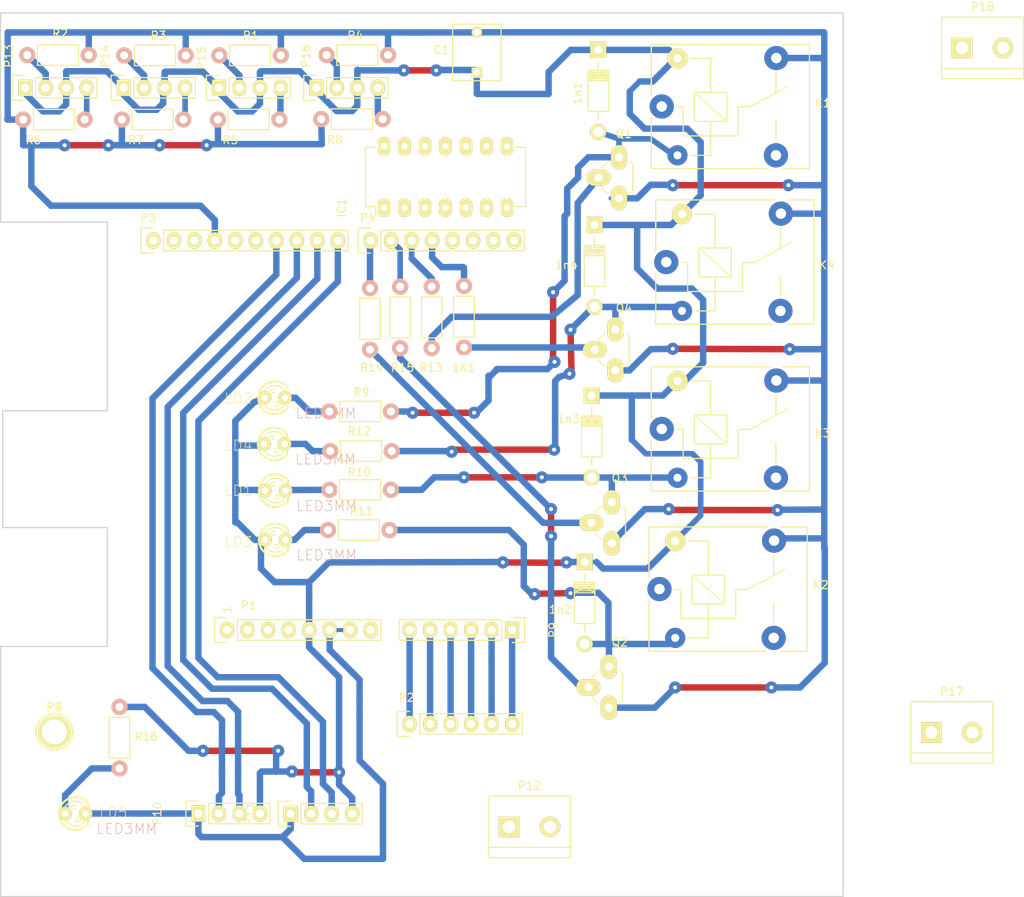
<source format=kicad_pcb>
(kicad_pcb (version 4) (host pcbnew 4.0.2+dfsg1-2~bpo8+1-stable)

  (general
    (links 108)
    (no_connects 20)
    (area 110.795999 47.295999 215.340001 156.920001)
    (thickness 1.6)
    (drawings 31)
    (tracks 483)
    (zones 0)
    (modules 54)
    (nets 47)
  )

  (page A4)
  (title_block
    (date "lun. 30 mars 2015")
  )

  (layers
    (0 F.Cu signal)
    (31 B.Cu signal)
    (32 B.Adhes user)
    (33 F.Adhes user)
    (34 B.Paste user)
    (35 F.Paste user)
    (36 B.SilkS user)
    (37 F.SilkS user)
    (38 B.Mask user)
    (39 F.Mask user)
    (40 Dwgs.User user hide)
    (41 Cmts.User user)
    (42 Eco1.User user)
    (43 Eco2.User user hide)
    (44 Edge.Cuts user)
    (45 Margin user)
    (46 B.CrtYd user hide)
    (47 F.CrtYd user)
    (48 B.Fab user)
    (49 F.Fab user hide)
  )

  (setup
    (last_trace_width 0.25)
    (user_trace_width 0.5)
    (user_trace_width 0.65)
    (user_trace_width 0.7)
    (user_trace_width 0.8)
    (user_trace_width 1)
    (trace_clearance 0.5)
    (zone_clearance 0.508)
    (zone_45_only no)
    (trace_min 0.2)
    (segment_width 0.15)
    (edge_width 0.15)
    (via_size 0.6)
    (via_drill 0.4)
    (via_min_size 0.4)
    (via_min_drill 0.3)
    (user_via 1.5 0.5)
    (uvia_size 0.3)
    (uvia_drill 0.1)
    (uvias_allowed no)
    (uvia_min_size 0.2)
    (uvia_min_drill 0.1)
    (pcb_text_width 0.3)
    (pcb_text_size 1.5 1.5)
    (mod_edge_width 0.15)
    (mod_text_size 1 1)
    (mod_text_width 0.15)
    (pad_size 4.064 4.064)
    (pad_drill 3.048)
    (pad_to_mask_clearance 0)
    (aux_axis_origin 110.871 156.845)
    (grid_origin 110.871 156.845)
    (visible_elements 7FFEFFEF)
    (pcbplotparams
      (layerselection 0x00030_80000000)
      (usegerberextensions false)
      (excludeedgelayer false)
      (linewidth 0.100000)
      (plotframeref false)
      (viasonmask false)
      (mode 1)
      (useauxorigin false)
      (hpglpennumber 1)
      (hpglpenspeed 20)
      (hpglpendiameter 15)
      (hpglpenoverlay 2)
      (psnegative false)
      (psa4output false)
      (plotreference true)
      (plotvalue true)
      (plotinvisibletext false)
      (padsonsilk false)
      (subtractmaskfromsilk false)
      (outputformat 4)
      (mirror true)
      (drillshape 0)
      (scaleselection 1)
      (outputdirectory C:/Users/Administrator/Desktop/))
  )

  (net 0 "")
  (net 1 /A0)
  (net 2 /A1)
  (net 3 /A2)
  (net 4 /A3)
  (net 5 "/A4(SDA)")
  (net 6 "/A5(SCL)")
  (net 7 "/9(**)")
  (net 8 /8)
  (net 9 /7)
  (net 10 "/6(**)")
  (net 11 "/5(**)")
  (net 12 /4)
  (net 13 "/3(**)")
  (net 14 /2)
  (net 15 "/1(Tx)")
  (net 16 "/0(Rx)")
  (net 17 "/10(**/SS)")
  (net 18 "/11(**/MOSI)")
  (net 19 "Net-(IC1-Pad1)")
  (net 20 "Net-(IC1-Pad3)")
  (net 21 "Net-(IC1-Pad5)")
  (net 22 "Net-(IC1-Pad9)")
  (net 23 GND)
  (net 24 "Net-(1K1-Pad1)")
  (net 25 "Net-(1n1-Pad2)")
  (net 26 "Net-(1n2-Pad2)")
  (net 27 "Net-(1n3-Pad2)")
  (net 28 "Net-(1n4-Pad2)")
  (net 29 "Net-(Q1-Pad2)")
  (net 30 "Net-(Q2-Pad2)")
  (net 31 "Net-(Q3-Pad2)")
  (net 32 "Net-(K1-Pad1)")
  (net 33 "Net-(K2-Pad1)")
  (net 34 "Net-(K3-Pad1)")
  (net 35 "Net-(K4-Pad1)")
  (net 36 "Net-(P15-Pad2)")
  (net 37 "Net-(P13-Pad2)")
  (net 38 "Net-(P14-Pad2)")
  (net 39 "Net-(P16-Pad2)")
  (net 40 +5V)
  (net 41 "Net-(LD1-PadK)")
  (net 42 "Net-(LD2-PadK)")
  (net 43 "Net-(LD3-PadK)")
  (net 44 "Net-(LD4-PadK)")
  (net 45 "Net-(LD5-PadA)")
  (net 46 +12V)

  (net_class Default "This is the default net class."
    (clearance 0.5)
    (trace_width 0.25)
    (via_dia 0.6)
    (via_drill 0.4)
    (uvia_dia 0.3)
    (uvia_drill 0.1)
    (add_net +12V)
    (add_net +5V)
    (add_net "/0(Rx)")
    (add_net "/1(Tx)")
    (add_net "/10(**/SS)")
    (add_net "/11(**/MOSI)")
    (add_net /2)
    (add_net "/3(**)")
    (add_net /4)
    (add_net "/5(**)")
    (add_net "/6(**)")
    (add_net /7)
    (add_net /8)
    (add_net "/9(**)")
    (add_net /A0)
    (add_net /A1)
    (add_net /A2)
    (add_net /A3)
    (add_net "/A4(SDA)")
    (add_net "/A5(SCL)")
    (add_net GND)
    (add_net "Net-(1K1-Pad1)")
    (add_net "Net-(1n1-Pad2)")
    (add_net "Net-(1n2-Pad2)")
    (add_net "Net-(1n3-Pad2)")
    (add_net "Net-(1n4-Pad2)")
    (add_net "Net-(IC1-Pad1)")
    (add_net "Net-(IC1-Pad3)")
    (add_net "Net-(IC1-Pad5)")
    (add_net "Net-(IC1-Pad9)")
    (add_net "Net-(K1-Pad1)")
    (add_net "Net-(K2-Pad1)")
    (add_net "Net-(K3-Pad1)")
    (add_net "Net-(K4-Pad1)")
    (add_net "Net-(LD1-PadK)")
    (add_net "Net-(LD2-PadK)")
    (add_net "Net-(LD3-PadK)")
    (add_net "Net-(LD4-PadK)")
    (add_net "Net-(LD5-PadA)")
    (add_net "Net-(P13-Pad2)")
    (add_net "Net-(P14-Pad2)")
    (add_net "Net-(P15-Pad2)")
    (add_net "Net-(P16-Pad2)")
    (add_net "Net-(Q1-Pad2)")
    (add_net "Net-(Q2-Pad2)")
    (add_net "Net-(Q3-Pad2)")
  )

  (module huellas:Socket_Strip_Arduino_1x08 (layer F.Cu) (tedit 57BCD441) (tstamp 57910EA1)
    (at 138.938 123.825)
    (descr "Through hole socket strip")
    (tags "socket strip")
    (path /5788ED5D)
    (fp_text reference P1 (at 2.667 -3.048) (layer F.SilkS)
      (effects (font (size 1 1) (thickness 0.15)))
    )
    (fp_text value Power (at 0 -3.1) (layer F.Fab)
      (effects (font (size 1 1) (thickness 0.15)))
    )
    (fp_line (start -1.75 -1.75) (end -1.75 1.75) (layer F.CrtYd) (width 0.05))
    (fp_line (start 19.55 -1.75) (end 19.55 1.75) (layer F.CrtYd) (width 0.05))
    (fp_line (start -1.75 -1.75) (end 19.55 -1.75) (layer F.CrtYd) (width 0.05))
    (fp_line (start -1.75 1.75) (end 19.55 1.75) (layer F.CrtYd) (width 0.05))
    (fp_line (start 1.27 1.27) (end 19.05 1.27) (layer F.SilkS) (width 0.15))
    (fp_line (start 19.05 1.27) (end 19.05 -1.27) (layer F.SilkS) (width 0.15))
    (fp_line (start 19.05 -1.27) (end 1.27 -1.27) (layer F.SilkS) (width 0.15))
    (fp_line (start -1.55 1.55) (end 0 1.55) (layer F.SilkS) (width 0.15))
    (fp_line (start 1.27 1.27) (end 1.27 -1.27) (layer F.SilkS) (width 0.15))
    (fp_line (start 0 -1.55) (end -1.55 -1.55) (layer F.SilkS) (width 0.15))
    (fp_line (start -1.55 -1.55) (end -1.55 1.55) (layer F.SilkS) (width 0.15))
    (pad 1 thru_hole oval (at 0 0) (size 1.7272 2.032) (drill 1.016) (layers *.Cu *.Mask F.SilkS))
    (pad 2 thru_hole oval (at 2.54 0) (size 1.7272 2.032) (drill 1.016) (layers *.Cu *.Mask F.SilkS))
    (pad 3 thru_hole oval (at 5.08 0) (size 1.7272 2.032) (drill 1.016) (layers *.Cu *.Mask F.SilkS))
    (pad 4 thru_hole oval (at 7.62 0) (size 1.7272 2.032) (drill 1.016) (layers *.Cu *.Mask F.SilkS))
    (pad 5 thru_hole oval (at 10.16 0) (size 1.7272 2.032) (drill 1.016) (layers *.Cu *.Mask F.SilkS)
      (net 40 +5V))
    (pad 6 thru_hole oval (at 12.7 0) (size 1.7272 2.032) (drill 1.016) (layers *.Cu *.Mask F.SilkS)
      (net 23 GND))
    (pad 7 thru_hole oval (at 15.24 0) (size 1.7272 2.032) (drill 1.016) (layers *.Cu *.Mask F.SilkS)
      (net 23 GND))
    (pad 8 thru_hole oval (at 17.78 0) (size 1.7272 2.032) (drill 1.016) (layers *.Cu *.Mask F.SilkS))
    (model ${KIPRJMOD}/Socket_Arduino_Uno.3dshapes/Socket_header_Arduino_1x08.wrl
      (at (xyz 0.35 0 0))
      (scale (xyz 1 1 1))
      (rotate (xyz 0 0 180))
    )
  )

  (module huellas:Socket_Strip_Arduino_1x06 (layer F.Cu) (tedit 57BCD438) (tstamp 57910EAC)
    (at 161.54908 135.45312)
    (descr "Through hole socket strip")
    (tags "socket strip")
    (path /5788ED5E)
    (fp_text reference P2 (at -0.38608 -3.24612) (layer F.SilkS)
      (effects (font (size 1 1) (thickness 0.15)))
    )
    (fp_text value Analog (at 0 -3.1) (layer F.Fab)
      (effects (font (size 1 1) (thickness 0.15)))
    )
    (fp_line (start -1.75 -1.75) (end -1.75 1.75) (layer F.CrtYd) (width 0.05))
    (fp_line (start 14.45 -1.75) (end 14.45 1.75) (layer F.CrtYd) (width 0.05))
    (fp_line (start -1.75 -1.75) (end 14.45 -1.75) (layer F.CrtYd) (width 0.05))
    (fp_line (start -1.75 1.75) (end 14.45 1.75) (layer F.CrtYd) (width 0.05))
    (fp_line (start 1.27 1.27) (end 13.97 1.27) (layer F.SilkS) (width 0.15))
    (fp_line (start 13.97 1.27) (end 13.97 -1.27) (layer F.SilkS) (width 0.15))
    (fp_line (start 13.97 -1.27) (end 1.27 -1.27) (layer F.SilkS) (width 0.15))
    (fp_line (start -1.55 1.55) (end 0 1.55) (layer F.SilkS) (width 0.15))
    (fp_line (start 1.27 1.27) (end 1.27 -1.27) (layer F.SilkS) (width 0.15))
    (fp_line (start 0 -1.55) (end -1.55 -1.55) (layer F.SilkS) (width 0.15))
    (fp_line (start -1.55 -1.55) (end -1.55 1.55) (layer F.SilkS) (width 0.15))
    (pad 1 thru_hole oval (at 0 0) (size 1.7272 2.032) (drill 1.016) (layers *.Cu *.Mask F.SilkS)
      (net 1 /A0))
    (pad 2 thru_hole oval (at 2.54 0) (size 1.7272 2.032) (drill 1.016) (layers *.Cu *.Mask F.SilkS)
      (net 2 /A1))
    (pad 3 thru_hole oval (at 5.08 0) (size 1.7272 2.032) (drill 1.016) (layers *.Cu *.Mask F.SilkS)
      (net 3 /A2))
    (pad 4 thru_hole oval (at 7.62 0) (size 1.7272 2.032) (drill 1.016) (layers *.Cu *.Mask F.SilkS)
      (net 4 /A3))
    (pad 5 thru_hole oval (at 10.16 0) (size 1.7272 2.032) (drill 1.016) (layers *.Cu *.Mask F.SilkS)
      (net 5 "/A4(SDA)"))
    (pad 6 thru_hole oval (at 12.7 0) (size 1.7272 2.032) (drill 1.016) (layers *.Cu *.Mask F.SilkS)
      (net 6 "/A5(SCL)"))
    (model ${KIPRJMOD}/Socket_Arduino_Uno.3dshapes/Socket_header_Arduino_1x06.wrl
      (at (xyz 0.25 0 0))
      (scale (xyz 1 1 1))
      (rotate (xyz 0 0 180))
    )
  )

  (module huellas:Socket_Strip_Arduino_1x10 (layer F.Cu) (tedit 57BCD3D8) (tstamp 57910EB5)
    (at 129.794 75.565)
    (descr "Through hole socket strip")
    (tags "socket strip")
    (path /5788ED60)
    (fp_text reference P3 (at -0.635 -2.794) (layer F.SilkS)
      (effects (font (size 1 1) (thickness 0.15)))
    )
    (fp_text value Digital (at 0 -3.1) (layer F.Fab)
      (effects (font (size 1 1) (thickness 0.15)))
    )
    (fp_line (start -1.75 -1.75) (end -1.75 1.75) (layer F.CrtYd) (width 0.05))
    (fp_line (start 24.65 -1.75) (end 24.65 1.75) (layer F.CrtYd) (width 0.05))
    (fp_line (start -1.75 -1.75) (end 24.65 -1.75) (layer F.CrtYd) (width 0.05))
    (fp_line (start -1.75 1.75) (end 24.65 1.75) (layer F.CrtYd) (width 0.05))
    (fp_line (start 1.27 1.27) (end 24.13 1.27) (layer F.SilkS) (width 0.15))
    (fp_line (start 24.13 1.27) (end 24.13 -1.27) (layer F.SilkS) (width 0.15))
    (fp_line (start 24.13 -1.27) (end 1.27 -1.27) (layer F.SilkS) (width 0.15))
    (fp_line (start -1.55 1.55) (end 0 1.55) (layer F.SilkS) (width 0.15))
    (fp_line (start 1.27 1.27) (end 1.27 -1.27) (layer F.SilkS) (width 0.15))
    (fp_line (start 0 -1.55) (end -1.55 -1.55) (layer F.SilkS) (width 0.15))
    (fp_line (start -1.55 -1.55) (end -1.55 1.55) (layer F.SilkS) (width 0.15))
    (pad 1 thru_hole oval (at 0 0) (size 1.7272 2.032) (drill 1.016) (layers *.Cu *.Mask F.SilkS))
    (pad 2 thru_hole oval (at 2.54 0) (size 1.7272 2.032) (drill 1.016) (layers *.Cu *.Mask F.SilkS))
    (pad 3 thru_hole oval (at 5.08 0) (size 1.7272 2.032) (drill 1.016) (layers *.Cu *.Mask F.SilkS))
    (pad 4 thru_hole oval (at 7.62 0) (size 1.7272 2.032) (drill 1.016) (layers *.Cu *.Mask F.SilkS)
      (net 23 GND))
    (pad 5 thru_hole oval (at 10.16 0) (size 1.7272 2.032) (drill 1.016) (layers *.Cu *.Mask F.SilkS))
    (pad 6 thru_hole oval (at 12.7 0) (size 1.7272 2.032) (drill 1.016) (layers *.Cu *.Mask F.SilkS))
    (pad 7 thru_hole oval (at 15.24 0) (size 1.7272 2.032) (drill 1.016) (layers *.Cu *.Mask F.SilkS)
      (net 18 "/11(**/MOSI)"))
    (pad 8 thru_hole oval (at 17.78 0) (size 1.7272 2.032) (drill 1.016) (layers *.Cu *.Mask F.SilkS)
      (net 17 "/10(**/SS)"))
    (pad 9 thru_hole oval (at 20.32 0) (size 1.7272 2.032) (drill 1.016) (layers *.Cu *.Mask F.SilkS)
      (net 7 "/9(**)"))
    (pad 10 thru_hole oval (at 22.86 0) (size 1.7272 2.032) (drill 1.016) (layers *.Cu *.Mask F.SilkS)
      (net 8 /8))
    (model ${KIPRJMOD}/Socket_Arduino_Uno.3dshapes/Socket_header_Arduino_1x10.wrl
      (at (xyz 0.45 0 0))
      (scale (xyz 1 1 1))
      (rotate (xyz 0 0 180))
    )
  )

  (module huellas:Socket_Strip_Arduino_1x08 (layer F.Cu) (tedit 57BCD3D5) (tstamp 57910EC2)
    (at 156.718 75.565)
    (descr "Through hole socket strip")
    (tags "socket strip")
    (path /5788ED5F)
    (fp_text reference P4 (at -0.381 -2.794) (layer F.SilkS)
      (effects (font (size 1 1) (thickness 0.15)))
    )
    (fp_text value Digital (at 0 -3.1) (layer F.Fab)
      (effects (font (size 1 1) (thickness 0.15)))
    )
    (fp_line (start -1.75 -1.75) (end -1.75 1.75) (layer F.CrtYd) (width 0.05))
    (fp_line (start 19.55 -1.75) (end 19.55 1.75) (layer F.CrtYd) (width 0.05))
    (fp_line (start -1.75 -1.75) (end 19.55 -1.75) (layer F.CrtYd) (width 0.05))
    (fp_line (start -1.75 1.75) (end 19.55 1.75) (layer F.CrtYd) (width 0.05))
    (fp_line (start 1.27 1.27) (end 19.05 1.27) (layer F.SilkS) (width 0.15))
    (fp_line (start 19.05 1.27) (end 19.05 -1.27) (layer F.SilkS) (width 0.15))
    (fp_line (start 19.05 -1.27) (end 1.27 -1.27) (layer F.SilkS) (width 0.15))
    (fp_line (start -1.55 1.55) (end 0 1.55) (layer F.SilkS) (width 0.15))
    (fp_line (start 1.27 1.27) (end 1.27 -1.27) (layer F.SilkS) (width 0.15))
    (fp_line (start 0 -1.55) (end -1.55 -1.55) (layer F.SilkS) (width 0.15))
    (fp_line (start -1.55 -1.55) (end -1.55 1.55) (layer F.SilkS) (width 0.15))
    (pad 1 thru_hole oval (at 0 0) (size 1.7272 2.032) (drill 1.016) (layers *.Cu *.Mask F.SilkS)
      (net 9 /7))
    (pad 2 thru_hole oval (at 2.54 0) (size 1.7272 2.032) (drill 1.016) (layers *.Cu *.Mask F.SilkS)
      (net 10 "/6(**)"))
    (pad 3 thru_hole oval (at 5.08 0) (size 1.7272 2.032) (drill 1.016) (layers *.Cu *.Mask F.SilkS)
      (net 11 "/5(**)"))
    (pad 4 thru_hole oval (at 7.62 0) (size 1.7272 2.032) (drill 1.016) (layers *.Cu *.Mask F.SilkS)
      (net 12 /4))
    (pad 5 thru_hole oval (at 10.16 0) (size 1.7272 2.032) (drill 1.016) (layers *.Cu *.Mask F.SilkS)
      (net 13 "/3(**)"))
    (pad 6 thru_hole oval (at 12.7 0) (size 1.7272 2.032) (drill 1.016) (layers *.Cu *.Mask F.SilkS)
      (net 14 /2))
    (pad 7 thru_hole oval (at 15.24 0) (size 1.7272 2.032) (drill 1.016) (layers *.Cu *.Mask F.SilkS)
      (net 15 "/1(Tx)"))
    (pad 8 thru_hole oval (at 17.78 0) (size 1.7272 2.032) (drill 1.016) (layers *.Cu *.Mask F.SilkS)
      (net 16 "/0(Rx)"))
    (model ${KIPRJMOD}/Socket_Arduino_Uno.3dshapes/Socket_header_Arduino_1x08.wrl
      (at (xyz 0.35 0 0))
      (scale (xyz 1 1 1))
      (rotate (xyz 0 0 180))
    )
  )

  (module huellas:Resistor_Horizontal_RM7mm (layer F.Cu) (tedit 57BCD559) (tstamp 57974997)
    (at 168.2877 88.8111 90)
    (descr "Resistor, Axial,  RM 7.62mm, 1/3W,")
    (tags "Resistor Axial RM 7.62mm 1/3W R3")
    (path /578E9515)
    (fp_text reference 1K1 (at -2.5019 -0.0127 180) (layer F.SilkS)
      (effects (font (size 1 1) (thickness 0.15)))
    )
    (fp_text value 510 (at 3.81 3.81 90) (layer F.Fab)
      (effects (font (size 1 1) (thickness 0.15)))
    )
    (fp_line (start -1.25 -1.5) (end 8.85 -1.5) (layer F.CrtYd) (width 0.05))
    (fp_line (start -1.25 1.5) (end -1.25 -1.5) (layer F.CrtYd) (width 0.05))
    (fp_line (start 8.85 -1.5) (end 8.85 1.5) (layer F.CrtYd) (width 0.05))
    (fp_line (start -1.25 1.5) (end 8.85 1.5) (layer F.CrtYd) (width 0.05))
    (fp_line (start 1.27 -1.27) (end 6.35 -1.27) (layer F.SilkS) (width 0.15))
    (fp_line (start 6.35 -1.27) (end 6.35 1.27) (layer F.SilkS) (width 0.15))
    (fp_line (start 6.35 1.27) (end 1.27 1.27) (layer F.SilkS) (width 0.15))
    (fp_line (start 1.27 1.27) (end 1.27 -1.27) (layer F.SilkS) (width 0.15))
    (pad 1 thru_hole circle (at 0 0 90) (size 1.99898 1.99898) (drill 1.00076) (layers *.Cu *.SilkS *.Mask)
      (net 24 "Net-(1K1-Pad1)"))
    (pad 2 thru_hole circle (at 7.62 0 90) (size 1.99898 1.99898) (drill 1.00076) (layers *.Cu *.SilkS *.Mask)
      (net 12 /4))
  )

  (module huellas:C_Rect_L7_W6_P5 (layer F.Cu) (tedit 57BCD3E0) (tstamp 579749B5)
    (at 169.8752 54.7624 90)
    (descr "Film Capacitor Length 7mm x Width 6mm")
    (tags Capacitor)
    (path /5788F74C)
    (fp_text reference C1 (at 2.8194 -4.3942 180) (layer F.SilkS)
      (effects (font (size 1 1) (thickness 0.15)))
    )
    (fp_text value 100nF (at 2.5 4.25 90) (layer F.Fab)
      (effects (font (size 1 1) (thickness 0.15)))
    )
    (fp_line (start -1.25 -3.25) (end 6.25 -3.25) (layer F.CrtYd) (width 0.05))
    (fp_line (start 6.25 -3.25) (end 6.25 3.25) (layer F.CrtYd) (width 0.05))
    (fp_line (start 6.25 3.25) (end -1.25 3.25) (layer F.CrtYd) (width 0.05))
    (fp_line (start -1.25 3.25) (end -1.25 -3.25) (layer F.CrtYd) (width 0.05))
    (fp_line (start -1 -3) (end 6 -3) (layer F.SilkS) (width 0.15))
    (fp_line (start 6 -3) (end 6 3) (layer F.SilkS) (width 0.15))
    (fp_line (start 6 3) (end -1 3) (layer F.SilkS) (width 0.15))
    (fp_line (start -1 3) (end -1 -3) (layer F.SilkS) (width 0.15))
    (pad 1 thru_hole rect (at 0 0 90) (size 1.3 1.3) (drill 0.8) (layers *.Cu *.Mask F.SilkS)
      (net 40 +5V))
    (pad 2 thru_hole circle (at 5 0 90) (size 1.3 1.3) (drill 0.8) (layers *.Cu *.Mask F.SilkS)
      (net 23 GND))
    (model Capacitors_ThroughHole.3dshapes/C_Rect_L7_W6_P5.wrl
      (at (xyz 0.098425 0 0))
      (scale (xyz 1 1 1))
      (rotate (xyz 0 0 0))
    )
  )

  (module huellas:Relay_SANYOU_SRD_Series_Form_C (layer F.Cu) (tedit 57BCD450) (tstamp 579749D2)
    (at 192.786 58.9534)
    (descr "relay, Sanyou SRD series Form C")
    (path /579CDD24)
    (fp_text reference K1 (at 19.939 -0.4064) (layer F.SilkS)
      (effects (font (size 1 1) (thickness 0.15)))
    )
    (fp_text value RELAY_C (at 8 -9.6) (layer F.Fab)
      (effects (font (size 1 1) (thickness 0.15)))
    )
    (fp_line (start 15 7.7) (end 18.3 7.7) (layer F.SilkS) (width 0.15))
    (fp_line (start 18.3 7.7) (end 18.3 -7.7) (layer F.SilkS) (width 0.15))
    (fp_line (start 18.3 -7.7) (end 14.95 -7.7) (layer F.SilkS) (width 0.15))
    (fp_line (start -1.3 1.35) (end -1.3 7.7) (layer F.SilkS) (width 0.15))
    (fp_line (start -1.3 7.7) (end 13.25 7.7) (layer F.SilkS) (width 0.15))
    (fp_line (start -1.3 -1.4) (end -1.3 -7.7) (layer F.SilkS) (width 0.15))
    (fp_line (start -1.3 -7.7) (end 13.45 -7.7) (layer F.SilkS) (width 0.15))
    (fp_line (start -1.3 -7.65) (end -1.3 -1.4) (layer F.SilkS) (width 0.15))
    (fp_line (start 14.15 4.2) (end 14.15 1.75) (layer F.SilkS) (width 0.15))
    (fp_line (start 14.15 -4.2) (end 14.15 -1.7) (layer F.SilkS) (width 0.15))
    (fp_line (start 3.55 6.05) (end 6.05 6.05) (layer F.SilkS) (width 0.15))
    (fp_line (start 2.65 0.05) (end 1.85 0.05) (layer F.SilkS) (width 0.15))
    (fp_line (start 6.05 -5.95) (end 3.55 -5.95) (layer F.SilkS) (width 0.15))
    (fp_line (start 9.45 0.05) (end 10.95 0.05) (layer F.SilkS) (width 0.15))
    (fp_line (start 10.95 0.05) (end 15.55 -2.45) (layer F.SilkS) (width 0.15))
    (fp_line (start 9.45 3.65) (end 2.65 3.65) (layer F.SilkS) (width 0.15))
    (fp_line (start 9.45 0.05) (end 9.45 3.65) (layer F.SilkS) (width 0.15))
    (fp_line (start 2.65 0.05) (end 2.65 3.65) (layer F.SilkS) (width 0.15))
    (fp_line (start 6.05 -5.95) (end 6.05 -1.75) (layer F.SilkS) (width 0.15))
    (fp_line (start 6.05 1.85) (end 6.05 6.05) (layer F.SilkS) (width 0.15))
    (fp_line (start 8.05 1.85) (end 4.05 -1.75) (layer F.SilkS) (width 0.15))
    (fp_line (start 4.05 1.85) (end 4.05 -1.75) (layer F.SilkS) (width 0.15))
    (fp_line (start 4.05 -1.75) (end 8.05 -1.75) (layer F.SilkS) (width 0.15))
    (fp_line (start 8.05 -1.75) (end 8.05 1.85) (layer F.SilkS) (width 0.15))
    (fp_line (start 8.05 1.85) (end 4.05 1.85) (layer F.SilkS) (width 0.15))
    (pad 2 thru_hole circle (at 1.95 6.05 90) (size 2.5 2.5) (drill 1) (layers *.Cu *.Mask)
      (net 25 "Net-(1n1-Pad2)"))
    (pad 3 thru_hole circle (at 14.15 6.05 90) (size 3 3) (drill 1.3) (layers *.Cu *.Mask)
      (net 46 +12V))
    (pad 4 thru_hole circle (at 14.2 -6 90) (size 3 3) (drill 1.3) (layers *.Cu *.Mask)
      (net 23 GND))
    (pad 5 thru_hole circle (at 1.95 -5.95 90) (size 2.5 2.5) (drill 1) (layers *.Cu *.Mask F.SilkS)
      (net 40 +5V))
    (pad 1 thru_hole circle (at 0 0 90) (size 3 3) (drill 1.3) (layers *.Cu *.Mask)
      (net 32 "Net-(K1-Pad1)"))
    (model Relays_ThroughHole.3dshapes/Relay_SANYOU_SRD_Series_Form_C.wrl
      (at (xyz 0 0 0))
      (scale (xyz 1 1 1))
      (rotate (xyz 0 0 0))
    )
  )

  (module huellas:Relay_SANYOU_SRD_Series_Form_C (layer F.Cu) (tedit 57BCD45D) (tstamp 579749DB)
    (at 192.5066 118.745)
    (descr "relay, Sanyou SRD series Form C")
    (path /579CF1BF)
    (fp_text reference K2 (at 19.9644 -0.508) (layer F.SilkS)
      (effects (font (size 1 1) (thickness 0.15)))
    )
    (fp_text value RELAY_C (at 8 -9.6) (layer F.Fab)
      (effects (font (size 1 1) (thickness 0.15)))
    )
    (fp_line (start 15 7.7) (end 18.3 7.7) (layer F.SilkS) (width 0.15))
    (fp_line (start 18.3 7.7) (end 18.3 -7.7) (layer F.SilkS) (width 0.15))
    (fp_line (start 18.3 -7.7) (end 14.95 -7.7) (layer F.SilkS) (width 0.15))
    (fp_line (start -1.3 1.35) (end -1.3 7.7) (layer F.SilkS) (width 0.15))
    (fp_line (start -1.3 7.7) (end 13.25 7.7) (layer F.SilkS) (width 0.15))
    (fp_line (start -1.3 -1.4) (end -1.3 -7.7) (layer F.SilkS) (width 0.15))
    (fp_line (start -1.3 -7.7) (end 13.45 -7.7) (layer F.SilkS) (width 0.15))
    (fp_line (start -1.3 -7.65) (end -1.3 -1.4) (layer F.SilkS) (width 0.15))
    (fp_line (start 14.15 4.2) (end 14.15 1.75) (layer F.SilkS) (width 0.15))
    (fp_line (start 14.15 -4.2) (end 14.15 -1.7) (layer F.SilkS) (width 0.15))
    (fp_line (start 3.55 6.05) (end 6.05 6.05) (layer F.SilkS) (width 0.15))
    (fp_line (start 2.65 0.05) (end 1.85 0.05) (layer F.SilkS) (width 0.15))
    (fp_line (start 6.05 -5.95) (end 3.55 -5.95) (layer F.SilkS) (width 0.15))
    (fp_line (start 9.45 0.05) (end 10.95 0.05) (layer F.SilkS) (width 0.15))
    (fp_line (start 10.95 0.05) (end 15.55 -2.45) (layer F.SilkS) (width 0.15))
    (fp_line (start 9.45 3.65) (end 2.65 3.65) (layer F.SilkS) (width 0.15))
    (fp_line (start 9.45 0.05) (end 9.45 3.65) (layer F.SilkS) (width 0.15))
    (fp_line (start 2.65 0.05) (end 2.65 3.65) (layer F.SilkS) (width 0.15))
    (fp_line (start 6.05 -5.95) (end 6.05 -1.75) (layer F.SilkS) (width 0.15))
    (fp_line (start 6.05 1.85) (end 6.05 6.05) (layer F.SilkS) (width 0.15))
    (fp_line (start 8.05 1.85) (end 4.05 -1.75) (layer F.SilkS) (width 0.15))
    (fp_line (start 4.05 1.85) (end 4.05 -1.75) (layer F.SilkS) (width 0.15))
    (fp_line (start 4.05 -1.75) (end 8.05 -1.75) (layer F.SilkS) (width 0.15))
    (fp_line (start 8.05 -1.75) (end 8.05 1.85) (layer F.SilkS) (width 0.15))
    (fp_line (start 8.05 1.85) (end 4.05 1.85) (layer F.SilkS) (width 0.15))
    (pad 2 thru_hole circle (at 1.95 6.05 90) (size 2.5 2.5) (drill 1) (layers *.Cu *.Mask)
      (net 26 "Net-(1n2-Pad2)"))
    (pad 3 thru_hole circle (at 14.15 6.05 90) (size 3 3) (drill 1.3) (layers *.Cu *.Mask)
      (net 46 +12V))
    (pad 4 thru_hole circle (at 14.2 -6 90) (size 3 3) (drill 1.3) (layers *.Cu *.Mask)
      (net 23 GND))
    (pad 5 thru_hole circle (at 1.95 -5.95 90) (size 2.5 2.5) (drill 1) (layers *.Cu *.Mask F.SilkS)
      (net 40 +5V))
    (pad 1 thru_hole circle (at 0 0 90) (size 3 3) (drill 1.3) (layers *.Cu *.Mask)
      (net 33 "Net-(K2-Pad1)"))
    (model Relays_ThroughHole.3dshapes/Relay_SANYOU_SRD_Series_Form_C.wrl
      (at (xyz 0 0 0))
      (scale (xyz 1 1 1))
      (rotate (xyz 0 0 0))
    )
  )

  (module huellas:Relay_SANYOU_SRD_Series_Form_C (layer F.Cu) (tedit 57BCD458) (tstamp 579749E4)
    (at 192.786 98.9076)
    (descr "relay, Sanyou SRD series Form C")
    (path /579CF1F8)
    (fp_text reference K3 (at 19.939 0.5334) (layer F.SilkS)
      (effects (font (size 1 1) (thickness 0.15)))
    )
    (fp_text value RELAY_C (at 8 -9.6) (layer F.Fab)
      (effects (font (size 1 1) (thickness 0.15)))
    )
    (fp_line (start 15 7.7) (end 18.3 7.7) (layer F.SilkS) (width 0.15))
    (fp_line (start 18.3 7.7) (end 18.3 -7.7) (layer F.SilkS) (width 0.15))
    (fp_line (start 18.3 -7.7) (end 14.95 -7.7) (layer F.SilkS) (width 0.15))
    (fp_line (start -1.3 1.35) (end -1.3 7.7) (layer F.SilkS) (width 0.15))
    (fp_line (start -1.3 7.7) (end 13.25 7.7) (layer F.SilkS) (width 0.15))
    (fp_line (start -1.3 -1.4) (end -1.3 -7.7) (layer F.SilkS) (width 0.15))
    (fp_line (start -1.3 -7.7) (end 13.45 -7.7) (layer F.SilkS) (width 0.15))
    (fp_line (start -1.3 -7.65) (end -1.3 -1.4) (layer F.SilkS) (width 0.15))
    (fp_line (start 14.15 4.2) (end 14.15 1.75) (layer F.SilkS) (width 0.15))
    (fp_line (start 14.15 -4.2) (end 14.15 -1.7) (layer F.SilkS) (width 0.15))
    (fp_line (start 3.55 6.05) (end 6.05 6.05) (layer F.SilkS) (width 0.15))
    (fp_line (start 2.65 0.05) (end 1.85 0.05) (layer F.SilkS) (width 0.15))
    (fp_line (start 6.05 -5.95) (end 3.55 -5.95) (layer F.SilkS) (width 0.15))
    (fp_line (start 9.45 0.05) (end 10.95 0.05) (layer F.SilkS) (width 0.15))
    (fp_line (start 10.95 0.05) (end 15.55 -2.45) (layer F.SilkS) (width 0.15))
    (fp_line (start 9.45 3.65) (end 2.65 3.65) (layer F.SilkS) (width 0.15))
    (fp_line (start 9.45 0.05) (end 9.45 3.65) (layer F.SilkS) (width 0.15))
    (fp_line (start 2.65 0.05) (end 2.65 3.65) (layer F.SilkS) (width 0.15))
    (fp_line (start 6.05 -5.95) (end 6.05 -1.75) (layer F.SilkS) (width 0.15))
    (fp_line (start 6.05 1.85) (end 6.05 6.05) (layer F.SilkS) (width 0.15))
    (fp_line (start 8.05 1.85) (end 4.05 -1.75) (layer F.SilkS) (width 0.15))
    (fp_line (start 4.05 1.85) (end 4.05 -1.75) (layer F.SilkS) (width 0.15))
    (fp_line (start 4.05 -1.75) (end 8.05 -1.75) (layer F.SilkS) (width 0.15))
    (fp_line (start 8.05 -1.75) (end 8.05 1.85) (layer F.SilkS) (width 0.15))
    (fp_line (start 8.05 1.85) (end 4.05 1.85) (layer F.SilkS) (width 0.15))
    (pad 2 thru_hole circle (at 1.95 6.05 90) (size 2.5 2.5) (drill 1) (layers *.Cu *.Mask)
      (net 27 "Net-(1n3-Pad2)"))
    (pad 3 thru_hole circle (at 14.15 6.05 90) (size 3 3) (drill 1.3) (layers *.Cu *.Mask)
      (net 46 +12V))
    (pad 4 thru_hole circle (at 14.2 -6 90) (size 3 3) (drill 1.3) (layers *.Cu *.Mask)
      (net 23 GND))
    (pad 5 thru_hole circle (at 1.95 -5.95 90) (size 2.5 2.5) (drill 1) (layers *.Cu *.Mask F.SilkS)
      (net 40 +5V))
    (pad 1 thru_hole circle (at 0 0 90) (size 3 3) (drill 1.3) (layers *.Cu *.Mask)
      (net 34 "Net-(K3-Pad1)"))
    (model Relays_ThroughHole.3dshapes/Relay_SANYOU_SRD_Series_Form_C.wrl
      (at (xyz 0 0 0))
      (scale (xyz 1 1 1))
      (rotate (xyz 0 0 0))
    )
  )

  (module huellas:Relay_SANYOU_SRD_Series_Form_C (layer F.Cu) (tedit 57BCD454) (tstamp 579749ED)
    (at 193.3448 78.232)
    (descr "relay, Sanyou SRD series Form C")
    (path /578EC22D)
    (fp_text reference K4 (at 19.8882 0.381) (layer F.SilkS)
      (effects (font (size 1 1) (thickness 0.15)))
    )
    (fp_text value RELAY_C (at 8 -9.6) (layer F.Fab)
      (effects (font (size 1 1) (thickness 0.15)))
    )
    (fp_line (start 15 7.7) (end 18.3 7.7) (layer F.SilkS) (width 0.15))
    (fp_line (start 18.3 7.7) (end 18.3 -7.7) (layer F.SilkS) (width 0.15))
    (fp_line (start 18.3 -7.7) (end 14.95 -7.7) (layer F.SilkS) (width 0.15))
    (fp_line (start -1.3 1.35) (end -1.3 7.7) (layer F.SilkS) (width 0.15))
    (fp_line (start -1.3 7.7) (end 13.25 7.7) (layer F.SilkS) (width 0.15))
    (fp_line (start -1.3 -1.4) (end -1.3 -7.7) (layer F.SilkS) (width 0.15))
    (fp_line (start -1.3 -7.7) (end 13.45 -7.7) (layer F.SilkS) (width 0.15))
    (fp_line (start -1.3 -7.65) (end -1.3 -1.4) (layer F.SilkS) (width 0.15))
    (fp_line (start 14.15 4.2) (end 14.15 1.75) (layer F.SilkS) (width 0.15))
    (fp_line (start 14.15 -4.2) (end 14.15 -1.7) (layer F.SilkS) (width 0.15))
    (fp_line (start 3.55 6.05) (end 6.05 6.05) (layer F.SilkS) (width 0.15))
    (fp_line (start 2.65 0.05) (end 1.85 0.05) (layer F.SilkS) (width 0.15))
    (fp_line (start 6.05 -5.95) (end 3.55 -5.95) (layer F.SilkS) (width 0.15))
    (fp_line (start 9.45 0.05) (end 10.95 0.05) (layer F.SilkS) (width 0.15))
    (fp_line (start 10.95 0.05) (end 15.55 -2.45) (layer F.SilkS) (width 0.15))
    (fp_line (start 9.45 3.65) (end 2.65 3.65) (layer F.SilkS) (width 0.15))
    (fp_line (start 9.45 0.05) (end 9.45 3.65) (layer F.SilkS) (width 0.15))
    (fp_line (start 2.65 0.05) (end 2.65 3.65) (layer F.SilkS) (width 0.15))
    (fp_line (start 6.05 -5.95) (end 6.05 -1.75) (layer F.SilkS) (width 0.15))
    (fp_line (start 6.05 1.85) (end 6.05 6.05) (layer F.SilkS) (width 0.15))
    (fp_line (start 8.05 1.85) (end 4.05 -1.75) (layer F.SilkS) (width 0.15))
    (fp_line (start 4.05 1.85) (end 4.05 -1.75) (layer F.SilkS) (width 0.15))
    (fp_line (start 4.05 -1.75) (end 8.05 -1.75) (layer F.SilkS) (width 0.15))
    (fp_line (start 8.05 -1.75) (end 8.05 1.85) (layer F.SilkS) (width 0.15))
    (fp_line (start 8.05 1.85) (end 4.05 1.85) (layer F.SilkS) (width 0.15))
    (pad 2 thru_hole circle (at 1.95 6.05 90) (size 2.5 2.5) (drill 1) (layers *.Cu *.Mask)
      (net 28 "Net-(1n4-Pad2)"))
    (pad 3 thru_hole circle (at 14.15 6.05 90) (size 3 3) (drill 1.3) (layers *.Cu *.Mask)
      (net 46 +12V))
    (pad 4 thru_hole circle (at 14.2 -6 90) (size 3 3) (drill 1.3) (layers *.Cu *.Mask)
      (net 23 GND))
    (pad 5 thru_hole circle (at 1.95 -5.95 90) (size 2.5 2.5) (drill 1) (layers *.Cu *.Mask F.SilkS)
      (net 40 +5V))
    (pad 1 thru_hole circle (at 0 0 90) (size 3 3) (drill 1.3) (layers *.Cu *.Mask)
      (net 35 "Net-(K4-Pad1)"))
    (model Relays_ThroughHole.3dshapes/Relay_SANYOU_SRD_Series_Form_C.wrl
      (at (xyz 0 0 0))
      (scale (xyz 1 1 1))
      (rotate (xyz 0 0 0))
    )
  )

  (module Pin_Headers:Pin_Header_Straight_1x04 (layer F.Cu) (tedit 57BCD396) (tstamp 57974A29)
    (at 113.919 56.642 90)
    (descr "Through hole pin header")
    (tags "pin header")
    (path /579EA43C)
    (fp_text reference P13 (at 3.937 -2.032 90) (layer F.SilkS)
      (effects (font (size 1 1) (thickness 0.15)))
    )
    (fp_text value CONN_01X04 (at 0 -3.1 90) (layer F.Fab)
      (effects (font (size 1 1) (thickness 0.15)))
    )
    (fp_line (start -1.75 -1.75) (end -1.75 9.4) (layer F.CrtYd) (width 0.05))
    (fp_line (start 1.75 -1.75) (end 1.75 9.4) (layer F.CrtYd) (width 0.05))
    (fp_line (start -1.75 -1.75) (end 1.75 -1.75) (layer F.CrtYd) (width 0.05))
    (fp_line (start -1.75 9.4) (end 1.75 9.4) (layer F.CrtYd) (width 0.05))
    (fp_line (start -1.27 1.27) (end -1.27 8.89) (layer F.SilkS) (width 0.15))
    (fp_line (start 1.27 1.27) (end 1.27 8.89) (layer F.SilkS) (width 0.15))
    (fp_line (start 1.55 -1.55) (end 1.55 0) (layer F.SilkS) (width 0.15))
    (fp_line (start -1.27 8.89) (end 1.27 8.89) (layer F.SilkS) (width 0.15))
    (fp_line (start 1.27 1.27) (end -1.27 1.27) (layer F.SilkS) (width 0.15))
    (fp_line (start -1.55 0) (end -1.55 -1.55) (layer F.SilkS) (width 0.15))
    (fp_line (start -1.55 -1.55) (end 1.55 -1.55) (layer F.SilkS) (width 0.15))
    (pad 1 thru_hole rect (at 0 0 90) (size 2.032 1.7272) (drill 1.016) (layers *.Cu *.Mask F.SilkS)
      (net 40 +5V))
    (pad 2 thru_hole oval (at 0 2.54 90) (size 2.032 1.7272) (drill 1.016) (layers *.Cu *.Mask F.SilkS)
      (net 37 "Net-(P13-Pad2)"))
    (pad 3 thru_hole oval (at 0 5.08 90) (size 2.032 1.7272) (drill 1.016) (layers *.Cu *.Mask F.SilkS)
      (net 40 +5V))
    (pad 4 thru_hole oval (at 0 7.62 90) (size 2.032 1.7272) (drill 1.016) (layers *.Cu *.Mask F.SilkS)
      (net 20 "Net-(IC1-Pad3)"))
    (model Pin_Headers.3dshapes/Pin_Header_Straight_1x04.wrl
      (at (xyz 0 -0.15 0))
      (scale (xyz 1 1 1))
      (rotate (xyz 0 0 90))
    )
  )

  (module Pin_Headers:Pin_Header_Straight_1x04 (layer F.Cu) (tedit 57BCD3AD) (tstamp 57974A31)
    (at 126.111 56.642 90)
    (descr "Through hole pin header")
    (tags "pin header")
    (path /579EA4C7)
    (fp_text reference P14 (at 3.937 -2.286 90) (layer F.SilkS)
      (effects (font (size 1 1) (thickness 0.15)))
    )
    (fp_text value CONN_01X04 (at 0 -3.1 90) (layer F.Fab)
      (effects (font (size 1 1) (thickness 0.15)))
    )
    (fp_line (start -1.75 -1.75) (end -1.75 9.4) (layer F.CrtYd) (width 0.05))
    (fp_line (start 1.75 -1.75) (end 1.75 9.4) (layer F.CrtYd) (width 0.05))
    (fp_line (start -1.75 -1.75) (end 1.75 -1.75) (layer F.CrtYd) (width 0.05))
    (fp_line (start -1.75 9.4) (end 1.75 9.4) (layer F.CrtYd) (width 0.05))
    (fp_line (start -1.27 1.27) (end -1.27 8.89) (layer F.SilkS) (width 0.15))
    (fp_line (start 1.27 1.27) (end 1.27 8.89) (layer F.SilkS) (width 0.15))
    (fp_line (start 1.55 -1.55) (end 1.55 0) (layer F.SilkS) (width 0.15))
    (fp_line (start -1.27 8.89) (end 1.27 8.89) (layer F.SilkS) (width 0.15))
    (fp_line (start 1.27 1.27) (end -1.27 1.27) (layer F.SilkS) (width 0.15))
    (fp_line (start -1.55 0) (end -1.55 -1.55) (layer F.SilkS) (width 0.15))
    (fp_line (start -1.55 -1.55) (end 1.55 -1.55) (layer F.SilkS) (width 0.15))
    (pad 1 thru_hole rect (at 0 0 90) (size 2.032 1.7272) (drill 1.016) (layers *.Cu *.Mask F.SilkS)
      (net 40 +5V))
    (pad 2 thru_hole oval (at 0 2.54 90) (size 2.032 1.7272) (drill 1.016) (layers *.Cu *.Mask F.SilkS)
      (net 38 "Net-(P14-Pad2)"))
    (pad 3 thru_hole oval (at 0 5.08 90) (size 2.032 1.7272) (drill 1.016) (layers *.Cu *.Mask F.SilkS)
      (net 40 +5V))
    (pad 4 thru_hole oval (at 0 7.62 90) (size 2.032 1.7272) (drill 1.016) (layers *.Cu *.Mask F.SilkS)
      (net 21 "Net-(IC1-Pad5)"))
    (model Pin_Headers.3dshapes/Pin_Header_Straight_1x04.wrl
      (at (xyz 0 -0.15 0))
      (scale (xyz 1 1 1))
      (rotate (xyz 0 0 90))
    )
  )

  (module Pin_Headers:Pin_Header_Straight_1x04 (layer F.Cu) (tedit 57BCD3A6) (tstamp 57974A39)
    (at 137.922 56.642 90)
    (descr "Through hole pin header")
    (tags "pin header")
    (path /579EA3A1)
    (fp_text reference P15 (at 3.683 -2.159 90) (layer F.SilkS)
      (effects (font (size 1 1) (thickness 0.15)))
    )
    (fp_text value CONN_01X04 (at 0 -3.1 90) (layer F.Fab)
      (effects (font (size 1 1) (thickness 0.15)))
    )
    (fp_line (start -1.75 -1.75) (end -1.75 9.4) (layer F.CrtYd) (width 0.05))
    (fp_line (start 1.75 -1.75) (end 1.75 9.4) (layer F.CrtYd) (width 0.05))
    (fp_line (start -1.75 -1.75) (end 1.75 -1.75) (layer F.CrtYd) (width 0.05))
    (fp_line (start -1.75 9.4) (end 1.75 9.4) (layer F.CrtYd) (width 0.05))
    (fp_line (start -1.27 1.27) (end -1.27 8.89) (layer F.SilkS) (width 0.15))
    (fp_line (start 1.27 1.27) (end 1.27 8.89) (layer F.SilkS) (width 0.15))
    (fp_line (start 1.55 -1.55) (end 1.55 0) (layer F.SilkS) (width 0.15))
    (fp_line (start -1.27 8.89) (end 1.27 8.89) (layer F.SilkS) (width 0.15))
    (fp_line (start 1.27 1.27) (end -1.27 1.27) (layer F.SilkS) (width 0.15))
    (fp_line (start -1.55 0) (end -1.55 -1.55) (layer F.SilkS) (width 0.15))
    (fp_line (start -1.55 -1.55) (end 1.55 -1.55) (layer F.SilkS) (width 0.15))
    (pad 1 thru_hole rect (at 0 0 90) (size 2.032 1.7272) (drill 1.016) (layers *.Cu *.Mask F.SilkS)
      (net 40 +5V))
    (pad 2 thru_hole oval (at 0 2.54 90) (size 2.032 1.7272) (drill 1.016) (layers *.Cu *.Mask F.SilkS)
      (net 36 "Net-(P15-Pad2)"))
    (pad 3 thru_hole oval (at 0 5.08 90) (size 2.032 1.7272) (drill 1.016) (layers *.Cu *.Mask F.SilkS)
      (net 40 +5V))
    (pad 4 thru_hole oval (at 0 7.62 90) (size 2.032 1.7272) (drill 1.016) (layers *.Cu *.Mask F.SilkS)
      (net 19 "Net-(IC1-Pad1)"))
    (model Pin_Headers.3dshapes/Pin_Header_Straight_1x04.wrl
      (at (xyz 0 -0.15 0))
      (scale (xyz 1 1 1))
      (rotate (xyz 0 0 90))
    )
  )

  (module Pin_Headers:Pin_Header_Straight_1x04 (layer F.Cu) (tedit 57BCD3C4) (tstamp 57974A41)
    (at 149.987 56.642 90)
    (descr "Through hole pin header")
    (tags "pin header")
    (path /579EAE5D)
    (fp_text reference P16 (at 3.937 -1.27 90) (layer F.SilkS)
      (effects (font (size 1 1) (thickness 0.15)))
    )
    (fp_text value CONN_01X04 (at 0 -3.1 90) (layer F.Fab)
      (effects (font (size 1 1) (thickness 0.15)))
    )
    (fp_line (start -1.75 -1.75) (end -1.75 9.4) (layer F.CrtYd) (width 0.05))
    (fp_line (start 1.75 -1.75) (end 1.75 9.4) (layer F.CrtYd) (width 0.05))
    (fp_line (start -1.75 -1.75) (end 1.75 -1.75) (layer F.CrtYd) (width 0.05))
    (fp_line (start -1.75 9.4) (end 1.75 9.4) (layer F.CrtYd) (width 0.05))
    (fp_line (start -1.27 1.27) (end -1.27 8.89) (layer F.SilkS) (width 0.15))
    (fp_line (start 1.27 1.27) (end 1.27 8.89) (layer F.SilkS) (width 0.15))
    (fp_line (start 1.55 -1.55) (end 1.55 0) (layer F.SilkS) (width 0.15))
    (fp_line (start -1.27 8.89) (end 1.27 8.89) (layer F.SilkS) (width 0.15))
    (fp_line (start 1.27 1.27) (end -1.27 1.27) (layer F.SilkS) (width 0.15))
    (fp_line (start -1.55 0) (end -1.55 -1.55) (layer F.SilkS) (width 0.15))
    (fp_line (start -1.55 -1.55) (end 1.55 -1.55) (layer F.SilkS) (width 0.15))
    (pad 1 thru_hole rect (at 0 0 90) (size 2.032 1.7272) (drill 1.016) (layers *.Cu *.Mask F.SilkS)
      (net 40 +5V))
    (pad 2 thru_hole oval (at 0 2.54 90) (size 2.032 1.7272) (drill 1.016) (layers *.Cu *.Mask F.SilkS)
      (net 39 "Net-(P16-Pad2)"))
    (pad 3 thru_hole oval (at 0 5.08 90) (size 2.032 1.7272) (drill 1.016) (layers *.Cu *.Mask F.SilkS)
      (net 40 +5V))
    (pad 4 thru_hole oval (at 0 7.62 90) (size 2.032 1.7272) (drill 1.016) (layers *.Cu *.Mask F.SilkS)
      (net 22 "Net-(IC1-Pad9)"))
    (model Pin_Headers.3dshapes/Pin_Header_Straight_1x04.wrl
      (at (xyz 0 -0.15 0))
      (scale (xyz 1 1 1))
      (rotate (xyz 0 0 90))
    )
  )

  (module huellas:TO-92_Rugged (layer F.Cu) (tedit 57BCD3ED) (tstamp 57974A54)
    (at 187.4901 70.3199 90)
    (descr "TO-92 rugged, leads molded, wide, drill 1mm (see NXP sot054_po.pdf)")
    (tags "to-92 sc-43 sc-43a sot54 PA33 transistor")
    (path /579CDD0C)
    (fp_text reference Q1 (at 7.9629 0.5969 180) (layer F.SilkS)
      (effects (font (size 1 1) (thickness 0.15)))
    )
    (fp_text value S8050 (at 0 3 90) (layer F.Fab)
      (effects (font (size 1 1) (thickness 0.15)))
    )
    (fp_arc (start 2.54 0) (end 0.49 -1.25) (angle 27.25399767) (layer F.SilkS) (width 0.15))
    (fp_arc (start 2.54 0) (end 4.59 -1.25) (angle -27.25399767) (layer F.SilkS) (width 0.15))
    (fp_arc (start 2.54 0) (end 0.84 1.7) (angle 12.99463195) (layer F.SilkS) (width 0.15))
    (fp_arc (start 2.54 0) (end 4.24 1.7) (angle -12.99463195) (layer F.SilkS) (width 0.15))
    (fp_line (start -1.75 1.95) (end -1.75 -4.3) (layer F.CrtYd) (width 0.05))
    (fp_line (start -1.75 1.95) (end 6.85 1.95) (layer F.CrtYd) (width 0.05))
    (fp_line (start 0.84 1.7) (end 4.24 1.7) (layer F.SilkS) (width 0.15))
    (fp_line (start -1.75 -4.3) (end 6.85 -4.3) (layer F.CrtYd) (width 0.05))
    (fp_line (start 6.85 1.95) (end 6.85 -4.3) (layer F.CrtYd) (width 0.05))
    (pad 2 thru_hole oval (at 2.54 -2.54 180) (size 2.99974 1.99898) (drill 1) (layers *.Cu *.Mask F.SilkS)
      (net 29 "Net-(Q1-Pad2)"))
    (pad 1 thru_hole oval (at 0 0 180) (size 1.99898 2.99974) (drill 1) (layers *.Cu *.Mask F.SilkS)
      (net 23 GND))
    (pad 3 thru_hole oval (at 5.08 0 180) (size 1.99898 2.99974) (drill 1) (layers *.Cu *.Mask F.SilkS)
      (net 25 "Net-(1n1-Pad2)"))
    (model TO_SOT_Packages_THT.3dshapes/TO-92_Rugged.wrl
      (at (xyz 0.1 0 0))
      (scale (xyz 1 1 1))
      (rotate (xyz 0 0 -90))
    )
  )

  (module huellas:TO-92_Rugged (layer F.Cu) (tedit 57BCD46F) (tstamp 57974A5B)
    (at 186.2455 133.4389 90)
    (descr "TO-92 rugged, leads molded, wide, drill 1mm (see NXP sot054_po.pdf)")
    (tags "to-92 sc-43 sc-43a sot54 PA33 transistor")
    (path /579CF1A7)
    (fp_text reference Q2 (at 8.0899 1.3335 180) (layer F.SilkS)
      (effects (font (size 1 1) (thickness 0.15)))
    )
    (fp_text value S8050 (at 0 3 90) (layer F.Fab)
      (effects (font (size 1 1) (thickness 0.15)))
    )
    (fp_arc (start 2.54 0) (end 0.49 -1.25) (angle 27.25399767) (layer F.SilkS) (width 0.15))
    (fp_arc (start 2.54 0) (end 4.59 -1.25) (angle -27.25399767) (layer F.SilkS) (width 0.15))
    (fp_arc (start 2.54 0) (end 0.84 1.7) (angle 12.99463195) (layer F.SilkS) (width 0.15))
    (fp_arc (start 2.54 0) (end 4.24 1.7) (angle -12.99463195) (layer F.SilkS) (width 0.15))
    (fp_line (start -1.75 1.95) (end -1.75 -4.3) (layer F.CrtYd) (width 0.05))
    (fp_line (start -1.75 1.95) (end 6.85 1.95) (layer F.CrtYd) (width 0.05))
    (fp_line (start 0.84 1.7) (end 4.24 1.7) (layer F.SilkS) (width 0.15))
    (fp_line (start -1.75 -4.3) (end 6.85 -4.3) (layer F.CrtYd) (width 0.05))
    (fp_line (start 6.85 1.95) (end 6.85 -4.3) (layer F.CrtYd) (width 0.05))
    (pad 2 thru_hole oval (at 2.54 -2.54 180) (size 2.99974 1.99898) (drill 1) (layers *.Cu *.Mask F.SilkS)
      (net 30 "Net-(Q2-Pad2)"))
    (pad 1 thru_hole oval (at 0 0 180) (size 1.99898 2.99974) (drill 1) (layers *.Cu *.Mask F.SilkS)
      (net 23 GND))
    (pad 3 thru_hole oval (at 5.08 0 180) (size 1.99898 2.99974) (drill 1) (layers *.Cu *.Mask F.SilkS)
      (net 26 "Net-(1n2-Pad2)"))
    (model TO_SOT_Packages_THT.3dshapes/TO-92_Rugged.wrl
      (at (xyz 0.1 0 0))
      (scale (xyz 1 1 1))
      (rotate (xyz 0 0 -90))
    )
  )

  (module huellas:TO-92_Rugged (layer F.Cu) (tedit 57BCD41A) (tstamp 57974A62)
    (at 186.6011 113.0808 90)
    (descr "TO-92 rugged, leads molded, wide, drill 1mm (see NXP sot054_po.pdf)")
    (tags "to-92 sc-43 sc-43a sot54 PA33 transistor")
    (path /579CF1E0)
    (fp_text reference Q3 (at 8.0518 0.9779 180) (layer F.SilkS)
      (effects (font (size 1 1) (thickness 0.15)))
    )
    (fp_text value S8050 (at 0 3 90) (layer F.Fab)
      (effects (font (size 1 1) (thickness 0.15)))
    )
    (fp_arc (start 2.54 0) (end 0.49 -1.25) (angle 27.25399767) (layer F.SilkS) (width 0.15))
    (fp_arc (start 2.54 0) (end 4.59 -1.25) (angle -27.25399767) (layer F.SilkS) (width 0.15))
    (fp_arc (start 2.54 0) (end 0.84 1.7) (angle 12.99463195) (layer F.SilkS) (width 0.15))
    (fp_arc (start 2.54 0) (end 4.24 1.7) (angle -12.99463195) (layer F.SilkS) (width 0.15))
    (fp_line (start -1.75 1.95) (end -1.75 -4.3) (layer F.CrtYd) (width 0.05))
    (fp_line (start -1.75 1.95) (end 6.85 1.95) (layer F.CrtYd) (width 0.05))
    (fp_line (start 0.84 1.7) (end 4.24 1.7) (layer F.SilkS) (width 0.15))
    (fp_line (start -1.75 -4.3) (end 6.85 -4.3) (layer F.CrtYd) (width 0.05))
    (fp_line (start 6.85 1.95) (end 6.85 -4.3) (layer F.CrtYd) (width 0.05))
    (pad 2 thru_hole oval (at 2.54 -2.54 180) (size 2.99974 1.99898) (drill 1) (layers *.Cu *.Mask F.SilkS)
      (net 31 "Net-(Q3-Pad2)"))
    (pad 1 thru_hole oval (at 0 0 180) (size 1.99898 2.99974) (drill 1) (layers *.Cu *.Mask F.SilkS)
      (net 23 GND))
    (pad 3 thru_hole oval (at 5.08 0 180) (size 1.99898 2.99974) (drill 1) (layers *.Cu *.Mask F.SilkS)
      (net 27 "Net-(1n3-Pad2)"))
    (model TO_SOT_Packages_THT.3dshapes/TO-92_Rugged.wrl
      (at (xyz 0.1 0 0))
      (scale (xyz 1 1 1))
      (rotate (xyz 0 0 -90))
    )
  )

  (module huellas:TO-92_Rugged (layer F.Cu) (tedit 57BCD3F5) (tstamp 57974A69)
    (at 187.0456 91.6559 90)
    (descr "TO-92 rugged, leads molded, wide, drill 1mm (see NXP sot054_po.pdf)")
    (tags "to-92 sc-43 sc-43a sot54 PA33 transistor")
    (path /578EAE7F)
    (fp_text reference Q4 (at 7.7089 1.0414 180) (layer F.SilkS)
      (effects (font (size 1 1) (thickness 0.15)))
    )
    (fp_text value S8050 (at 0 3 90) (layer F.Fab)
      (effects (font (size 1 1) (thickness 0.15)))
    )
    (fp_arc (start 2.54 0) (end 0.49 -1.25) (angle 27.25399767) (layer F.SilkS) (width 0.15))
    (fp_arc (start 2.54 0) (end 4.59 -1.25) (angle -27.25399767) (layer F.SilkS) (width 0.15))
    (fp_arc (start 2.54 0) (end 0.84 1.7) (angle 12.99463195) (layer F.SilkS) (width 0.15))
    (fp_arc (start 2.54 0) (end 4.24 1.7) (angle -12.99463195) (layer F.SilkS) (width 0.15))
    (fp_line (start -1.75 1.95) (end -1.75 -4.3) (layer F.CrtYd) (width 0.05))
    (fp_line (start -1.75 1.95) (end 6.85 1.95) (layer F.CrtYd) (width 0.05))
    (fp_line (start 0.84 1.7) (end 4.24 1.7) (layer F.SilkS) (width 0.15))
    (fp_line (start -1.75 -4.3) (end 6.85 -4.3) (layer F.CrtYd) (width 0.05))
    (fp_line (start 6.85 1.95) (end 6.85 -4.3) (layer F.CrtYd) (width 0.05))
    (pad 2 thru_hole oval (at 2.54 -2.54 180) (size 2.99974 1.99898) (drill 1) (layers *.Cu *.Mask F.SilkS)
      (net 24 "Net-(1K1-Pad1)"))
    (pad 1 thru_hole oval (at 0 0 180) (size 1.99898 2.99974) (drill 1) (layers *.Cu *.Mask F.SilkS)
      (net 23 GND))
    (pad 3 thru_hole oval (at 5.08 0 180) (size 1.99898 2.99974) (drill 1) (layers *.Cu *.Mask F.SilkS)
      (net 28 "Net-(1n4-Pad2)"))
    (model TO_SOT_Packages_THT.3dshapes/TO-92_Rugged.wrl
      (at (xyz 0.1 0 0))
      (scale (xyz 1 1 1))
      (rotate (xyz 0 0 -90))
    )
  )

  (module huellas:Resistor_Horizontal_RM7mm (layer F.Cu) (tedit 57BCD38E) (tstamp 57974A6F)
    (at 137.9728 52.6288)
    (descr "Resistor, Axial,  RM 7.62mm, 1/3W,")
    (tags "Resistor Axial RM 7.62mm 1/3W R3")
    (path /5788F744)
    (fp_text reference R1 (at 3.8862 -2.4638) (layer F.SilkS)
      (effects (font (size 1 1) (thickness 0.15)))
    )
    (fp_text value 220 (at 3.81 3.81) (layer F.Fab)
      (effects (font (size 1 1) (thickness 0.15)))
    )
    (fp_line (start -1.25 -1.5) (end 8.85 -1.5) (layer F.CrtYd) (width 0.05))
    (fp_line (start -1.25 1.5) (end -1.25 -1.5) (layer F.CrtYd) (width 0.05))
    (fp_line (start 8.85 -1.5) (end 8.85 1.5) (layer F.CrtYd) (width 0.05))
    (fp_line (start -1.25 1.5) (end 8.85 1.5) (layer F.CrtYd) (width 0.05))
    (fp_line (start 1.27 -1.27) (end 6.35 -1.27) (layer F.SilkS) (width 0.15))
    (fp_line (start 6.35 -1.27) (end 6.35 1.27) (layer F.SilkS) (width 0.15))
    (fp_line (start 6.35 1.27) (end 1.27 1.27) (layer F.SilkS) (width 0.15))
    (fp_line (start 1.27 1.27) (end 1.27 -1.27) (layer F.SilkS) (width 0.15))
    (pad 1 thru_hole circle (at 0 0) (size 1.99898 1.99898) (drill 1.00076) (layers *.Cu *.SilkS *.Mask)
      (net 36 "Net-(P15-Pad2)"))
    (pad 2 thru_hole circle (at 7.62 0) (size 1.99898 1.99898) (drill 1.00076) (layers *.Cu *.SilkS *.Mask)
      (net 23 GND))
  )

  (module huellas:Resistor_Horizontal_RM7mm (layer F.Cu) (tedit 57BCD389) (tstamp 57974A75)
    (at 114.173 52.578)
    (descr "Resistor, Axial,  RM 7.62mm, 1/3W,")
    (tags "Resistor Axial RM 7.62mm 1/3W R3")
    (path /5788F745)
    (fp_text reference R2 (at 4.064 -2.667) (layer F.SilkS)
      (effects (font (size 1 1) (thickness 0.15)))
    )
    (fp_text value 220 (at 3.81 3.81) (layer F.Fab)
      (effects (font (size 1 1) (thickness 0.15)))
    )
    (fp_line (start -1.25 -1.5) (end 8.85 -1.5) (layer F.CrtYd) (width 0.05))
    (fp_line (start -1.25 1.5) (end -1.25 -1.5) (layer F.CrtYd) (width 0.05))
    (fp_line (start 8.85 -1.5) (end 8.85 1.5) (layer F.CrtYd) (width 0.05))
    (fp_line (start -1.25 1.5) (end 8.85 1.5) (layer F.CrtYd) (width 0.05))
    (fp_line (start 1.27 -1.27) (end 6.35 -1.27) (layer F.SilkS) (width 0.15))
    (fp_line (start 6.35 -1.27) (end 6.35 1.27) (layer F.SilkS) (width 0.15))
    (fp_line (start 6.35 1.27) (end 1.27 1.27) (layer F.SilkS) (width 0.15))
    (fp_line (start 1.27 1.27) (end 1.27 -1.27) (layer F.SilkS) (width 0.15))
    (pad 1 thru_hole circle (at 0 0) (size 1.99898 1.99898) (drill 1.00076) (layers *.Cu *.SilkS *.Mask)
      (net 37 "Net-(P13-Pad2)"))
    (pad 2 thru_hole circle (at 7.62 0) (size 1.99898 1.99898) (drill 1.00076) (layers *.Cu *.SilkS *.Mask)
      (net 23 GND))
  )

  (module huellas:Resistor_Horizontal_RM7mm (layer F.Cu) (tedit 57BCD38B) (tstamp 57974A7B)
    (at 126.1872 52.6288)
    (descr "Resistor, Axial,  RM 7.62mm, 1/3W,")
    (tags "Resistor Axial RM 7.62mm 1/3W R3")
    (path /5788F746)
    (fp_text reference R3 (at 4.2418 -2.4638) (layer F.SilkS)
      (effects (font (size 1 1) (thickness 0.15)))
    )
    (fp_text value 220 (at 3.81 3.81) (layer F.Fab)
      (effects (font (size 1 1) (thickness 0.15)))
    )
    (fp_line (start -1.25 -1.5) (end 8.85 -1.5) (layer F.CrtYd) (width 0.05))
    (fp_line (start -1.25 1.5) (end -1.25 -1.5) (layer F.CrtYd) (width 0.05))
    (fp_line (start 8.85 -1.5) (end 8.85 1.5) (layer F.CrtYd) (width 0.05))
    (fp_line (start -1.25 1.5) (end 8.85 1.5) (layer F.CrtYd) (width 0.05))
    (fp_line (start 1.27 -1.27) (end 6.35 -1.27) (layer F.SilkS) (width 0.15))
    (fp_line (start 6.35 -1.27) (end 6.35 1.27) (layer F.SilkS) (width 0.15))
    (fp_line (start 6.35 1.27) (end 1.27 1.27) (layer F.SilkS) (width 0.15))
    (fp_line (start 1.27 1.27) (end 1.27 -1.27) (layer F.SilkS) (width 0.15))
    (pad 1 thru_hole circle (at 0 0) (size 1.99898 1.99898) (drill 1.00076) (layers *.Cu *.SilkS *.Mask)
      (net 38 "Net-(P14-Pad2)"))
    (pad 2 thru_hole circle (at 7.62 0) (size 1.99898 1.99898) (drill 1.00076) (layers *.Cu *.SilkS *.Mask)
      (net 23 GND))
  )

  (module huellas:Resistor_Horizontal_RM7mm (layer F.Cu) (tedit 57BCD390) (tstamp 57974A81)
    (at 151.257 52.578)
    (descr "Resistor, Axial,  RM 7.62mm, 1/3W,")
    (tags "Resistor Axial RM 7.62mm 1/3W R3")
    (path /5788F747)
    (fp_text reference R4 (at 3.556 -2.413) (layer F.SilkS)
      (effects (font (size 1 1) (thickness 0.15)))
    )
    (fp_text value 220 (at 3.81 3.81) (layer F.Fab)
      (effects (font (size 1 1) (thickness 0.15)))
    )
    (fp_line (start -1.25 -1.5) (end 8.85 -1.5) (layer F.CrtYd) (width 0.05))
    (fp_line (start -1.25 1.5) (end -1.25 -1.5) (layer F.CrtYd) (width 0.05))
    (fp_line (start 8.85 -1.5) (end 8.85 1.5) (layer F.CrtYd) (width 0.05))
    (fp_line (start -1.25 1.5) (end 8.85 1.5) (layer F.CrtYd) (width 0.05))
    (fp_line (start 1.27 -1.27) (end 6.35 -1.27) (layer F.SilkS) (width 0.15))
    (fp_line (start 6.35 -1.27) (end 6.35 1.27) (layer F.SilkS) (width 0.15))
    (fp_line (start 6.35 1.27) (end 1.27 1.27) (layer F.SilkS) (width 0.15))
    (fp_line (start 1.27 1.27) (end 1.27 -1.27) (layer F.SilkS) (width 0.15))
    (pad 1 thru_hole circle (at 0 0) (size 1.99898 1.99898) (drill 1.00076) (layers *.Cu *.SilkS *.Mask)
      (net 39 "Net-(P16-Pad2)"))
    (pad 2 thru_hole circle (at 7.62 0) (size 1.99898 1.99898) (drill 1.00076) (layers *.Cu *.SilkS *.Mask)
      (net 23 GND))
  )

  (module huellas:Resistor_Horizontal_RM7mm (layer F.Cu) (tedit 57BCD3BF) (tstamp 57974A87)
    (at 137.80008 60.57392)
    (descr "Resistor, Axial,  RM 7.62mm, 1/3W,")
    (tags "Resistor Axial RM 7.62mm 1/3W R3")
    (path /5788F748)
    (fp_text reference R5 (at 1.51892 2.54508) (layer F.SilkS)
      (effects (font (size 1 1) (thickness 0.15)))
    )
    (fp_text value 47K (at 3.81 3.81) (layer F.Fab)
      (effects (font (size 1 1) (thickness 0.15)))
    )
    (fp_line (start -1.25 -1.5) (end 8.85 -1.5) (layer F.CrtYd) (width 0.05))
    (fp_line (start -1.25 1.5) (end -1.25 -1.5) (layer F.CrtYd) (width 0.05))
    (fp_line (start 8.85 -1.5) (end 8.85 1.5) (layer F.CrtYd) (width 0.05))
    (fp_line (start -1.25 1.5) (end 8.85 1.5) (layer F.CrtYd) (width 0.05))
    (fp_line (start 1.27 -1.27) (end 6.35 -1.27) (layer F.SilkS) (width 0.15))
    (fp_line (start 6.35 -1.27) (end 6.35 1.27) (layer F.SilkS) (width 0.15))
    (fp_line (start 6.35 1.27) (end 1.27 1.27) (layer F.SilkS) (width 0.15))
    (fp_line (start 1.27 1.27) (end 1.27 -1.27) (layer F.SilkS) (width 0.15))
    (pad 1 thru_hole circle (at 0 0) (size 1.99898 1.99898) (drill 1.00076) (layers *.Cu *.SilkS *.Mask)
      (net 23 GND))
    (pad 2 thru_hole circle (at 7.62 0) (size 1.99898 1.99898) (drill 1.00076) (layers *.Cu *.SilkS *.Mask)
      (net 19 "Net-(IC1-Pad1)"))
  )

  (module huellas:Resistor_Horizontal_RM7mm (layer F.Cu) (tedit 57BCD3B5) (tstamp 57974A8D)
    (at 113.665 60.579)
    (descr "Resistor, Axial,  RM 7.62mm, 1/3W,")
    (tags "Resistor Axial RM 7.62mm 1/3W R3")
    (path /5788F749)
    (fp_text reference R6 (at 1.27 2.54) (layer F.SilkS)
      (effects (font (size 1 1) (thickness 0.15)))
    )
    (fp_text value 47K (at 3.81 3.81) (layer F.Fab)
      (effects (font (size 1 1) (thickness 0.15)))
    )
    (fp_line (start -1.25 -1.5) (end 8.85 -1.5) (layer F.CrtYd) (width 0.05))
    (fp_line (start -1.25 1.5) (end -1.25 -1.5) (layer F.CrtYd) (width 0.05))
    (fp_line (start 8.85 -1.5) (end 8.85 1.5) (layer F.CrtYd) (width 0.05))
    (fp_line (start -1.25 1.5) (end 8.85 1.5) (layer F.CrtYd) (width 0.05))
    (fp_line (start 1.27 -1.27) (end 6.35 -1.27) (layer F.SilkS) (width 0.15))
    (fp_line (start 6.35 -1.27) (end 6.35 1.27) (layer F.SilkS) (width 0.15))
    (fp_line (start 6.35 1.27) (end 1.27 1.27) (layer F.SilkS) (width 0.15))
    (fp_line (start 1.27 1.27) (end 1.27 -1.27) (layer F.SilkS) (width 0.15))
    (pad 1 thru_hole circle (at 0 0) (size 1.99898 1.99898) (drill 1.00076) (layers *.Cu *.SilkS *.Mask)
      (net 23 GND))
    (pad 2 thru_hole circle (at 7.62 0) (size 1.99898 1.99898) (drill 1.00076) (layers *.Cu *.SilkS *.Mask)
      (net 20 "Net-(IC1-Pad3)"))
  )

  (module huellas:Resistor_Horizontal_RM7mm (layer F.Cu) (tedit 57BCD3BA) (tstamp 57974A93)
    (at 125.89764 60.57392)
    (descr "Resistor, Axial,  RM 7.62mm, 1/3W,")
    (tags "Resistor Axial RM 7.62mm 1/3W R3")
    (path /5788F74A)
    (fp_text reference R7 (at 1.73736 2.54508) (layer F.SilkS)
      (effects (font (size 1 1) (thickness 0.15)))
    )
    (fp_text value 47K (at 3.81 3.81) (layer F.Fab)
      (effects (font (size 1 1) (thickness 0.15)))
    )
    (fp_line (start -1.25 -1.5) (end 8.85 -1.5) (layer F.CrtYd) (width 0.05))
    (fp_line (start -1.25 1.5) (end -1.25 -1.5) (layer F.CrtYd) (width 0.05))
    (fp_line (start 8.85 -1.5) (end 8.85 1.5) (layer F.CrtYd) (width 0.05))
    (fp_line (start -1.25 1.5) (end 8.85 1.5) (layer F.CrtYd) (width 0.05))
    (fp_line (start 1.27 -1.27) (end 6.35 -1.27) (layer F.SilkS) (width 0.15))
    (fp_line (start 6.35 -1.27) (end 6.35 1.27) (layer F.SilkS) (width 0.15))
    (fp_line (start 6.35 1.27) (end 1.27 1.27) (layer F.SilkS) (width 0.15))
    (fp_line (start 1.27 1.27) (end 1.27 -1.27) (layer F.SilkS) (width 0.15))
    (pad 1 thru_hole circle (at 0 0) (size 1.99898 1.99898) (drill 1.00076) (layers *.Cu *.SilkS *.Mask)
      (net 23 GND))
    (pad 2 thru_hole circle (at 7.62 0) (size 1.99898 1.99898) (drill 1.00076) (layers *.Cu *.SilkS *.Mask)
      (net 21 "Net-(IC1-Pad5)"))
  )

  (module huellas:Resistor_Horizontal_RM7mm (layer F.Cu) (tedit 57BCD3CB) (tstamp 57974A99)
    (at 150.5966 60.51804)
    (descr "Resistor, Axial,  RM 7.62mm, 1/3W,")
    (tags "Resistor Axial RM 7.62mm 1/3W R3")
    (path /5788F74B)
    (fp_text reference R8 (at 1.6764 2.60096) (layer F.SilkS)
      (effects (font (size 1 1) (thickness 0.15)))
    )
    (fp_text value 47K (at 3.81 3.81) (layer F.Fab)
      (effects (font (size 1 1) (thickness 0.15)))
    )
    (fp_line (start -1.25 -1.5) (end 8.85 -1.5) (layer F.CrtYd) (width 0.05))
    (fp_line (start -1.25 1.5) (end -1.25 -1.5) (layer F.CrtYd) (width 0.05))
    (fp_line (start 8.85 -1.5) (end 8.85 1.5) (layer F.CrtYd) (width 0.05))
    (fp_line (start -1.25 1.5) (end 8.85 1.5) (layer F.CrtYd) (width 0.05))
    (fp_line (start 1.27 -1.27) (end 6.35 -1.27) (layer F.SilkS) (width 0.15))
    (fp_line (start 6.35 -1.27) (end 6.35 1.27) (layer F.SilkS) (width 0.15))
    (fp_line (start 6.35 1.27) (end 1.27 1.27) (layer F.SilkS) (width 0.15))
    (fp_line (start 1.27 1.27) (end 1.27 -1.27) (layer F.SilkS) (width 0.15))
    (pad 1 thru_hole circle (at 0 0) (size 1.99898 1.99898) (drill 1.00076) (layers *.Cu *.SilkS *.Mask)
      (net 23 GND))
    (pad 2 thru_hole circle (at 7.62 0) (size 1.99898 1.99898) (drill 1.00076) (layers *.Cu *.SilkS *.Mask)
      (net 22 "Net-(IC1-Pad9)"))
  )

  (module huellas:Resistor_Horizontal_RM7mm (layer F.Cu) (tedit 57BCD553) (tstamp 57974A9F)
    (at 164.2872 88.9 90)
    (descr "Resistor, Axial,  RM 7.62mm, 1/3W,")
    (tags "Resistor Axial RM 7.62mm 1/3W R3")
    (path /578E8ECE)
    (fp_text reference R13 (at -2.413 -0.0762 180) (layer F.SilkS)
      (effects (font (size 1 1) (thickness 0.15)))
    )
    (fp_text value 510 (at 3.81 3.81 90) (layer F.Fab)
      (effects (font (size 1 1) (thickness 0.15)))
    )
    (fp_line (start -1.25 -1.5) (end 8.85 -1.5) (layer F.CrtYd) (width 0.05))
    (fp_line (start -1.25 1.5) (end -1.25 -1.5) (layer F.CrtYd) (width 0.05))
    (fp_line (start 8.85 -1.5) (end 8.85 1.5) (layer F.CrtYd) (width 0.05))
    (fp_line (start -1.25 1.5) (end 8.85 1.5) (layer F.CrtYd) (width 0.05))
    (fp_line (start 1.27 -1.27) (end 6.35 -1.27) (layer F.SilkS) (width 0.15))
    (fp_line (start 6.35 -1.27) (end 6.35 1.27) (layer F.SilkS) (width 0.15))
    (fp_line (start 6.35 1.27) (end 1.27 1.27) (layer F.SilkS) (width 0.15))
    (fp_line (start 1.27 1.27) (end 1.27 -1.27) (layer F.SilkS) (width 0.15))
    (pad 1 thru_hole circle (at 0 0 90) (size 1.99898 1.99898) (drill 1.00076) (layers *.Cu *.SilkS *.Mask)
      (net 29 "Net-(Q1-Pad2)"))
    (pad 2 thru_hole circle (at 7.62 0 90) (size 1.99898 1.99898) (drill 1.00076) (layers *.Cu *.SilkS *.Mask)
      (net 11 "/5(**)"))
  )

  (module huellas:Resistor_Horizontal_RM7mm (layer F.Cu) (tedit 57BCD55F) (tstamp 57974AA5)
    (at 156.6418 89.0778 90)
    (descr "Resistor, Axial,  RM 7.62mm, 1/3W,")
    (tags "Resistor Axial RM 7.62mm 1/3W R3")
    (path /578E8C7B)
    (fp_text reference R14 (at -2.2352 0.2032 180) (layer F.SilkS)
      (effects (font (size 1 1) (thickness 0.15)))
    )
    (fp_text value 510 (at 3.81 3.81 90) (layer F.Fab)
      (effects (font (size 1 1) (thickness 0.15)))
    )
    (fp_line (start -1.25 -1.5) (end 8.85 -1.5) (layer F.CrtYd) (width 0.05))
    (fp_line (start -1.25 1.5) (end -1.25 -1.5) (layer F.CrtYd) (width 0.05))
    (fp_line (start 8.85 -1.5) (end 8.85 1.5) (layer F.CrtYd) (width 0.05))
    (fp_line (start -1.25 1.5) (end 8.85 1.5) (layer F.CrtYd) (width 0.05))
    (fp_line (start 1.27 -1.27) (end 6.35 -1.27) (layer F.SilkS) (width 0.15))
    (fp_line (start 6.35 -1.27) (end 6.35 1.27) (layer F.SilkS) (width 0.15))
    (fp_line (start 6.35 1.27) (end 1.27 1.27) (layer F.SilkS) (width 0.15))
    (fp_line (start 1.27 1.27) (end 1.27 -1.27) (layer F.SilkS) (width 0.15))
    (pad 1 thru_hole circle (at 0 0 90) (size 1.99898 1.99898) (drill 1.00076) (layers *.Cu *.SilkS *.Mask)
      (net 31 "Net-(Q3-Pad2)"))
    (pad 2 thru_hole circle (at 7.62 0 90) (size 1.99898 1.99898) (drill 1.00076) (layers *.Cu *.SilkS *.Mask)
      (net 9 /7))
  )

  (module huellas:Resistor_Horizontal_RM7mm (layer F.Cu) (tedit 57BCD54B) (tstamp 57974AAB)
    (at 160.3756 88.9 90)
    (descr "Resistor, Axial,  RM 7.62mm, 1/3W,")
    (tags "Resistor Axial RM 7.62mm 1/3W R3")
    (path /578E8E36)
    (fp_text reference R15 (at -2.413 0.2794 180) (layer F.SilkS)
      (effects (font (size 1 1) (thickness 0.15)))
    )
    (fp_text value 510 (at 3.81 3.81 90) (layer F.Fab)
      (effects (font (size 1 1) (thickness 0.15)))
    )
    (fp_line (start -1.25 -1.5) (end 8.85 -1.5) (layer F.CrtYd) (width 0.05))
    (fp_line (start -1.25 1.5) (end -1.25 -1.5) (layer F.CrtYd) (width 0.05))
    (fp_line (start 8.85 -1.5) (end 8.85 1.5) (layer F.CrtYd) (width 0.05))
    (fp_line (start -1.25 1.5) (end 8.85 1.5) (layer F.CrtYd) (width 0.05))
    (fp_line (start 1.27 -1.27) (end 6.35 -1.27) (layer F.SilkS) (width 0.15))
    (fp_line (start 6.35 -1.27) (end 6.35 1.27) (layer F.SilkS) (width 0.15))
    (fp_line (start 6.35 1.27) (end 1.27 1.27) (layer F.SilkS) (width 0.15))
    (fp_line (start 1.27 1.27) (end 1.27 -1.27) (layer F.SilkS) (width 0.15))
    (pad 1 thru_hole circle (at 0 0 90) (size 1.99898 1.99898) (drill 1.00076) (layers *.Cu *.SilkS *.Mask)
      (net 30 "Net-(Q2-Pad2)"))
    (pad 2 thru_hole circle (at 7.62 0 90) (size 1.99898 1.99898) (drill 1.00076) (layers *.Cu *.SilkS *.Mask)
      (net 10 "/6(**)"))
  )

  (module Diodes_ThroughHole:Diode_DO-41_SOD81_Horizontal_RM10 (layer F.Cu) (tedit 552FFCCE) (tstamp 579772E8)
    (at 184.912 51.943 270)
    (descr "Diode, DO-41, SOD81, Horizontal, RM 10mm,")
    (tags "Diode, DO-41, SOD81, Horizontal, RM 10mm, 1N4007, SB140,")
    (path /579CDD1E)
    (fp_text reference 1n1 (at 5.38734 2.53746 270) (layer F.SilkS)
      (effects (font (size 1 1) (thickness 0.15)))
    )
    (fp_text value D (at 4.37134 -3.55854 270) (layer F.Fab)
      (effects (font (size 1 1) (thickness 0.15)))
    )
    (fp_line (start 7.62 -0.00254) (end 8.636 -0.00254) (layer F.SilkS) (width 0.15))
    (fp_line (start 2.794 -0.00254) (end 1.524 -0.00254) (layer F.SilkS) (width 0.15))
    (fp_line (start 3.048 -1.27254) (end 3.048 1.26746) (layer F.SilkS) (width 0.15))
    (fp_line (start 3.302 -1.27254) (end 3.302 1.26746) (layer F.SilkS) (width 0.15))
    (fp_line (start 3.556 -1.27254) (end 3.556 1.26746) (layer F.SilkS) (width 0.15))
    (fp_line (start 2.794 -1.27254) (end 2.794 1.26746) (layer F.SilkS) (width 0.15))
    (fp_line (start 3.81 -1.27254) (end 2.54 1.26746) (layer F.SilkS) (width 0.15))
    (fp_line (start 2.54 -1.27254) (end 3.81 1.26746) (layer F.SilkS) (width 0.15))
    (fp_line (start 3.81 -1.27254) (end 3.81 1.26746) (layer F.SilkS) (width 0.15))
    (fp_line (start 3.175 -1.27254) (end 3.175 1.26746) (layer F.SilkS) (width 0.15))
    (fp_line (start 2.54 1.26746) (end 2.54 -1.27254) (layer F.SilkS) (width 0.15))
    (fp_line (start 2.54 -1.27254) (end 7.62 -1.27254) (layer F.SilkS) (width 0.15))
    (fp_line (start 7.62 -1.27254) (end 7.62 1.26746) (layer F.SilkS) (width 0.15))
    (fp_line (start 7.62 1.26746) (end 2.54 1.26746) (layer F.SilkS) (width 0.15))
    (pad 2 thru_hole circle (at 10.16 -0.00254 90) (size 1.99898 1.99898) (drill 1.27) (layers *.Cu *.Mask F.SilkS)
      (net 25 "Net-(1n1-Pad2)"))
    (pad 1 thru_hole rect (at 0 -0.00254 90) (size 1.99898 1.99898) (drill 1.00076) (layers *.Cu *.Mask F.SilkS)
      (net 40 +5V))
  )

  (module Diodes_ThroughHole:Diode_DO-41_SOD81_Horizontal_RM10 (layer F.Cu) (tedit 57BCD424) (tstamp 579772ED)
    (at 183.2356 115.3922 270)
    (descr "Diode, DO-41, SOD81, Horizontal, RM 10mm,")
    (tags "Diode, DO-41, SOD81, Horizontal, RM 10mm, 1N4007, SB140,")
    (path /579CF1B9)
    (fp_text reference 1n2 (at 5.8928 3.0226 360) (layer F.SilkS)
      (effects (font (size 1 1) (thickness 0.15)))
    )
    (fp_text value D (at 4.37134 -3.55854 270) (layer F.Fab)
      (effects (font (size 1 1) (thickness 0.15)))
    )
    (fp_line (start 7.62 -0.00254) (end 8.636 -0.00254) (layer F.SilkS) (width 0.15))
    (fp_line (start 2.794 -0.00254) (end 1.524 -0.00254) (layer F.SilkS) (width 0.15))
    (fp_line (start 3.048 -1.27254) (end 3.048 1.26746) (layer F.SilkS) (width 0.15))
    (fp_line (start 3.302 -1.27254) (end 3.302 1.26746) (layer F.SilkS) (width 0.15))
    (fp_line (start 3.556 -1.27254) (end 3.556 1.26746) (layer F.SilkS) (width 0.15))
    (fp_line (start 2.794 -1.27254) (end 2.794 1.26746) (layer F.SilkS) (width 0.15))
    (fp_line (start 3.81 -1.27254) (end 2.54 1.26746) (layer F.SilkS) (width 0.15))
    (fp_line (start 2.54 -1.27254) (end 3.81 1.26746) (layer F.SilkS) (width 0.15))
    (fp_line (start 3.81 -1.27254) (end 3.81 1.26746) (layer F.SilkS) (width 0.15))
    (fp_line (start 3.175 -1.27254) (end 3.175 1.26746) (layer F.SilkS) (width 0.15))
    (fp_line (start 2.54 1.26746) (end 2.54 -1.27254) (layer F.SilkS) (width 0.15))
    (fp_line (start 2.54 -1.27254) (end 7.62 -1.27254) (layer F.SilkS) (width 0.15))
    (fp_line (start 7.62 -1.27254) (end 7.62 1.26746) (layer F.SilkS) (width 0.15))
    (fp_line (start 7.62 1.26746) (end 2.54 1.26746) (layer F.SilkS) (width 0.15))
    (pad 2 thru_hole circle (at 10.16 -0.00254 90) (size 1.99898 1.99898) (drill 1.27) (layers *.Cu *.Mask F.SilkS)
      (net 26 "Net-(1n2-Pad2)"))
    (pad 1 thru_hole rect (at 0 -0.00254 90) (size 1.99898 1.99898) (drill 1.00076) (layers *.Cu *.Mask F.SilkS)
      (net 40 +5V))
  )

  (module Diodes_ThroughHole:Diode_DO-41_SOD81_Horizontal_RM10 (layer F.Cu) (tedit 57BCD403) (tstamp 579772F2)
    (at 184.0992 94.7674 270)
    (descr "Diode, DO-41, SOD81, Horizontal, RM 10mm,")
    (tags "Diode, DO-41, SOD81, Horizontal, RM 10mm, 1N4007, SB140,")
    (path /579CF1F2)
    (fp_text reference 1n3 (at 2.8956 2.8702 360) (layer F.SilkS)
      (effects (font (size 1 1) (thickness 0.15)))
    )
    (fp_text value D (at 4.37134 -3.55854 270) (layer F.Fab)
      (effects (font (size 1 1) (thickness 0.15)))
    )
    (fp_line (start 7.62 -0.00254) (end 8.636 -0.00254) (layer F.SilkS) (width 0.15))
    (fp_line (start 2.794 -0.00254) (end 1.524 -0.00254) (layer F.SilkS) (width 0.15))
    (fp_line (start 3.048 -1.27254) (end 3.048 1.26746) (layer F.SilkS) (width 0.15))
    (fp_line (start 3.302 -1.27254) (end 3.302 1.26746) (layer F.SilkS) (width 0.15))
    (fp_line (start 3.556 -1.27254) (end 3.556 1.26746) (layer F.SilkS) (width 0.15))
    (fp_line (start 2.794 -1.27254) (end 2.794 1.26746) (layer F.SilkS) (width 0.15))
    (fp_line (start 3.81 -1.27254) (end 2.54 1.26746) (layer F.SilkS) (width 0.15))
    (fp_line (start 2.54 -1.27254) (end 3.81 1.26746) (layer F.SilkS) (width 0.15))
    (fp_line (start 3.81 -1.27254) (end 3.81 1.26746) (layer F.SilkS) (width 0.15))
    (fp_line (start 3.175 -1.27254) (end 3.175 1.26746) (layer F.SilkS) (width 0.15))
    (fp_line (start 2.54 1.26746) (end 2.54 -1.27254) (layer F.SilkS) (width 0.15))
    (fp_line (start 2.54 -1.27254) (end 7.62 -1.27254) (layer F.SilkS) (width 0.15))
    (fp_line (start 7.62 -1.27254) (end 7.62 1.26746) (layer F.SilkS) (width 0.15))
    (fp_line (start 7.62 1.26746) (end 2.54 1.26746) (layer F.SilkS) (width 0.15))
    (pad 2 thru_hole circle (at 10.16 -0.00254 90) (size 1.99898 1.99898) (drill 1.27) (layers *.Cu *.Mask F.SilkS)
      (net 27 "Net-(1n3-Pad2)"))
    (pad 1 thru_hole rect (at 0 -0.00254 90) (size 1.99898 1.99898) (drill 1.00076) (layers *.Cu *.Mask F.SilkS)
      (net 40 +5V))
  )

  (module Diodes_ThroughHole:Diode_DO-41_SOD81_Horizontal_RM10 (layer F.Cu) (tedit 57BCD3FF) (tstamp 579772F7)
    (at 184.4548 73.6346 270)
    (descr "Diode, DO-41, SOD81, Horizontal, RM 10mm,")
    (tags "Diode, DO-41, SOD81, Horizontal, RM 10mm, 1N4007, SB140,")
    (path /5790B65A)
    (fp_text reference 1n4 (at 4.9784 3.4798 360) (layer F.SilkS)
      (effects (font (size 1 1) (thickness 0.15)))
    )
    (fp_text value D (at 4.37134 -3.55854 270) (layer F.Fab)
      (effects (font (size 1 1) (thickness 0.15)))
    )
    (fp_line (start 7.62 -0.00254) (end 8.636 -0.00254) (layer F.SilkS) (width 0.15))
    (fp_line (start 2.794 -0.00254) (end 1.524 -0.00254) (layer F.SilkS) (width 0.15))
    (fp_line (start 3.048 -1.27254) (end 3.048 1.26746) (layer F.SilkS) (width 0.15))
    (fp_line (start 3.302 -1.27254) (end 3.302 1.26746) (layer F.SilkS) (width 0.15))
    (fp_line (start 3.556 -1.27254) (end 3.556 1.26746) (layer F.SilkS) (width 0.15))
    (fp_line (start 2.794 -1.27254) (end 2.794 1.26746) (layer F.SilkS) (width 0.15))
    (fp_line (start 3.81 -1.27254) (end 2.54 1.26746) (layer F.SilkS) (width 0.15))
    (fp_line (start 2.54 -1.27254) (end 3.81 1.26746) (layer F.SilkS) (width 0.15))
    (fp_line (start 3.81 -1.27254) (end 3.81 1.26746) (layer F.SilkS) (width 0.15))
    (fp_line (start 3.175 -1.27254) (end 3.175 1.26746) (layer F.SilkS) (width 0.15))
    (fp_line (start 2.54 1.26746) (end 2.54 -1.27254) (layer F.SilkS) (width 0.15))
    (fp_line (start 2.54 -1.27254) (end 7.62 -1.27254) (layer F.SilkS) (width 0.15))
    (fp_line (start 7.62 -1.27254) (end 7.62 1.26746) (layer F.SilkS) (width 0.15))
    (fp_line (start 7.62 1.26746) (end 2.54 1.26746) (layer F.SilkS) (width 0.15))
    (pad 2 thru_hole circle (at 10.16 -0.00254 90) (size 1.99898 1.99898) (drill 1.27) (layers *.Cu *.Mask F.SilkS)
      (net 28 "Net-(1n4-Pad2)"))
    (pad 1 thru_hole rect (at 0 -0.00254 90) (size 1.99898 1.99898) (drill 1.00076) (layers *.Cu *.Mask F.SilkS)
      (net 40 +5V))
  )

  (module Led:led-LED3MM (layer F.Cu) (tedit 57BCD51E) (tstamp 579B541F)
    (at 144.907 106.553)
    (descr LED)
    (tags LED)
    (path /579CA469)
    (attr virtual)
    (fp_text reference LD1 (at -4.572 0) (layer F.SilkS)
      (effects (font (size 1.27 1.27) (thickness 0.0889)))
    )
    (fp_text value LED3MM (at 6.35 1.905) (layer B.SilkS)
      (effects (font (size 1.27 1.27) (thickness 0.0889)))
    )
    (fp_line (start 1.5748 1.27) (end 1.5748 -1.27) (layer F.SilkS) (width 0.254))
    (fp_arc (start 0 0) (end -1.524 0) (angle 39.8) (layer F.SilkS) (width 0.1524))
    (fp_arc (start 0 0) (end -1.13792 1.01092) (angle 41.6) (layer F.SilkS) (width 0.1524))
    (fp_arc (start 0 0) (end 1.1557 -0.9906) (angle 40.6) (layer F.SilkS) (width 0.1524))
    (fp_arc (start 0 0) (end 1.524 0) (angle 39.8) (layer F.SilkS) (width 0.1524))
    (fp_arc (start 0 0) (end 0 -1.524) (angle 54.4) (layer F.SilkS) (width 0.1524))
    (fp_arc (start 0 0) (end -1.2192 -0.9144) (angle 53.1) (layer F.SilkS) (width 0.1524))
    (fp_arc (start 0 0) (end 1.20142 0.93472) (angle 52.1) (layer F.SilkS) (width 0.1524))
    (fp_arc (start 0 0) (end 0 1.524) (angle 52.1) (layer F.SilkS) (width 0.1524))
    (fp_arc (start 0 0) (end -0.635 0) (angle 90) (layer F.SilkS) (width 0.1524))
    (fp_arc (start 0 0) (end -1.016 0) (angle 90) (layer F.SilkS) (width 0.1524))
    (fp_arc (start 0 0) (end 0.635 0) (angle 90) (layer F.SilkS) (width 0.1524))
    (fp_arc (start 0 0) (end 1.016 0) (angle 90) (layer F.SilkS) (width 0.1524))
    (fp_arc (start 0 0) (end 0 -2.032) (angle 50.1) (layer F.SilkS) (width 0.254))
    (fp_arc (start 0 0) (end -1.7907 -0.95504) (angle 61.9) (layer F.SilkS) (width 0.254))
    (fp_arc (start 0 0) (end 1.5494 1.31064) (angle 49.7) (layer F.SilkS) (width 0.254))
    (fp_arc (start 0 0) (end 0 2.032) (angle 60.2) (layer F.SilkS) (width 0.254))
    (fp_arc (start 0 0) (end -2.032 0) (angle 28.3) (layer F.SilkS) (width 0.254))
    (fp_arc (start 0 0) (end -1.72974 1.06426) (angle 31.6) (layer F.SilkS) (width 0.254))
    (pad A thru_hole circle (at -1.27 0) (size 1.6764 3.3528) (drill 0.8128) (layers *.Cu F.Paste F.SilkS F.Mask)
      (net 40 +5V))
    (pad K thru_hole circle (at 1.27 0) (size 1.6764 3.3528) (drill 0.8128) (layers *.Cu F.Paste F.SilkS F.Mask)
      (net 41 "Net-(LD1-PadK)"))
  )

  (module Led:led-LED3MM (layer F.Cu) (tedit 57BCD51C) (tstamp 579B5425)
    (at 144.8308 95.0468)
    (descr LED)
    (tags LED)
    (path /579C9076)
    (attr virtual)
    (fp_text reference LD2 (at -4.4958 0.0762) (layer F.SilkS)
      (effects (font (size 1.27 1.27) (thickness 0.0889)))
    )
    (fp_text value LED3MM (at 6.35 1.905) (layer B.SilkS)
      (effects (font (size 1.27 1.27) (thickness 0.0889)))
    )
    (fp_line (start 1.5748 1.27) (end 1.5748 -1.27) (layer F.SilkS) (width 0.254))
    (fp_arc (start 0 0) (end -1.524 0) (angle 39.8) (layer F.SilkS) (width 0.1524))
    (fp_arc (start 0 0) (end -1.13792 1.01092) (angle 41.6) (layer F.SilkS) (width 0.1524))
    (fp_arc (start 0 0) (end 1.1557 -0.9906) (angle 40.6) (layer F.SilkS) (width 0.1524))
    (fp_arc (start 0 0) (end 1.524 0) (angle 39.8) (layer F.SilkS) (width 0.1524))
    (fp_arc (start 0 0) (end 0 -1.524) (angle 54.4) (layer F.SilkS) (width 0.1524))
    (fp_arc (start 0 0) (end -1.2192 -0.9144) (angle 53.1) (layer F.SilkS) (width 0.1524))
    (fp_arc (start 0 0) (end 1.20142 0.93472) (angle 52.1) (layer F.SilkS) (width 0.1524))
    (fp_arc (start 0 0) (end 0 1.524) (angle 52.1) (layer F.SilkS) (width 0.1524))
    (fp_arc (start 0 0) (end -0.635 0) (angle 90) (layer F.SilkS) (width 0.1524))
    (fp_arc (start 0 0) (end -1.016 0) (angle 90) (layer F.SilkS) (width 0.1524))
    (fp_arc (start 0 0) (end 0.635 0) (angle 90) (layer F.SilkS) (width 0.1524))
    (fp_arc (start 0 0) (end 1.016 0) (angle 90) (layer F.SilkS) (width 0.1524))
    (fp_arc (start 0 0) (end 0 -2.032) (angle 50.1) (layer F.SilkS) (width 0.254))
    (fp_arc (start 0 0) (end -1.7907 -0.95504) (angle 61.9) (layer F.SilkS) (width 0.254))
    (fp_arc (start 0 0) (end 1.5494 1.31064) (angle 49.7) (layer F.SilkS) (width 0.254))
    (fp_arc (start 0 0) (end 0 2.032) (angle 60.2) (layer F.SilkS) (width 0.254))
    (fp_arc (start 0 0) (end -2.032 0) (angle 28.3) (layer F.SilkS) (width 0.254))
    (fp_arc (start 0 0) (end -1.72974 1.06426) (angle 31.6) (layer F.SilkS) (width 0.254))
    (pad A thru_hole circle (at -1.27 0) (size 1.6764 3.3528) (drill 0.8128) (layers *.Cu F.Paste F.SilkS F.Mask)
      (net 40 +5V))
    (pad K thru_hole circle (at 1.27 0) (size 1.6764 3.3528) (drill 0.8128) (layers *.Cu F.Paste F.SilkS F.Mask)
      (net 42 "Net-(LD2-PadK)"))
  )

  (module Led:led-LED3MM (layer F.Cu) (tedit 57BCD520) (tstamp 579B542B)
    (at 144.907 112.649)
    (descr LED)
    (tags LED)
    (path /579C9750)
    (attr virtual)
    (fp_text reference LD3 (at -4.572 0.254) (layer F.SilkS)
      (effects (font (size 1.27 1.27) (thickness 0.0889)))
    )
    (fp_text value LED3MM (at 6.35 1.905) (layer B.SilkS)
      (effects (font (size 1.27 1.27) (thickness 0.0889)))
    )
    (fp_line (start 1.5748 1.27) (end 1.5748 -1.27) (layer F.SilkS) (width 0.254))
    (fp_arc (start 0 0) (end -1.524 0) (angle 39.8) (layer F.SilkS) (width 0.1524))
    (fp_arc (start 0 0) (end -1.13792 1.01092) (angle 41.6) (layer F.SilkS) (width 0.1524))
    (fp_arc (start 0 0) (end 1.1557 -0.9906) (angle 40.6) (layer F.SilkS) (width 0.1524))
    (fp_arc (start 0 0) (end 1.524 0) (angle 39.8) (layer F.SilkS) (width 0.1524))
    (fp_arc (start 0 0) (end 0 -1.524) (angle 54.4) (layer F.SilkS) (width 0.1524))
    (fp_arc (start 0 0) (end -1.2192 -0.9144) (angle 53.1) (layer F.SilkS) (width 0.1524))
    (fp_arc (start 0 0) (end 1.20142 0.93472) (angle 52.1) (layer F.SilkS) (width 0.1524))
    (fp_arc (start 0 0) (end 0 1.524) (angle 52.1) (layer F.SilkS) (width 0.1524))
    (fp_arc (start 0 0) (end -0.635 0) (angle 90) (layer F.SilkS) (width 0.1524))
    (fp_arc (start 0 0) (end -1.016 0) (angle 90) (layer F.SilkS) (width 0.1524))
    (fp_arc (start 0 0) (end 0.635 0) (angle 90) (layer F.SilkS) (width 0.1524))
    (fp_arc (start 0 0) (end 1.016 0) (angle 90) (layer F.SilkS) (width 0.1524))
    (fp_arc (start 0 0) (end 0 -2.032) (angle 50.1) (layer F.SilkS) (width 0.254))
    (fp_arc (start 0 0) (end -1.7907 -0.95504) (angle 61.9) (layer F.SilkS) (width 0.254))
    (fp_arc (start 0 0) (end 1.5494 1.31064) (angle 49.7) (layer F.SilkS) (width 0.254))
    (fp_arc (start 0 0) (end 0 2.032) (angle 60.2) (layer F.SilkS) (width 0.254))
    (fp_arc (start 0 0) (end -2.032 0) (angle 28.3) (layer F.SilkS) (width 0.254))
    (fp_arc (start 0 0) (end -1.72974 1.06426) (angle 31.6) (layer F.SilkS) (width 0.254))
    (pad A thru_hole circle (at -1.27 0) (size 1.6764 3.3528) (drill 0.8128) (layers *.Cu F.Paste F.SilkS F.Mask)
      (net 40 +5V))
    (pad K thru_hole circle (at 1.27 0) (size 1.6764 3.3528) (drill 0.8128) (layers *.Cu F.Paste F.SilkS F.Mask)
      (net 43 "Net-(LD3-PadK)"))
  )

  (module Led:led-LED3MM (layer F.Cu) (tedit 57BCD51A) (tstamp 579B5431)
    (at 144.78 100.7618)
    (descr LED)
    (tags LED)
    (path /579C8574)
    (attr virtual)
    (fp_text reference LD4 (at -4.445 0.2032) (layer F.SilkS)
      (effects (font (size 1.27 1.27) (thickness 0.0889)))
    )
    (fp_text value LED3MM (at 6.35 1.905) (layer B.SilkS)
      (effects (font (size 1.27 1.27) (thickness 0.0889)))
    )
    (fp_line (start 1.5748 1.27) (end 1.5748 -1.27) (layer F.SilkS) (width 0.254))
    (fp_arc (start 0 0) (end -1.524 0) (angle 39.8) (layer F.SilkS) (width 0.1524))
    (fp_arc (start 0 0) (end -1.13792 1.01092) (angle 41.6) (layer F.SilkS) (width 0.1524))
    (fp_arc (start 0 0) (end 1.1557 -0.9906) (angle 40.6) (layer F.SilkS) (width 0.1524))
    (fp_arc (start 0 0) (end 1.524 0) (angle 39.8) (layer F.SilkS) (width 0.1524))
    (fp_arc (start 0 0) (end 0 -1.524) (angle 54.4) (layer F.SilkS) (width 0.1524))
    (fp_arc (start 0 0) (end -1.2192 -0.9144) (angle 53.1) (layer F.SilkS) (width 0.1524))
    (fp_arc (start 0 0) (end 1.20142 0.93472) (angle 52.1) (layer F.SilkS) (width 0.1524))
    (fp_arc (start 0 0) (end 0 1.524) (angle 52.1) (layer F.SilkS) (width 0.1524))
    (fp_arc (start 0 0) (end -0.635 0) (angle 90) (layer F.SilkS) (width 0.1524))
    (fp_arc (start 0 0) (end -1.016 0) (angle 90) (layer F.SilkS) (width 0.1524))
    (fp_arc (start 0 0) (end 0.635 0) (angle 90) (layer F.SilkS) (width 0.1524))
    (fp_arc (start 0 0) (end 1.016 0) (angle 90) (layer F.SilkS) (width 0.1524))
    (fp_arc (start 0 0) (end 0 -2.032) (angle 50.1) (layer F.SilkS) (width 0.254))
    (fp_arc (start 0 0) (end -1.7907 -0.95504) (angle 61.9) (layer F.SilkS) (width 0.254))
    (fp_arc (start 0 0) (end 1.5494 1.31064) (angle 49.7) (layer F.SilkS) (width 0.254))
    (fp_arc (start 0 0) (end 0 2.032) (angle 60.2) (layer F.SilkS) (width 0.254))
    (fp_arc (start 0 0) (end -2.032 0) (angle 28.3) (layer F.SilkS) (width 0.254))
    (fp_arc (start 0 0) (end -1.72974 1.06426) (angle 31.6) (layer F.SilkS) (width 0.254))
    (pad A thru_hole circle (at -1.27 0) (size 1.6764 3.3528) (drill 0.8128) (layers *.Cu F.Paste F.SilkS F.Mask)
      (net 40 +5V))
    (pad K thru_hole circle (at 1.27 0) (size 1.6764 3.3528) (drill 0.8128) (layers *.Cu F.Paste F.SilkS F.Mask)
      (net 44 "Net-(LD4-PadK)"))
  )

  (module huellas:Resistor_Horizontal_RM7mm (layer F.Cu) (tedit 57BCD525) (tstamp 579B5453)
    (at 151.6126 96.7486)
    (descr "Resistor, Axial,  RM 7.62mm, 1/3W,")
    (tags "Resistor Axial RM 7.62mm 1/3W R3")
    (path /579AE7F4)
    (fp_text reference R9 (at 3.9624 -2.3876) (layer F.SilkS)
      (effects (font (size 1 1) (thickness 0.15)))
    )
    (fp_text value 220 (at 3.81 3.81) (layer F.Fab)
      (effects (font (size 1 1) (thickness 0.15)))
    )
    (fp_line (start -1.25 -1.5) (end 8.85 -1.5) (layer F.CrtYd) (width 0.05))
    (fp_line (start -1.25 1.5) (end -1.25 -1.5) (layer F.CrtYd) (width 0.05))
    (fp_line (start 8.85 -1.5) (end 8.85 1.5) (layer F.CrtYd) (width 0.05))
    (fp_line (start -1.25 1.5) (end 8.85 1.5) (layer F.CrtYd) (width 0.05))
    (fp_line (start 1.27 -1.27) (end 6.35 -1.27) (layer F.SilkS) (width 0.15))
    (fp_line (start 6.35 -1.27) (end 6.35 1.27) (layer F.SilkS) (width 0.15))
    (fp_line (start 6.35 1.27) (end 1.27 1.27) (layer F.SilkS) (width 0.15))
    (fp_line (start 1.27 1.27) (end 1.27 -1.27) (layer F.SilkS) (width 0.15))
    (pad 1 thru_hole circle (at 0 0) (size 1.99898 1.99898) (drill 1.00076) (layers *.Cu *.SilkS *.Mask)
      (net 42 "Net-(LD2-PadK)"))
    (pad 2 thru_hole circle (at 7.62 0) (size 1.99898 1.99898) (drill 1.00076) (layers *.Cu *.SilkS *.Mask)
      (net 25 "Net-(1n1-Pad2)"))
  )

  (module huellas:Resistor_Horizontal_RM7mm (layer F.Cu) (tedit 57BCD52C) (tstamp 579B5459)
    (at 151.6126 106.4514)
    (descr "Resistor, Axial,  RM 7.62mm, 1/3W,")
    (tags "Resistor Axial RM 7.62mm 1/3W R3")
    (path /579AE706)
    (fp_text reference R10 (at 3.7084 -2.1844) (layer F.SilkS)
      (effects (font (size 1 1) (thickness 0.15)))
    )
    (fp_text value 220 (at 2.667 8.001) (layer F.Fab)
      (effects (font (size 1 1) (thickness 0.15)))
    )
    (fp_line (start -1.25 -1.5) (end 8.85 -1.5) (layer F.CrtYd) (width 0.05))
    (fp_line (start -1.25 1.5) (end -1.25 -1.5) (layer F.CrtYd) (width 0.05))
    (fp_line (start 8.85 -1.5) (end 8.85 1.5) (layer F.CrtYd) (width 0.05))
    (fp_line (start -1.25 1.5) (end 8.85 1.5) (layer F.CrtYd) (width 0.05))
    (fp_line (start 1.27 -1.27) (end 6.35 -1.27) (layer F.SilkS) (width 0.15))
    (fp_line (start 6.35 -1.27) (end 6.35 1.27) (layer F.SilkS) (width 0.15))
    (fp_line (start 6.35 1.27) (end 1.27 1.27) (layer F.SilkS) (width 0.15))
    (fp_line (start 1.27 1.27) (end 1.27 -1.27) (layer F.SilkS) (width 0.15))
    (pad 1 thru_hole circle (at 0 0) (size 1.99898 1.99898) (drill 1.00076) (layers *.Cu *.SilkS *.Mask)
      (net 41 "Net-(LD1-PadK)"))
    (pad 2 thru_hole circle (at 7.62 0) (size 1.99898 1.99898) (drill 1.00076) (layers *.Cu *.SilkS *.Mask)
      (net 27 "Net-(1n3-Pad2)"))
  )

  (module huellas:Resistor_Horizontal_RM7mm (layer F.Cu) (tedit 57BCD530) (tstamp 579B545F)
    (at 151.4348 111.4298)
    (descr "Resistor, Axial,  RM 7.62mm, 1/3W,")
    (tags "Resistor Axial RM 7.62mm 1/3W R3")
    (path /579AE5AC)
    (fp_text reference R11 (at 4.1402 -2.3368) (layer F.SilkS)
      (effects (font (size 1 1) (thickness 0.15)))
    )
    (fp_text value 220 (at 2.032 -9.2456) (layer F.Fab)
      (effects (font (size 1 1) (thickness 0.15)))
    )
    (fp_line (start -1.25 -1.5) (end 8.85 -1.5) (layer F.CrtYd) (width 0.05))
    (fp_line (start -1.25 1.5) (end -1.25 -1.5) (layer F.CrtYd) (width 0.05))
    (fp_line (start 8.85 -1.5) (end 8.85 1.5) (layer F.CrtYd) (width 0.05))
    (fp_line (start -1.25 1.5) (end 8.85 1.5) (layer F.CrtYd) (width 0.05))
    (fp_line (start 1.27 -1.27) (end 6.35 -1.27) (layer F.SilkS) (width 0.15))
    (fp_line (start 6.35 -1.27) (end 6.35 1.27) (layer F.SilkS) (width 0.15))
    (fp_line (start 6.35 1.27) (end 1.27 1.27) (layer F.SilkS) (width 0.15))
    (fp_line (start 1.27 1.27) (end 1.27 -1.27) (layer F.SilkS) (width 0.15))
    (pad 1 thru_hole circle (at 0 0) (size 1.99898 1.99898) (drill 1.00076) (layers *.Cu *.SilkS *.Mask)
      (net 43 "Net-(LD3-PadK)"))
    (pad 2 thru_hole circle (at 7.62 0) (size 1.99898 1.99898) (drill 1.00076) (layers *.Cu *.SilkS *.Mask)
      (net 26 "Net-(1n2-Pad2)"))
  )

  (module huellas:Resistor_Horizontal_RM7mm (layer F.Cu) (tedit 57BCD528) (tstamp 579B5465)
    (at 151.7142 101.6508)
    (descr "Resistor, Axial,  RM 7.62mm, 1/3W,")
    (tags "Resistor Axial RM 7.62mm 1/3W R3")
    (path /579AE8CC)
    (fp_text reference R12 (at 3.6068 -2.4638) (layer F.SilkS)
      (effects (font (size 1 1) (thickness 0.15)))
    )
    (fp_text value 220 (at 3.81 3.81) (layer F.Fab)
      (effects (font (size 1 1) (thickness 0.15)))
    )
    (fp_line (start -1.25 -1.5) (end 8.85 -1.5) (layer F.CrtYd) (width 0.05))
    (fp_line (start -1.25 1.5) (end -1.25 -1.5) (layer F.CrtYd) (width 0.05))
    (fp_line (start 8.85 -1.5) (end 8.85 1.5) (layer F.CrtYd) (width 0.05))
    (fp_line (start -1.25 1.5) (end 8.85 1.5) (layer F.CrtYd) (width 0.05))
    (fp_line (start 1.27 -1.27) (end 6.35 -1.27) (layer F.SilkS) (width 0.15))
    (fp_line (start 6.35 -1.27) (end 6.35 1.27) (layer F.SilkS) (width 0.15))
    (fp_line (start 6.35 1.27) (end 1.27 1.27) (layer F.SilkS) (width 0.15))
    (fp_line (start 1.27 1.27) (end 1.27 -1.27) (layer F.SilkS) (width 0.15))
    (pad 1 thru_hole circle (at 0 0) (size 1.99898 1.99898) (drill 1.00076) (layers *.Cu *.SilkS *.Mask)
      (net 44 "Net-(LD4-PadK)"))
    (pad 2 thru_hole circle (at 7.62 0) (size 1.99898 1.99898) (drill 1.00076) (layers *.Cu *.SilkS *.Mask)
      (net 28 "Net-(1n4-Pad2)"))
  )

  (module Led:led-LED3MM (layer F.Cu) (tedit 57BCD4A5) (tstamp 579B5A20)
    (at 120.142 146.558)
    (descr LED)
    (tags LED)
    (path /579CBA7F)
    (attr virtual)
    (fp_text reference LD5 (at 4.699 -0.127) (layer F.SilkS)
      (effects (font (size 1.27 1.27) (thickness 0.0889)))
    )
    (fp_text value LED3MM (at 6.35 1.905) (layer B.SilkS)
      (effects (font (size 1.27 1.27) (thickness 0.0889)))
    )
    (fp_line (start 1.5748 1.27) (end 1.5748 -1.27) (layer F.SilkS) (width 0.254))
    (fp_arc (start 0 0) (end -1.524 0) (angle 39.8) (layer F.SilkS) (width 0.1524))
    (fp_arc (start 0 0) (end -1.13792 1.01092) (angle 41.6) (layer F.SilkS) (width 0.1524))
    (fp_arc (start 0 0) (end 1.1557 -0.9906) (angle 40.6) (layer F.SilkS) (width 0.1524))
    (fp_arc (start 0 0) (end 1.524 0) (angle 39.8) (layer F.SilkS) (width 0.1524))
    (fp_arc (start 0 0) (end 0 -1.524) (angle 54.4) (layer F.SilkS) (width 0.1524))
    (fp_arc (start 0 0) (end -1.2192 -0.9144) (angle 53.1) (layer F.SilkS) (width 0.1524))
    (fp_arc (start 0 0) (end 1.20142 0.93472) (angle 52.1) (layer F.SilkS) (width 0.1524))
    (fp_arc (start 0 0) (end 0 1.524) (angle 52.1) (layer F.SilkS) (width 0.1524))
    (fp_arc (start 0 0) (end -0.635 0) (angle 90) (layer F.SilkS) (width 0.1524))
    (fp_arc (start 0 0) (end -1.016 0) (angle 90) (layer F.SilkS) (width 0.1524))
    (fp_arc (start 0 0) (end 0.635 0) (angle 90) (layer F.SilkS) (width 0.1524))
    (fp_arc (start 0 0) (end 1.016 0) (angle 90) (layer F.SilkS) (width 0.1524))
    (fp_arc (start 0 0) (end 0 -2.032) (angle 50.1) (layer F.SilkS) (width 0.254))
    (fp_arc (start 0 0) (end -1.7907 -0.95504) (angle 61.9) (layer F.SilkS) (width 0.254))
    (fp_arc (start 0 0) (end 1.5494 1.31064) (angle 49.7) (layer F.SilkS) (width 0.254))
    (fp_arc (start 0 0) (end 0 2.032) (angle 60.2) (layer F.SilkS) (width 0.254))
    (fp_arc (start 0 0) (end -2.032 0) (angle 28.3) (layer F.SilkS) (width 0.254))
    (fp_arc (start 0 0) (end -1.72974 1.06426) (angle 31.6) (layer F.SilkS) (width 0.254))
    (pad A thru_hole circle (at -1.27 0) (size 1.6764 3.3528) (drill 0.8128) (layers *.Cu F.Paste F.SilkS F.Mask)
      (net 45 "Net-(LD5-PadA)"))
    (pad K thru_hole circle (at 1.27 0) (size 1.6764 3.3528) (drill 0.8128) (layers *.Cu F.Paste F.SilkS F.Mask)
      (net 23 GND))
  )

  (module huellas:Resistor_Horizontal_RM7mm (layer F.Cu) (tedit 57BCD479) (tstamp 579B5A2A)
    (at 125.603 133.35 270)
    (descr "Resistor, Axial,  RM 7.62mm, 1/3W,")
    (tags "Resistor Axial RM 7.62mm 1/3W R3")
    (path /579CDE16)
    (fp_text reference R16 (at 3.683 -3.302 360) (layer F.SilkS)
      (effects (font (size 1 1) (thickness 0.15)))
    )
    (fp_text value 220 (at 3.81 3.81 270) (layer F.Fab)
      (effects (font (size 1 1) (thickness 0.15)))
    )
    (fp_line (start -1.25 -1.5) (end 8.85 -1.5) (layer F.CrtYd) (width 0.05))
    (fp_line (start -1.25 1.5) (end -1.25 -1.5) (layer F.CrtYd) (width 0.05))
    (fp_line (start 8.85 -1.5) (end 8.85 1.5) (layer F.CrtYd) (width 0.05))
    (fp_line (start -1.25 1.5) (end 8.85 1.5) (layer F.CrtYd) (width 0.05))
    (fp_line (start 1.27 -1.27) (end 6.35 -1.27) (layer F.SilkS) (width 0.15))
    (fp_line (start 6.35 -1.27) (end 6.35 1.27) (layer F.SilkS) (width 0.15))
    (fp_line (start 6.35 1.27) (end 1.27 1.27) (layer F.SilkS) (width 0.15))
    (fp_line (start 1.27 1.27) (end 1.27 -1.27) (layer F.SilkS) (width 0.15))
    (pad 1 thru_hole circle (at 0 0 270) (size 1.99898 1.99898) (drill 1.00076) (layers *.Cu *.SilkS *.Mask)
      (net 40 +5V))
    (pad 2 thru_hole circle (at 7.62 0 270) (size 1.99898 1.99898) (drill 1.00076) (layers *.Cu *.SilkS *.Mask)
      (net 45 "Net-(LD5-PadA)"))
  )

  (module huellas:Arduino_1pin (layer F.Cu) (tedit 0) (tstamp 57BAF787)
    (at 117.5385 136.440001)
    (descr "module 1 pin (ou trou mecanique de percage)")
    (tags DEV)
    (path /5788ED65)
    (fp_text reference P5 (at 0 -3.048) (layer F.SilkS)
      (effects (font (size 1 1) (thickness 0.15)))
    )
    (fp_text value CONN_1 (at 0 2.794) (layer F.Fab)
      (effects (font (size 1 1) (thickness 0.15)))
    )
    (fp_circle (center 0 0) (end 0 -2.286) (layer F.SilkS) (width 0.15))
    (pad 1 thru_hole circle (at 0 0) (size 4.064 4.064) (drill 3.048) (layers *.Cu *.Mask F.SilkS))
  )

  (module huellas:Arduino_1pin (layer F.Cu) (tedit 0) (tstamp 57BAF78C)
    (at 117.5385 136.440001)
    (descr "module 1 pin (ou trou mecanique de percage)")
    (tags DEV)
    (path /5788ED66)
    (fp_text reference P6 (at 0 -3.048) (layer F.SilkS)
      (effects (font (size 1 1) (thickness 0.15)))
    )
    (fp_text value CONN_1 (at 0 2.794) (layer F.Fab)
      (effects (font (size 1 1) (thickness 0.15)))
    )
    (fp_circle (center 0 0) (end 0 -2.286) (layer F.SilkS) (width 0.15))
    (pad 1 thru_hole circle (at 0 0) (size 4.064 4.064) (drill 3.048) (layers *.Cu *.Mask F.SilkS))
  )

  (module huellas:Arduino_1pin (layer F.Cu) (tedit 0) (tstamp 57BAF791)
    (at 117.5385 136.440001)
    (descr "module 1 pin (ou trou mecanique de percage)")
    (tags DEV)
    (path /5788ED67)
    (fp_text reference P7 (at 0 -3.048) (layer F.SilkS)
      (effects (font (size 1 1) (thickness 0.15)))
    )
    (fp_text value CONN_1 (at 0 2.794) (layer F.Fab)
      (effects (font (size 1 1) (thickness 0.15)))
    )
    (fp_circle (center 0 0) (end 0 -2.286) (layer F.SilkS) (width 0.15))
    (pad 1 thru_hole circle (at 0 0) (size 4.064 4.064) (drill 3.048) (layers *.Cu *.Mask F.SilkS))
  )

  (module huellas:Arduino_1pin (layer F.Cu) (tedit 0) (tstamp 57BAF796)
    (at 117.5385 136.440001)
    (descr "module 1 pin (ou trou mecanique de percage)")
    (tags DEV)
    (path /5788ED68)
    (fp_text reference P8 (at 0 -3.048) (layer F.SilkS)
      (effects (font (size 1 1) (thickness 0.15)))
    )
    (fp_text value CONN_1 (at 0 2.794) (layer F.Fab)
      (effects (font (size 1 1) (thickness 0.15)))
    )
    (fp_circle (center 0 0) (end 0 -2.286) (layer F.SilkS) (width 0.15))
    (pad 1 thru_hole circle (at 0 0) (size 4.064 4.064) (drill 3.048) (layers *.Cu *.Mask F.SilkS))
  )

  (module huellas:Pin_Header_Straight_1x06 (layer F.Cu) (tedit 0) (tstamp 57BCD9A5)
    (at 174.244 123.825 270)
    (descr "Through hole pin header")
    (tags "pin header")
    (path /578E7C39)
    (fp_text reference P9 (at 0 -5.1 270) (layer F.SilkS)
      (effects (font (size 1 1) (thickness 0.15)))
    )
    (fp_text value CONN_01X06 (at 0 -3.1 270) (layer F.Fab)
      (effects (font (size 1 1) (thickness 0.15)))
    )
    (fp_line (start -1.75 -1.75) (end -1.75 14.45) (layer F.CrtYd) (width 0.05))
    (fp_line (start 1.75 -1.75) (end 1.75 14.45) (layer F.CrtYd) (width 0.05))
    (fp_line (start -1.75 -1.75) (end 1.75 -1.75) (layer F.CrtYd) (width 0.05))
    (fp_line (start -1.75 14.45) (end 1.75 14.45) (layer F.CrtYd) (width 0.05))
    (fp_line (start 1.27 1.27) (end 1.27 13.97) (layer F.SilkS) (width 0.15))
    (fp_line (start 1.27 13.97) (end -1.27 13.97) (layer F.SilkS) (width 0.15))
    (fp_line (start -1.27 13.97) (end -1.27 1.27) (layer F.SilkS) (width 0.15))
    (fp_line (start 1.55 -1.55) (end 1.55 0) (layer F.SilkS) (width 0.15))
    (fp_line (start 1.27 1.27) (end -1.27 1.27) (layer F.SilkS) (width 0.15))
    (fp_line (start -1.55 0) (end -1.55 -1.55) (layer F.SilkS) (width 0.15))
    (fp_line (start -1.55 -1.55) (end 1.55 -1.55) (layer F.SilkS) (width 0.15))
    (pad 1 thru_hole rect (at 0 0 270) (size 2.032 1.7272) (drill 1.016) (layers *.Cu *.Mask F.SilkS)
      (net 6 "/A5(SCL)"))
    (pad 2 thru_hole oval (at 0 2.54 270) (size 2.032 1.7272) (drill 1.016) (layers *.Cu *.Mask F.SilkS)
      (net 5 "/A4(SDA)"))
    (pad 3 thru_hole oval (at 0 5.08 270) (size 2.032 1.7272) (drill 1.016) (layers *.Cu *.Mask F.SilkS)
      (net 4 /A3))
    (pad 4 thru_hole oval (at 0 7.62 270) (size 2.032 1.7272) (drill 1.016) (layers *.Cu *.Mask F.SilkS)
      (net 3 /A2))
    (pad 5 thru_hole oval (at 0 10.16 270) (size 2.032 1.7272) (drill 1.016) (layers *.Cu *.Mask F.SilkS)
      (net 2 /A1))
    (pad 6 thru_hole oval (at 0 12.7 270) (size 2.032 1.7272) (drill 1.016) (layers *.Cu *.Mask F.SilkS)
      (net 1 /A0))
    (model Pin_Headers.3dshapes/Pin_Header_Straight_1x06.wrl
      (at (xyz 0 -0.25 0))
      (scale (xyz 1 1 1))
      (rotate (xyz 0 0 90))
    )
  )

  (module huellas:Pin_Header_Straight_1x04 (layer F.Cu) (tedit 0) (tstamp 57BCDA7A)
    (at 135.382 146.558 90)
    (descr "Through hole pin header")
    (tags "pin header")
    (path /578E5BE0)
    (fp_text reference P10 (at 0 -5.1 90) (layer F.SilkS)
      (effects (font (size 1 1) (thickness 0.15)))
    )
    (fp_text value CONN_01X04 (at 0 -3.1 90) (layer F.Fab)
      (effects (font (size 1 1) (thickness 0.15)))
    )
    (fp_line (start -1.75 -1.75) (end -1.75 9.4) (layer F.CrtYd) (width 0.05))
    (fp_line (start 1.75 -1.75) (end 1.75 9.4) (layer F.CrtYd) (width 0.05))
    (fp_line (start -1.75 -1.75) (end 1.75 -1.75) (layer F.CrtYd) (width 0.05))
    (fp_line (start -1.75 9.4) (end 1.75 9.4) (layer F.CrtYd) (width 0.05))
    (fp_line (start -1.27 1.27) (end -1.27 8.89) (layer F.SilkS) (width 0.15))
    (fp_line (start 1.27 1.27) (end 1.27 8.89) (layer F.SilkS) (width 0.15))
    (fp_line (start 1.55 -1.55) (end 1.55 0) (layer F.SilkS) (width 0.15))
    (fp_line (start -1.27 8.89) (end 1.27 8.89) (layer F.SilkS) (width 0.15))
    (fp_line (start 1.27 1.27) (end -1.27 1.27) (layer F.SilkS) (width 0.15))
    (fp_line (start -1.55 0) (end -1.55 -1.55) (layer F.SilkS) (width 0.15))
    (fp_line (start -1.55 -1.55) (end 1.55 -1.55) (layer F.SilkS) (width 0.15))
    (pad 1 thru_hole rect (at 0 0 90) (size 2.032 1.7272) (drill 1.016) (layers *.Cu *.Mask F.SilkS)
      (net 23 GND))
    (pad 2 thru_hole oval (at 0 2.54 90) (size 2.032 1.7272) (drill 1.016) (layers *.Cu *.Mask F.SilkS)
      (net 18 "/11(**/MOSI)"))
    (pad 3 thru_hole oval (at 0 5.08 90) (size 2.032 1.7272) (drill 1.016) (layers *.Cu *.Mask F.SilkS)
      (net 17 "/10(**/SS)"))
    (pad 4 thru_hole oval (at 0 7.62 90) (size 2.032 1.7272) (drill 1.016) (layers *.Cu *.Mask F.SilkS)
      (net 40 +5V))
    (model Pin_Headers.3dshapes/Pin_Header_Straight_1x04.wrl
      (at (xyz 0 -0.15 0))
      (scale (xyz 1 1 1))
      (rotate (xyz 0 0 90))
    )
  )

  (module huellas:Pin_Header_Straight_1x04 (layer F.Cu) (tedit 0) (tstamp 57BCDA81)
    (at 146.812 146.5834 90)
    (descr "Through hole pin header")
    (tags "pin header")
    (path /578E5B4B)
    (fp_text reference P11 (at 0 -5.1 90) (layer F.SilkS)
      (effects (font (size 1 1) (thickness 0.15)))
    )
    (fp_text value CONN_01X04 (at 0 -3.1 90) (layer F.Fab)
      (effects (font (size 1 1) (thickness 0.15)))
    )
    (fp_line (start -1.75 -1.75) (end -1.75 9.4) (layer F.CrtYd) (width 0.05))
    (fp_line (start 1.75 -1.75) (end 1.75 9.4) (layer F.CrtYd) (width 0.05))
    (fp_line (start -1.75 -1.75) (end 1.75 -1.75) (layer F.CrtYd) (width 0.05))
    (fp_line (start -1.75 9.4) (end 1.75 9.4) (layer F.CrtYd) (width 0.05))
    (fp_line (start -1.27 1.27) (end -1.27 8.89) (layer F.SilkS) (width 0.15))
    (fp_line (start 1.27 1.27) (end 1.27 8.89) (layer F.SilkS) (width 0.15))
    (fp_line (start 1.55 -1.55) (end 1.55 0) (layer F.SilkS) (width 0.15))
    (fp_line (start -1.27 8.89) (end 1.27 8.89) (layer F.SilkS) (width 0.15))
    (fp_line (start 1.27 1.27) (end -1.27 1.27) (layer F.SilkS) (width 0.15))
    (fp_line (start -1.55 0) (end -1.55 -1.55) (layer F.SilkS) (width 0.15))
    (fp_line (start -1.55 -1.55) (end 1.55 -1.55) (layer F.SilkS) (width 0.15))
    (pad 1 thru_hole rect (at 0 0 90) (size 2.032 1.7272) (drill 1.016) (layers *.Cu *.Mask F.SilkS)
      (net 23 GND))
    (pad 2 thru_hole oval (at 0 2.54 90) (size 2.032 1.7272) (drill 1.016) (layers *.Cu *.Mask F.SilkS)
      (net 7 "/9(**)"))
    (pad 3 thru_hole oval (at 0 5.08 90) (size 2.032 1.7272) (drill 1.016) (layers *.Cu *.Mask F.SilkS)
      (net 8 /8))
    (pad 4 thru_hole oval (at 0 7.62 90) (size 2.032 1.7272) (drill 1.016) (layers *.Cu *.Mask F.SilkS)
      (net 40 +5V))
    (model Pin_Headers.3dshapes/Pin_Header_Straight_1x04.wrl
      (at (xyz 0 -0.15 0))
      (scale (xyz 1 1 1))
      (rotate (xyz 0 0 90))
    )
  )

  (module Housings_DIP:DIP-14_W7.62mm_LongPads (layer F.Cu) (tedit 54130A77) (tstamp 57BCDE43)
    (at 158.369 71.501 90)
    (descr "14-lead dip package, row spacing 7.62 mm (300 mils), longer pads")
    (tags "dil dip 2.54 300")
    (path /5788F752)
    (fp_text reference IC1 (at 0 -5.22 90) (layer F.SilkS)
      (effects (font (size 1 1) (thickness 0.15)))
    )
    (fp_text value 40106D (at 0 -3.72 90) (layer F.Fab)
      (effects (font (size 1 1) (thickness 0.15)))
    )
    (fp_line (start -1.4 -2.45) (end -1.4 17.7) (layer F.CrtYd) (width 0.05))
    (fp_line (start 9 -2.45) (end 9 17.7) (layer F.CrtYd) (width 0.05))
    (fp_line (start -1.4 -2.45) (end 9 -2.45) (layer F.CrtYd) (width 0.05))
    (fp_line (start -1.4 17.7) (end 9 17.7) (layer F.CrtYd) (width 0.05))
    (fp_line (start 0.135 -2.295) (end 0.135 -1.025) (layer F.SilkS) (width 0.15))
    (fp_line (start 7.485 -2.295) (end 7.485 -1.025) (layer F.SilkS) (width 0.15))
    (fp_line (start 7.485 17.535) (end 7.485 16.265) (layer F.SilkS) (width 0.15))
    (fp_line (start 0.135 17.535) (end 0.135 16.265) (layer F.SilkS) (width 0.15))
    (fp_line (start 0.135 -2.295) (end 7.485 -2.295) (layer F.SilkS) (width 0.15))
    (fp_line (start 0.135 17.535) (end 7.485 17.535) (layer F.SilkS) (width 0.15))
    (fp_line (start 0.135 -1.025) (end -1.15 -1.025) (layer F.SilkS) (width 0.15))
    (pad 1 thru_hole oval (at 0 0 90) (size 2.3 1.6) (drill 0.8) (layers *.Cu *.Mask F.SilkS)
      (net 19 "Net-(IC1-Pad1)"))
    (pad 2 thru_hole oval (at 0 2.54 90) (size 2.3 1.6) (drill 0.8) (layers *.Cu *.Mask F.SilkS)
      (net 13 "/3(**)"))
    (pad 3 thru_hole oval (at 0 5.08 90) (size 2.3 1.6) (drill 0.8) (layers *.Cu *.Mask F.SilkS)
      (net 20 "Net-(IC1-Pad3)"))
    (pad 4 thru_hole oval (at 0 7.62 90) (size 2.3 1.6) (drill 0.8) (layers *.Cu *.Mask F.SilkS)
      (net 14 /2))
    (pad 5 thru_hole oval (at 0 10.16 90) (size 2.3 1.6) (drill 0.8) (layers *.Cu *.Mask F.SilkS)
      (net 21 "Net-(IC1-Pad5)"))
    (pad 6 thru_hole oval (at 0 12.7 90) (size 2.3 1.6) (drill 0.8) (layers *.Cu *.Mask F.SilkS)
      (net 15 "/1(Tx)"))
    (pad 7 thru_hole oval (at 0 15.24 90) (size 2.3 1.6) (drill 0.8) (layers *.Cu *.Mask F.SilkS)
      (net 23 GND))
    (pad 8 thru_hole oval (at 7.62 15.24 90) (size 2.3 1.6) (drill 0.8) (layers *.Cu *.Mask F.SilkS)
      (net 16 "/0(Rx)"))
    (pad 9 thru_hole oval (at 7.62 12.7 90) (size 2.3 1.6) (drill 0.8) (layers *.Cu *.Mask F.SilkS)
      (net 22 "Net-(IC1-Pad9)"))
    (pad 10 thru_hole oval (at 7.62 10.16 90) (size 2.3 1.6) (drill 0.8) (layers *.Cu *.Mask F.SilkS))
    (pad 11 thru_hole oval (at 7.62 7.62 90) (size 2.3 1.6) (drill 0.8) (layers *.Cu *.Mask F.SilkS))
    (pad 12 thru_hole oval (at 7.62 5.08 90) (size 2.3 1.6) (drill 0.8) (layers *.Cu *.Mask F.SilkS))
    (pad 13 thru_hole oval (at 7.62 2.54 90) (size 2.3 1.6) (drill 0.8) (layers *.Cu *.Mask F.SilkS))
    (pad 14 thru_hole oval (at 7.62 0 90) (size 2.3 1.6) (drill 0.8) (layers *.Cu *.Mask F.SilkS)
      (net 40 +5V))
    (model Housings_DIP.3dshapes/DIP-14_W7.62mm_LongPads.wrl
      (at (xyz 0 0 0))
      (scale (xyz 1 1 1))
      (rotate (xyz 0 0 0))
    )
  )

  (module Connect:bornier2 (layer F.Cu) (tedit 0) (tstamp 57BCE180)
    (at 176.403 148.209)
    (descr "Bornier d'alimentation 2 pins")
    (tags DEV)
    (path /57911255)
    (fp_text reference P12 (at 0 -5.08) (layer F.SilkS)
      (effects (font (size 1 1) (thickness 0.15)))
    )
    (fp_text value CONN_01X02 (at 0 5.08) (layer F.Fab)
      (effects (font (size 1 1) (thickness 0.15)))
    )
    (fp_line (start 5.08 2.54) (end -5.08 2.54) (layer F.SilkS) (width 0.15))
    (fp_line (start 5.08 3.81) (end 5.08 -3.81) (layer F.SilkS) (width 0.15))
    (fp_line (start 5.08 -3.81) (end -5.08 -3.81) (layer F.SilkS) (width 0.15))
    (fp_line (start -5.08 -3.81) (end -5.08 3.81) (layer F.SilkS) (width 0.15))
    (fp_line (start -5.08 3.81) (end 5.08 3.81) (layer F.SilkS) (width 0.15))
    (pad 1 thru_hole rect (at -2.54 0) (size 2.54 2.54) (drill 1.524) (layers *.Cu *.Mask F.SilkS)
      (net 23 GND))
    (pad 2 thru_hole circle (at 2.54 0) (size 2.54 2.54) (drill 1.524) (layers *.Cu *.Mask F.SilkS)
      (net 46 +12V))
    (model Connect.3dshapes/bornier2.wrl
      (at (xyz 0 0 0))
      (scale (xyz 1 1 1))
      (rotate (xyz 0 0 0))
    )
  )

  (module Connect:bornier2 (layer F.Cu) (tedit 0) (tstamp 57BCE185)
    (at 228.727 136.525)
    (descr "Bornier d'alimentation 2 pins")
    (tags DEV)
    (path /579DDBE7)
    (fp_text reference P17 (at 0 -5.08) (layer F.SilkS)
      (effects (font (size 1 1) (thickness 0.15)))
    )
    (fp_text value CONN_01X02 (at 0 5.08) (layer F.Fab)
      (effects (font (size 1 1) (thickness 0.15)))
    )
    (fp_line (start 5.08 2.54) (end -5.08 2.54) (layer F.SilkS) (width 0.15))
    (fp_line (start 5.08 3.81) (end 5.08 -3.81) (layer F.SilkS) (width 0.15))
    (fp_line (start 5.08 -3.81) (end -5.08 -3.81) (layer F.SilkS) (width 0.15))
    (fp_line (start -5.08 -3.81) (end -5.08 3.81) (layer F.SilkS) (width 0.15))
    (fp_line (start -5.08 3.81) (end 5.08 3.81) (layer F.SilkS) (width 0.15))
    (pad 1 thru_hole rect (at -2.54 0) (size 2.54 2.54) (drill 1.524) (layers *.Cu *.Mask F.SilkS)
      (net 34 "Net-(K3-Pad1)"))
    (pad 2 thru_hole circle (at 2.54 0) (size 2.54 2.54) (drill 1.524) (layers *.Cu *.Mask F.SilkS)
      (net 33 "Net-(K2-Pad1)"))
    (model Connect.3dshapes/bornier2.wrl
      (at (xyz 0 0 0))
      (scale (xyz 1 1 1))
      (rotate (xyz 0 0 0))
    )
  )

  (module Connect:bornier2 (layer F.Cu) (tedit 0) (tstamp 57BCE18A)
    (at 232.537 51.689)
    (descr "Bornier d'alimentation 2 pins")
    (tags DEV)
    (path /579DD57B)
    (fp_text reference P18 (at 0 -5.08) (layer F.SilkS)
      (effects (font (size 1 1) (thickness 0.15)))
    )
    (fp_text value CONN_01X02 (at 0 5.08) (layer F.Fab)
      (effects (font (size 1 1) (thickness 0.15)))
    )
    (fp_line (start 5.08 2.54) (end -5.08 2.54) (layer F.SilkS) (width 0.15))
    (fp_line (start 5.08 3.81) (end 5.08 -3.81) (layer F.SilkS) (width 0.15))
    (fp_line (start 5.08 -3.81) (end -5.08 -3.81) (layer F.SilkS) (width 0.15))
    (fp_line (start -5.08 -3.81) (end -5.08 3.81) (layer F.SilkS) (width 0.15))
    (fp_line (start -5.08 3.81) (end 5.08 3.81) (layer F.SilkS) (width 0.15))
    (pad 1 thru_hole rect (at -2.54 0) (size 2.54 2.54) (drill 1.524) (layers *.Cu *.Mask F.SilkS)
      (net 32 "Net-(K1-Pad1)"))
    (pad 2 thru_hole circle (at 2.54 0) (size 2.54 2.54) (drill 1.524) (layers *.Cu *.Mask F.SilkS)
      (net 35 "Net-(K4-Pad1)"))
    (model Connect.3dshapes/bornier2.wrl
      (at (xyz 0 0 0))
      (scale (xyz 1 1 1))
      (rotate (xyz 0 0 0))
    )
  )

  (gr_line (start 110.871 125.857) (end 111.125 125.857) (angle 90) (layer Edge.Cuts) (width 0.15))
  (gr_line (start 110.871 156.845) (end 110.871 125.857) (angle 90) (layer Edge.Cuts) (width 0.15))
  (gr_line (start 215.265 156.845) (end 110.871 156.845) (angle 90) (layer Edge.Cuts) (width 0.15))
  (gr_line (start 215.265 47.371) (end 215.265 156.845) (angle 90) (layer Edge.Cuts) (width 0.15))
  (gr_line (start 110.871 47.371) (end 215.265 47.371) (angle 90) (layer Edge.Cuts) (width 0.15))
  (gr_line (start 110.871 73.279) (end 110.871 47.371) (angle 90) (layer Edge.Cuts) (width 0.15))
  (gr_line (start 124.079 73.279) (end 110.871 73.279) (angle 90) (layer Edge.Cuts) (width 0.15))
  (gr_line (start 124.079 96.647) (end 124.079 73.279) (angle 90) (layer Edge.Cuts) (width 0.15))
  (gr_line (start 111.125 96.647) (end 124.079 96.647) (angle 90) (layer Edge.Cuts) (width 0.15))
  (gr_line (start 111.125 111.125) (end 111.125 96.647) (angle 90) (layer Edge.Cuts) (width 0.15))
  (gr_line (start 124.079 111.125) (end 111.125 111.125) (angle 90) (layer Edge.Cuts) (width 0.15))
  (gr_line (start 124.079 125.857) (end 124.079 111.125) (angle 90) (layer Edge.Cuts) (width 0.15))
  (gr_line (start 111.125 125.857) (end 124.079 125.857) (angle 90) (layer Edge.Cuts) (width 0.15))
  (gr_text 1 (at 138.938 121.285 90) (layer F.SilkS)
    (effects (font (size 1 1) (thickness 0.15)))
  )
  (gr_circle (center 117.348 76.962) (end 118.618 76.962) (layer Dwgs.User) (width 0.15))
  (gr_line (start 114.427 78.994) (end 114.427 74.93) (angle 90) (layer Dwgs.User) (width 0.15))
  (gr_line (start 120.269 78.994) (end 114.427 78.994) (angle 90) (layer Dwgs.User) (width 0.15))
  (gr_line (start 120.269 74.93) (end 120.269 78.994) (angle 90) (layer Dwgs.User) (width 0.15))
  (gr_line (start 114.427 74.93) (end 120.269 74.93) (angle 90) (layer Dwgs.User) (width 0.15))
  (gr_line (start 120.523 93.98) (end 104.648 93.98) (angle 90) (layer Dwgs.User) (width 0.15))
  (gr_line (start 173.355 102.235) (end 173.355 94.615) (angle 90) (layer Dwgs.User) (width 0.15))
  (gr_line (start 178.435 102.235) (end 173.355 102.235) (angle 90) (layer Dwgs.User) (width 0.15))
  (gr_line (start 178.435 94.615) (end 178.435 102.235) (angle 90) (layer Dwgs.User) (width 0.15))
  (gr_line (start 173.355 94.615) (end 178.435 94.615) (angle 90) (layer Dwgs.User) (width 0.15))
  (gr_line (start 109.093 123.19) (end 109.093 114.3) (angle 90) (layer Dwgs.User) (width 0.15))
  (gr_line (start 122.428 123.19) (end 109.093 123.19) (angle 90) (layer Dwgs.User) (width 0.15))
  (gr_line (start 122.428 114.3) (end 122.428 123.19) (angle 90) (layer Dwgs.User) (width 0.15))
  (gr_line (start 109.093 114.3) (end 122.428 114.3) (angle 90) (layer Dwgs.User) (width 0.15))
  (gr_line (start 104.648 93.98) (end 104.648 82.55) (angle 90) (layer Dwgs.User) (width 0.15))
  (gr_line (start 120.523 82.55) (end 120.523 93.98) (angle 90) (layer Dwgs.User) (width 0.15))
  (gr_line (start 104.648 82.55) (end 120.523 82.55) (angle 90) (layer Dwgs.User) (width 0.15))

  (segment (start 161.544 123.825) (end 161.54908 135.45312) (width 0.8) (layer B.Cu) (net 1) (status 20))
  (segment (start 164.084 123.825) (end 164.08908 135.45312) (width 0.8) (layer B.Cu) (net 2) (status 20))
  (segment (start 166.624 123.825) (end 166.62908 135.45312) (width 0.8) (layer B.Cu) (net 3) (status 20))
  (segment (start 169.164 123.825) (end 169.16908 135.45312) (width 0.8) (layer B.Cu) (net 4) (status 20))
  (segment (start 171.704 123.825) (end 171.70908 135.45312) (width 0.8) (layer B.Cu) (net 5) (status 20))
  (segment (start 174.244 123.825) (end 174.24908 135.45312) (width 0.8) (layer B.Cu) (net 6) (status 20))
  (segment (start 149.352 143.796) (end 148.812 143.256) (width 0.8) (layer B.Cu) (net 7) (tstamp 57BAF8AA))
  (segment (start 149.352 146.5834) (end 149.352 143.796) (width 0.8) (layer B.Cu) (net 7))
  (segment (start 148.812 135.408602) (end 144.492798 131.0894) (width 0.8) (layer B.Cu) (net 7) (tstamp 57976A4B))
  (segment (start 144.492798 131.0894) (end 137.0584 131.0894) (width 0.8) (layer B.Cu) (net 7) (tstamp 57976A50))
  (segment (start 137.0584 131.0894) (end 133.5024 127.5334) (width 0.8) (layer B.Cu) (net 7) (tstamp 57976A52))
  (segment (start 133.5024 127.5334) (end 133.5024 96.901) (width 0.8) (layer B.Cu) (net 7) (tstamp 57976A54))
  (segment (start 133.5024 96.901) (end 150.114 80.2894) (width 0.8) (layer B.Cu) (net 7) (tstamp 57976A59))
  (segment (start 150.114 80.2894) (end 150.114 75.565) (width 0.8) (layer B.Cu) (net 7) (tstamp 57976A60))
  (segment (start 148.812 143.256) (end 148.812 135.408602) (width 0.8) (layer B.Cu) (net 7) (tstamp 57BAF8A4))
  (segment (start 151.892 146.5834) (end 151.892 143.955) (width 0.8) (layer B.Cu) (net 8))
  (segment (start 150.812 135.191) (end 145.288 129.667) (width 0.8) (layer B.Cu) (net 8) (tstamp 57976A31))
  (segment (start 145.288 129.667) (end 137.7696 129.667) (width 0.8) (layer B.Cu) (net 8) (tstamp 57976A36))
  (segment (start 137.7696 129.667) (end 135.382 127.2794) (width 0.8) (layer B.Cu) (net 8) (tstamp 57976A39))
  (segment (start 135.382 127.2794) (end 135.382 97.917) (width 0.8) (layer B.Cu) (net 8) (tstamp 57976A3B))
  (segment (start 135.382 97.917) (end 152.654 80.645) (width 0.8) (layer B.Cu) (net 8) (tstamp 57976A3F))
  (segment (start 152.654 80.645) (end 152.654 75.565) (width 0.8) (layer B.Cu) (net 8) (tstamp 57976A46))
  (segment (start 150.812 142.875) (end 150.812 135.191) (width 0.8) (layer B.Cu) (net 8) (tstamp 57BAF827))
  (segment (start 151.892 143.955) (end 150.812 142.875) (width 0.8) (layer B.Cu) (net 8) (tstamp 57BAF896))
  (segment (start 156.6418 81.4578) (end 156.6418 75.6412) (width 0.8) (layer B.Cu) (net 9))
  (segment (start 156.6418 75.6412) (end 156.718 75.565) (width 0.5) (layer B.Cu) (net 9) (tstamp 57975C3D))
  (segment (start 160.3756 81.28) (end 160.3756 76.6826) (width 0.7) (layer B.Cu) (net 10))
  (segment (start 160.3756 76.6826) (end 159.258 75.565) (width 0.7) (layer B.Cu) (net 10) (tstamp 57975C3A))
  (segment (start 164.2872 81.28) (end 164.2872 80.2767) (width 0.5) (layer B.Cu) (net 11))
  (segment (start 161.798 77.7875) (end 161.798 75.565) (width 0.7) (layer B.Cu) (net 11) (tstamp 57975C36))
  (segment (start 164.2872 80.2767) (end 161.798 77.7875) (width 0.8) (layer B.Cu) (net 11) (tstamp 57975C35))
  (segment (start 164.338 75.565) (end 164.338 77.6605) (width 0.8) (layer B.Cu) (net 12))
  (segment (start 168.2877 78.9432) (end 168.2877 81.1911) (width 0.8) (layer B.Cu) (net 12) (tstamp 57975C32))
  (segment (start 168.1988 78.8543) (end 168.2877 78.9432) (width 0.5) (layer B.Cu) (net 12) (tstamp 57975C30))
  (segment (start 165.5318 78.8543) (end 168.1988 78.8543) (width 0.8) (layer B.Cu) (net 12) (tstamp 57975C2F))
  (segment (start 164.338 77.6605) (end 165.5318 78.8543) (width 0.8) (layer B.Cu) (net 12) (tstamp 57975C2C))
  (segment (start 169.037 75.184) (end 169.418 75.565) (width 0.5) (layer B.Cu) (net 14) (tstamp 5797534C))
  (segment (start 174.244 75.819) (end 174.498 75.565) (width 0.5) (layer B.Cu) (net 16) (tstamp 5790E57E))
  (segment (start 140.2964 141.097) (end 140.2964 144.1064) (width 0.8) (layer B.Cu) (net 17))
  (segment (start 138.9634 132.6134) (end 140.2964 133.9464) (width 0.8) (layer B.Cu) (net 17) (tstamp 579A0B1F))
  (segment (start 140.2964 133.9464) (end 140.2964 135.001) (width 0.8) (layer B.Cu) (net 17) (tstamp 579A0B24))
  (segment (start 140.2964 135.89) (end 140.2964 135.001) (width 0.8) (layer B.Cu) (net 17) (tstamp 579A0AE5))
  (segment (start 140.2964 135.89) (end 140.2964 141.097) (width 0.8) (layer B.Cu) (net 17))
  (segment (start 138.557 132.6134) (end 138.049 132.6134) (width 0.8) (layer B.Cu) (net 17) (tstamp 579A0AB4))
  (segment (start 138.049 132.6134) (end 135.89 132.6134) (width 0.8) (layer B.Cu) (net 17) (tstamp 579A0AE8))
  (segment (start 135.89 132.6134) (end 131.572 128.2954) (width 0.8) (layer B.Cu) (net 17) (tstamp 57976A72))
  (segment (start 131.572 128.2954) (end 131.572 96.1898) (width 0.8) (layer B.Cu) (net 17) (tstamp 57976A76))
  (segment (start 131.572 96.1898) (end 147.574 80.1878) (width 0.8) (layer B.Cu) (net 17) (tstamp 57976A86))
  (segment (start 147.574 75.565) (end 147.574 80.1878) (width 0.8) (layer B.Cu) (net 17) (tstamp 57976A8A))
  (segment (start 138.557 132.6134) (end 138.9634 132.6134) (width 0.8) (layer B.Cu) (net 17))
  (segment (start 140.462 144.272) (end 140.462 146.558) (width 0.8) (layer B.Cu) (net 17) (tstamp 57BAF7D2))
  (segment (start 140.2964 144.1064) (end 140.462 144.272) (width 0.8) (layer B.Cu) (net 17) (tstamp 57BAF7D0))
  (segment (start 138.2964 141.224) (end 138.2964 144.0246) (width 0.8) (layer B.Cu) (net 18))
  (segment (start 137.287 133.985) (end 138.2964 134.9944) (width 0.8) (layer B.Cu) (net 18) (tstamp 579A0B55))
  (segment (start 138.2964 134.9944) (end 138.2964 137.033) (width 0.8) (layer B.Cu) (net 18) (tstamp 579A0B59))
  (segment (start 138.2964 137.033) (end 138.2964 141.224) (width 0.8) (layer B.Cu) (net 18))
  (segment (start 145.034 75.565) (end 145.034 79.7814) (width 0.8) (layer B.Cu) (net 18) (tstamp 57976AA7))
  (segment (start 129.6924 95.123) (end 145.034 79.7814) (width 0.8) (layer B.Cu) (net 18) (tstamp 57976AA4))
  (segment (start 129.6924 128.5494) (end 129.6924 95.123) (width 0.8) (layer B.Cu) (net 18) (tstamp 57976AA0))
  (segment (start 135.128 133.985) (end 129.6924 128.5494) (width 0.8) (layer B.Cu) (net 18) (tstamp 57976A9B))
  (segment (start 136.525 133.985) (end 135.128 133.985) (width 0.8) (layer B.Cu) (net 18) (tstamp 579A0AFF))
  (segment (start 136.525 133.985) (end 137.287 133.985) (width 0.8) (layer B.Cu) (net 18))
  (segment (start 137.922 144.399) (end 137.922 146.558) (width 0.8) (layer B.Cu) (net 18) (tstamp 57BAF7C8))
  (segment (start 138.2964 144.0246) (end 137.922 144.399) (width 0.8) (layer B.Cu) (net 18) (tstamp 57BAF7C7))
  (segment (start 145.415 60.2742) (end 145.42008 60.57392) (width 0.8) (layer B.Cu) (net 19) (tstamp 57B6FEAC))
  (segment (start 145.542 56.642) (end 145.542 60.452) (width 0.8) (layer B.Cu) (net 19))
  (segment (start 145.542 60.452) (end 145.42008 60.57392) (width 0.5) (layer B.Cu) (net 19) (tstamp 57975576))
  (segment (start 121.539 56.642) (end 121.539 60.325) (width 0.7) (layer B.Cu) (net 20))
  (segment (start 121.539 60.325) (end 121.285 60.579) (width 0.5) (layer B.Cu) (net 20) (tstamp 5797543F))
  (segment (start 133.731 56.642) (end 133.731 60.36056) (width 0.7) (layer B.Cu) (net 21))
  (segment (start 133.731 60.36056) (end 133.51764 60.57392) (width 0.5) (layer B.Cu) (net 21) (tstamp 57975573))
  (segment (start 157.607 56.642) (end 157.607 59.90844) (width 0.8) (layer B.Cu) (net 22))
  (segment (start 157.607 59.90844) (end 158.2166 60.51804) (width 0.5) (layer B.Cu) (net 22) (tstamp 5797557B))
  (segment (start 186.2455 133.4389) (end 191.9351 133.4389) (width 0.8) (layer B.Cu) (net 23))
  (segment (start 212.9226 113.7214) (end 212.9226 112.7054) (width 0.8) (layer B.Cu) (net 23) (tstamp 57BCDAA4))
  (segment (start 212.979 113.665) (end 212.9226 113.7214) (width 0.8) (layer B.Cu) (net 23) (tstamp 57BCDAA3))
  (segment (start 212.979 127.889) (end 212.979 113.665) (width 0.8) (layer B.Cu) (net 23) (tstamp 57BCDAA2))
  (segment (start 209.931 130.937) (end 212.979 127.889) (width 0.8) (layer B.Cu) (net 23) (tstamp 57BCDAA1))
  (segment (start 209.677 130.937) (end 209.931 130.937) (width 0.8) (layer B.Cu) (net 23) (tstamp 57BCDAA0))
  (segment (start 206.375 130.937) (end 209.677 130.937) (width 0.8) (layer B.Cu) (net 23) (tstamp 57BCDA9F))
  (via (at 206.375 130.937) (size 1.5) (drill 0.5) (layers F.Cu B.Cu) (net 23))
  (segment (start 194.437 130.937) (end 206.375 130.937) (width 0.8) (layer F.Cu) (net 23) (tstamp 57BCDA9C))
  (via (at 194.437 130.937) (size 1.5) (drill 0.5) (layers F.Cu B.Cu) (net 23))
  (segment (start 191.9351 133.4389) (end 194.437 130.937) (width 0.8) (layer B.Cu) (net 23) (tstamp 57BCDA9A))
  (segment (start 158.242 152.1714) (end 148.4884 152.1714) (width 0.8) (layer B.Cu) (net 23))
  (segment (start 148.4884 152.1714) (end 145.796 149.479) (width 0.8) (layer B.Cu) (net 23) (tstamp 57BAF887))
  (segment (start 155.3464 134.112) (end 155.3464 139.9794) (width 0.8) (layer B.Cu) (net 23))
  (segment (start 155.3464 132.588) (end 155.3464 129.9718) (width 0.8) (layer B.Cu) (net 23) (tstamp 57BAF850))
  (segment (start 155.3464 134.112) (end 155.3464 132.588) (width 0.8) (layer B.Cu) (net 23) (tstamp 57BAF85E))
  (segment (start 155.3464 129.9718) (end 151.638 126.2634) (width 0.8) (layer B.Cu) (net 23) (tstamp 57976D28))
  (segment (start 151.638 123.825) (end 151.638 126.2634) (width 0.8) (layer B.Cu) (net 23) (tstamp 57976D2F))
  (segment (start 158.242 142.875) (end 158.242 152.1714) (width 0.8) (layer B.Cu) (net 23) (tstamp 57BAF880))
  (segment (start 155.3464 139.9794) (end 158.242 142.875) (width 0.8) (layer B.Cu) (net 23) (tstamp 57BAF879))
  (segment (start 135.382 146.558) (end 135.382 149.098) (width 0.8) (layer B.Cu) (net 23))
  (segment (start 135.382 149.098) (end 135.763 149.479) (width 0.8) (layer B.Cu) (net 23) (tstamp 57BAF7FD))
  (segment (start 135.763 149.479) (end 145.796 149.479) (width 0.8) (layer B.Cu) (net 23) (tstamp 57BAF7FF))
  (segment (start 146.812 148.463) (end 146.812 146.5834) (width 0.8) (layer B.Cu) (net 23) (tstamp 57BAF802))
  (segment (start 145.796 149.479) (end 146.812 148.463) (width 0.8) (layer B.Cu) (net 23) (tstamp 57BAF801))
  (segment (start 135.382 146.558) (end 121.412 146.558) (width 0.8) (layer B.Cu) (net 23))
  (segment (start 143.5354 63.62192) (end 150.66772 63.62192) (width 0.8) (layer B.Cu) (net 23))
  (segment (start 137.80008 63.62192) (end 143.5354 63.62192) (width 0.8) (layer B.Cu) (net 23))
  (segment (start 150.66772 63.62192) (end 150.5966 60.51804) (width 0.8) (layer B.Cu) (net 23) (tstamp 579B5C9E))
  (segment (start 121.4374 146.5834) (end 121.412 146.558) (width 0.8) (layer B.Cu) (net 23) (tstamp 579B5A60))
  (segment (start 114.681 68.707) (end 114.681 68.834) (width 0.8) (layer B.Cu) (net 23))
  (segment (start 114.681 68.834) (end 117.094 71.247) (width 0.8) (layer B.Cu) (net 23) (tstamp 579A1B14))
  (segment (start 117.094 71.247) (end 135.636 71.247) (width 0.8) (layer B.Cu) (net 23) (tstamp 579A1B17))
  (segment (start 206.986 52.9534) (end 212.9226 52.9534) (width 0.8) (layer B.Cu) (net 23))
  (segment (start 212.598 52.959) (end 212.9226 52.959) (width 0.8) (layer B.Cu) (net 23) (tstamp 579A0A8C))
  (segment (start 212.917 52.959) (end 212.598 52.959) (width 0.8) (layer B.Cu) (net 23) (tstamp 579A0A8B))
  (segment (start 212.9226 52.9534) (end 212.917 52.959) (width 0.8) (layer B.Cu) (net 23) (tstamp 579A0A83))
  (segment (start 207.5448 72.232) (end 212.9226 72.232) (width 0.8) (layer B.Cu) (net 23))
  (segment (start 212.598 72.263) (end 212.9226 72.263) (width 0.8) (layer B.Cu) (net 23) (tstamp 579A0A7B))
  (segment (start 212.8916 72.263) (end 212.598 72.263) (width 0.8) (layer B.Cu) (net 23) (tstamp 579A0A7A))
  (segment (start 212.9226 72.232) (end 212.8916 72.263) (width 0.8) (layer B.Cu) (net 23) (tstamp 579A0A75))
  (segment (start 212.9226 68.707) (end 211.963 68.707) (width 0.8) (layer B.Cu) (net 23))
  (via (at 208.4832 68.707) (size 1.5) (drill 0.5) (layers F.Cu B.Cu) (net 23))
  (segment (start 208.4832 68.707) (end 194.1576 68.707) (width 0.8) (layer F.Cu) (net 23) (tstamp 5798B1E7))
  (via (at 194.1576 68.707) (size 1.5) (drill 0.5) (layers F.Cu B.Cu) (net 23))
  (segment (start 194.1576 68.707) (end 194.1068 68.6562) (width 0.5) (layer B.Cu) (net 23) (tstamp 5798B1EE))
  (segment (start 194.1068 68.6562) (end 191.4144 68.6562) (width 0.8) (layer B.Cu) (net 23) (tstamp 5798B1EF))
  (segment (start 191.4144 68.6562) (end 189.738 70.3326) (width 0.8) (layer B.Cu) (net 23) (tstamp 5798B1F4))
  (segment (start 211.963 68.707) (end 208.4832 68.707) (width 0.8) (layer B.Cu) (net 23) (tstamp 579A0A3B))
  (segment (start 212.9226 75.946) (end 212.9226 72.263) (width 0.8) (layer B.Cu) (net 23))
  (segment (start 212.9226 72.263) (end 212.9226 68.707) (width 0.8) (layer B.Cu) (net 23) (tstamp 579A0A7C))
  (segment (start 212.9226 68.707) (end 212.9226 52.959) (width 0.8) (layer B.Cu) (net 23) (tstamp 579A0A60))
  (segment (start 212.9226 52.959) (end 212.9226 49.8114) (width 0.8) (layer B.Cu) (net 23) (tstamp 579A0A8D))
  (segment (start 212.9226 49.8114) (end 212.8736 49.7624) (width 0.8) (layer B.Cu) (net 23) (tstamp 579A0A44))
  (segment (start 187.5028 70.3326) (end 187.4901 70.3199) (width 0.5) (layer B.Cu) (net 23) (tstamp 5798B32E))
  (segment (start 189.738 70.3326) (end 187.5028 70.3326) (width 0.8) (layer B.Cu) (net 23))
  (segment (start 189.738 70.3326) (end 186.436 70.3326) (width 0.5) (layer B.Cu) (net 23) (tstamp 5798B1F7))
  (segment (start 186.8424 134.0358) (end 186.2455 133.4389) (width 0.5) (layer B.Cu) (net 23) (tstamp 57977079))
  (segment (start 212.852 89.027) (end 212.9226 89.027) (width 0.5) (layer B.Cu) (net 23) (tstamp 57977020))
  (segment (start 212.9226 89.027) (end 212.852 89.027) (width 0.5) (layer B.Cu) (net 23) (tstamp 5797701E))
  (segment (start 208.6356 89.027) (end 212.9226 89.027) (width 0.8) (layer B.Cu) (net 23) (tstamp 5797701D))
  (via (at 208.6356 89.027) (size 1.5) (drill 0.5) (layers F.Cu B.Cu) (net 23))
  (segment (start 194.1576 88.9762) (end 208.6356 89.027) (width 0.8) (layer F.Cu) (net 23) (tstamp 5797701A))
  (via (at 194.1576 88.9762) (size 1.5) (drill 0.5) (layers F.Cu B.Cu) (net 23))
  (segment (start 191.4144 89.027) (end 194.1576 88.9762) (width 0.8) (layer B.Cu) (net 23) (tstamp 57977014))
  (segment (start 188.7855 91.6559) (end 191.4144 89.027) (width 0.8) (layer B.Cu) (net 23) (tstamp 57977012))
  (segment (start 187.0456 91.6559) (end 188.7855 91.6559) (width 0.8) (layer B.Cu) (net 23))
  (segment (start 212.9226 89.027) (end 212.9226 92.7806) (width 0.8) (layer B.Cu) (net 23) (tstamp 57977021))
  (segment (start 186.6011 113.0808) (end 186.6011 112.9411) (width 0.5) (layer B.Cu) (net 23))
  (segment (start 186.6011 112.9411) (end 190.7032 108.839) (width 0.8) (layer B.Cu) (net 23) (tstamp 57976FF0))
  (segment (start 190.7032 108.839) (end 193.6496 108.839) (width 0.8) (layer B.Cu) (net 23) (tstamp 57976FF1))
  (via (at 193.6496 108.839) (size 1.5) (drill 0.5) (layers F.Cu B.Cu) (net 23))
  (segment (start 193.6496 108.839) (end 193.7512 108.9406) (width 0.5) (layer F.Cu) (net 23) (tstamp 57976FF5))
  (segment (start 193.7512 108.9406) (end 207.137 108.966) (width 0.8) (layer F.Cu) (net 23) (tstamp 57976FF6))
  (via (at 207.137 108.966) (size 1.5) (drill 0.5) (layers F.Cu B.Cu) (net 23))
  (segment (start 207.137 108.966) (end 207.1878 108.9152) (width 0.5) (layer B.Cu) (net 23) (tstamp 57976FF8))
  (segment (start 207.1878 108.9152) (end 212.9226 108.8898) (width 0.8) (layer B.Cu) (net 23) (tstamp 57976FF9))
  (segment (start 158.242 152.1714) (end 158.1404 152.1714) (width 0.8) (layer B.Cu) (net 23) (tstamp 57BAF885))
  (segment (start 114.681 63.754) (end 114.681 68.707) (width 0.8) (layer B.Cu) (net 23))
  (segment (start 137.414 73.025) (end 137.414 75.565) (width 0.8) (layer B.Cu) (net 23) (tstamp 57975A0E))
  (segment (start 135.636 71.247) (end 137.414 73.025) (width 0.8) (layer B.Cu) (net 23) (tstamp 57975A0B))
  (segment (start 137.80008 60.57392) (end 137.80008 63.62192) (width 0.8) (layer B.Cu) (net 23))
  (segment (start 125.89764 60.57392) (end 125.89764 63.754) (width 0.8) (layer B.Cu) (net 23))
  (segment (start 125.89764 63.754) (end 125.89764 63.64732) (width 0.5) (layer B.Cu) (net 23) (tstamp 579759C9))
  (segment (start 125.89764 63.64732) (end 125.89764 63.754) (width 0.5) (layer B.Cu) (net 23) (tstamp 579759D0))
  (segment (start 145.5928 52.6288) (end 145.5928 50.2031) (width 0.8) (layer B.Cu) (net 23))
  (segment (start 145.5928 50.2031) (end 145.1737 49.784) (width 0.5) (layer B.Cu) (net 23) (tstamp 579759B0))
  (segment (start 113.665 60.579) (end 113.665 63.754) (width 0.8) (layer B.Cu) (net 23))
  (segment (start 137.795 63.627) (end 137.80008 63.62192) (width 0.5) (layer B.Cu) (net 23) (tstamp 57975947))
  (segment (start 136.525 63.627) (end 137.795 63.627) (width 0.8) (layer B.Cu) (net 23) (tstamp 57975933))
  (segment (start 136.398 63.754) (end 136.525 63.627) (width 0.5) (layer B.Cu) (net 23) (tstamp 57975932))
  (via (at 136.398 63.754) (size 1.5) (drill 0.5) (layers F.Cu B.Cu) (net 23))
  (segment (start 130.556 63.754) (end 136.398 63.754) (width 0.8) (layer F.Cu) (net 23) (tstamp 5797592F))
  (via (at 130.556 63.754) (size 1.5) (drill 0.5) (layers F.Cu B.Cu) (net 23))
  (segment (start 124.22124 63.75908) (end 125.89764 63.754) (width 0.8) (layer B.Cu) (net 23) (tstamp 57975926))
  (segment (start 125.89764 63.754) (end 130.556 63.754) (width 0.8) (layer B.Cu) (net 23) (tstamp 579759D1))
  (via (at 124.22124 63.75908) (size 1.5) (drill 0.5) (layers F.Cu B.Cu) (net 23))
  (segment (start 118.80088 63.75908) (end 124.22124 63.75908) (width 0.8) (layer F.Cu) (net 23) (tstamp 57975923))
  (via (at 118.80088 63.75908) (size 1.5) (drill 0.5) (layers F.Cu B.Cu) (net 23))
  (segment (start 113.665 63.754) (end 114.681 63.754) (width 0.8) (layer B.Cu) (net 23) (tstamp 57975916))
  (segment (start 114.681 63.754) (end 118.80088 63.75908) (width 0.8) (layer B.Cu) (net 23) (tstamp 57975A04))
  (segment (start 113.665 60.579) (end 111.6965 60.579) (width 0.8) (layer B.Cu) (net 23))
  (segment (start 111.7473 49.784) (end 122.1486 49.784) (width 0.8) (layer B.Cu) (net 23) (tstamp 579754F6))
  (segment (start 111.7473 60.5282) (end 111.7473 49.784) (width 0.8) (layer B.Cu) (net 23) (tstamp 579754F0))
  (segment (start 111.6965 60.579) (end 111.7473 60.5282) (width 0.5) (layer B.Cu) (net 23) (tstamp 579754ED))
  (segment (start 133.8072 52.6288) (end 133.8072 49.8602) (width 0.8) (layer B.Cu) (net 23))
  (segment (start 133.8072 49.8602) (end 133.8834 49.784) (width 0.5) (layer B.Cu) (net 23) (tstamp 579754C5))
  (segment (start 121.793 52.578) (end 121.793 50.038) (width 0.8) (layer B.Cu) (net 23))
  (segment (start 121.539 49.784) (end 122.1486 49.784) (width 0.5) (layer B.Cu) (net 23) (tstamp 579753AF))
  (segment (start 122.1486 49.784) (end 133.8834 49.784) (width 0.8) (layer B.Cu) (net 23) (tstamp 579754FE))
  (segment (start 133.8834 49.784) (end 145.1737 49.784) (width 0.8) (layer B.Cu) (net 23) (tstamp 579754CA))
  (segment (start 145.1737 49.784) (end 159.131 49.784) (width 0.8) (layer B.Cu) (net 23) (tstamp 579759B4))
  (segment (start 121.793 50.038) (end 121.539 49.784) (width 0.5) (layer B.Cu) (net 23) (tstamp 579753AC))
  (segment (start 158.877 52.578) (end 158.877 50.038) (width 0.8) (layer B.Cu) (net 23))
  (segment (start 159.131 49.784) (end 162.052 49.784) (width 0.8) (layer B.Cu) (net 23) (tstamp 5797537B))
  (segment (start 162.052 49.784) (end 162.941 49.784) (width 0.8) (layer B.Cu) (net 23) (tstamp 579753A4))
  (segment (start 162.941 49.784) (end 169.8536 49.784) (width 0.8) (layer B.Cu) (net 23) (tstamp 579B521A))
  (segment (start 158.877 50.038) (end 159.131 49.784) (width 0.5) (layer B.Cu) (net 23) (tstamp 57975376))
  (segment (start 169.8536 49.784) (end 169.8752 49.7624) (width 0.5) (layer B.Cu) (net 23) (tstamp 5797537F))
  (segment (start 169.8752 49.7624) (end 212.471 49.7624) (width 0.8) (layer B.Cu) (net 23))
  (segment (start 212.471 49.7624) (end 212.8736 49.7624) (width 0.8) (layer B.Cu) (net 23) (tstamp 579A0A13))
  (segment (start 212.8736 49.7624) (end 213.106 49.9948) (width 0.5) (layer B.Cu) (net 23) (tstamp 57974FA2))
  (segment (start 212.9226 92.7806) (end 212.9226 108.8898) (width 0.8) (layer B.Cu) (net 23))
  (segment (start 212.9226 108.8898) (end 212.9226 112.7054) (width 0.8) (layer B.Cu) (net 23) (tstamp 57976FFF))
  (segment (start 212.6828 112.4656) (end 206.1478 112.4656) (width 0.8) (layer B.Cu) (net 23) (tstamp 57974CE8))
  (segment (start 212.9226 112.7054) (end 212.6828 112.4656) (width 0.7) (layer B.Cu) (net 23) (tstamp 57974CE7))
  (segment (start 212.9226 74.295) (end 212.9226 75.946) (width 0.8) (layer B.Cu) (net 23) (tstamp 579A0A0B))
  (segment (start 212.9226 75.946) (end 212.9226 88.646) (width 0.8) (layer B.Cu) (net 23) (tstamp 579A0A30))
  (segment (start 212.9226 88.646) (end 212.9226 89.027) (width 0.7) (layer B.Cu) (net 23) (tstamp 57974D86))
  (segment (start 212.7956 92.9076) (end 206.986 92.9076) (width 0.8) (layer B.Cu) (net 23) (tstamp 57974CE0))
  (segment (start 212.9226 92.7806) (end 212.7956 92.9076) (width 0.7) (layer B.Cu) (net 23) (tstamp 57974CDF))
  (segment (start 137.541 75.692) (end 137.414 75.565) (width 0.5) (layer B.Cu) (net 23) (tstamp 5790EC07))
  (segment (start 154.178 123.825) (end 151.638 123.825) (width 0.5) (layer B.Cu) (net 23))
  (segment (start 168.2877 88.8111) (end 184.2008 88.8111) (width 0.8) (layer B.Cu) (net 24))
  (segment (start 184.2008 88.8111) (end 184.5056 89.1159) (width 0.5) (layer B.Cu) (net 24) (tstamp 57976B45))
  (segment (start 169.545 96.901) (end 169.799 96.901) (width 0.8) (layer B.Cu) (net 25))
  (segment (start 171.577 92.329) (end 172.4152 91.4908) (width 0.8) (layer B.Cu) (net 25) (tstamp 57A0F0B5))
  (segment (start 171.323 94.361) (end 171.323 92.837) (width 0.8) (layer B.Cu) (net 25) (tstamp 57A0F105))
  (segment (start 171.323 92.837) (end 171.323 92.329) (width 0.8) (layer B.Cu) (net 25) (tstamp 57A0F071))
  (segment (start 171.323 92.329) (end 171.577 92.329) (width 0.8) (layer B.Cu) (net 25))
  (segment (start 171.323 95.377) (end 171.323 94.361) (width 0.8) (layer B.Cu) (net 25) (tstamp 57A0F118))
  (segment (start 169.799 96.901) (end 171.323 95.377) (width 0.8) (layer B.Cu) (net 25) (tstamp 57A0F116))
  (segment (start 161.7726 96.7486) (end 161.925 96.901) (width 0.8) (layer B.Cu) (net 25) (tstamp 57A0F043))
  (via (at 161.925 96.901) (size 1.5) (drill 0.5) (layers F.Cu B.Cu) (net 25))
  (segment (start 161.925 96.901) (end 169.545 96.901) (width 0.8) (layer F.Cu) (net 25) (tstamp 57A0F046))
  (via (at 169.545 96.901) (size 1.5) (drill 0.5) (layers F.Cu B.Cu) (net 25))
  (segment (start 169.545 96.901) (end 169.799 96.647) (width 0.8) (layer B.Cu) (net 25) (tstamp 57A0F049))
  (segment (start 159.2326 96.7486) (end 161.7726 96.7486) (width 0.8) (layer B.Cu) (net 25))
  (segment (start 183.7055 65.2399) (end 187.4901 65.2399) (width 0.8) (layer B.Cu) (net 25) (tstamp 579B5814))
  (segment (start 173.101 91.4908) (end 178.6128 91.4908) (width 0.8) (layer B.Cu) (net 25) (tstamp 57A0F074))
  (segment (start 172.4152 91.4908) (end 173.101 91.4908) (width 0.8) (layer B.Cu) (net 25) (tstamp 57A0F0B8))
  (segment (start 178.9938 91.1098) (end 179.5018 90.6018) (width 0.8) (layer B.Cu) (net 25) (tstamp 57A0F016))
  (segment (start 178.6128 91.4908) (end 178.9938 91.1098) (width 0.8) (layer B.Cu) (net 25) (tstamp 579B57EB))
  (via (at 179.5018 90.6018) (size 1.5) (drill 0.5) (layers F.Cu B.Cu) (net 25))
  (segment (start 179.5018 90.6018) (end 179.324 90.424) (width 0.8) (layer F.Cu) (net 25) (tstamp 579B57EE))
  (segment (start 179.324 90.424) (end 179.324 81.9658) (width 0.8) (layer F.Cu) (net 25) (tstamp 579B57EF))
  (via (at 179.324 81.9658) (size 1.5) (drill 0.5) (layers F.Cu B.Cu) (net 25))
  (segment (start 179.324 81.9658) (end 180.7464 80.5434) (width 0.8) (layer B.Cu) (net 25) (tstamp 579B57F6))
  (segment (start 180.7464 80.5434) (end 180.7464 72.5424) (width 0.8) (layer B.Cu) (net 25) (tstamp 579B57F7))
  (segment (start 180.7464 72.5424) (end 181.071998 72.216802) (width 0.8) (layer B.Cu) (net 25) (tstamp 579B57FB))
  (segment (start 181.071998 72.216802) (end 181.071998 69.118002) (width 0.8) (layer B.Cu) (net 25) (tstamp 579B5808))
  (segment (start 181.071998 69.118002) (end 182.4228 67.7672) (width 0.8) (layer B.Cu) (net 25) (tstamp 579B580E))
  (segment (start 182.4228 67.7672) (end 182.4228 66.5226) (width 0.8) (layer B.Cu) (net 25) (tstamp 579B5810))
  (segment (start 182.4228 66.5226) (end 183.7055 65.2399) (width 0.8) (layer B.Cu) (net 25) (tstamp 579B5813))
  (segment (start 172.339 91.4908) (end 172.4152 91.4908) (width 0.8) (layer B.Cu) (net 25) (tstamp 57A0F03F))
  (segment (start 187.4901 65.2399) (end 187.4901 62.9666) (width 0.7) (layer B.Cu) (net 25))
  (segment (start 187.4901 62.9666) (end 187.452 62.9666) (width 0.5) (layer B.Cu) (net 25) (tstamp 57977424))
  (segment (start 184.91454 62.103) (end 187.452 62.9666) (width 0.7) (layer B.Cu) (net 25))
  (segment (start 187.452 62.9666) (end 191.4144 62.9666) (width 0.7) (layer B.Cu) (net 25) (tstamp 57977430))
  (segment (start 191.4144 62.9666) (end 194.3148 65.0034) (width 0.7) (layer B.Cu) (net 25) (tstamp 5797741D))
  (segment (start 194.3148 65.0034) (end 194.736 65.0034) (width 0.5) (layer B.Cu) (net 25) (tstamp 57977420))
  (segment (start 159.0548 111.4298) (end 173.863 111.4298) (width 0.8) (layer B.Cu) (net 26))
  (segment (start 186.182 120.4468) (end 186.182 125.5522) (width 0.8) (layer B.Cu) (net 26) (tstamp 579B5729))
  (segment (start 184.9374 119.2022) (end 186.182 120.4468) (width 0.8) (layer B.Cu) (net 26) (tstamp 579B5726))
  (segment (start 181.5338 119.2022) (end 184.9374 119.2022) (width 0.8) (layer B.Cu) (net 26) (tstamp 579B5725))
  (segment (start 181.483 119.253) (end 181.5338 119.2022) (width 0.8) (layer B.Cu) (net 26) (tstamp 579B5724))
  (via (at 181.483 119.253) (size 1.5) (drill 0.5) (layers F.Cu B.Cu) (net 26))
  (segment (start 177.0888 119.3292) (end 181.483 119.253) (width 0.8) (layer F.Cu) (net 26) (tstamp 579B5721))
  (segment (start 177.038 119.38) (end 177.0888 119.3292) (width 0.8) (layer F.Cu) (net 26) (tstamp 579B5720))
  (via (at 177.038 119.38) (size 1.5) (drill 0.5) (layers F.Cu B.Cu) (net 26))
  (segment (start 176.6316 119.3038) (end 177.038 119.38) (width 0.8) (layer B.Cu) (net 26) (tstamp 579B571C))
  (segment (start 175.6918 118.364) (end 176.6316 119.3038) (width 0.8) (layer B.Cu) (net 26) (tstamp 579B571A))
  (segment (start 175.6918 113.2586) (end 175.6918 118.364) (width 0.8) (layer B.Cu) (net 26) (tstamp 579B5719))
  (segment (start 173.863 111.4298) (end 175.6918 113.2586) (width 0.8) (layer B.Cu) (net 26) (tstamp 579B5715))
  (segment (start 183.23814 125.5522) (end 186.182 125.5522) (width 0.8) (layer B.Cu) (net 26))
  (segment (start 186.182 125.5522) (end 186.2836 125.5522) (width 0.8) (layer B.Cu) (net 26) (tstamp 579B572E))
  (segment (start 186.2836 125.5522) (end 193.6994 125.5522) (width 0.8) (layer B.Cu) (net 26) (tstamp 5797746D))
  (segment (start 193.6994 125.5522) (end 194.4566 124.795) (width 0.5) (layer B.Cu) (net 26) (tstamp 57977462))
  (segment (start 186.2836 125.7046) (end 186.2836 125.5522) (width 0.5) (layer B.Cu) (net 26) (tstamp 5797746C))
  (segment (start 186.2836 125.5903) (end 186.2836 125.7046) (width 0.5) (layer B.Cu) (net 26) (tstamp 5797746B))
  (segment (start 186.2455 125.5522) (end 186.2836 125.5903) (width 0.5) (layer B.Cu) (net 26) (tstamp 57977468))
  (segment (start 186.2455 128.3589) (end 186.2455 125.5522) (width 0.8) (layer B.Cu) (net 26))
  (segment (start 159.2326 106.4514) (end 163.0426 106.4514) (width 0.8) (layer B.Cu) (net 27))
  (segment (start 177.9524 104.9274) (end 184.10174 104.9274) (width 0.8) (layer B.Cu) (net 27) (tstamp 579B5696))
  (segment (start 177.927 104.902) (end 177.9524 104.9274) (width 0.8) (layer B.Cu) (net 27) (tstamp 579B5695))
  (via (at 177.927 104.902) (size 1.5) (drill 0.5) (layers F.Cu B.Cu) (net 27))
  (segment (start 168.275 104.902) (end 177.927 104.902) (width 0.8) (layer F.Cu) (net 27) (tstamp 579B5692))
  (via (at 168.275 104.902) (size 1.5) (drill 0.5) (layers F.Cu B.Cu) (net 27))
  (segment (start 164.592 104.902) (end 168.275 104.902) (width 0.8) (layer B.Cu) (net 27) (tstamp 579B5690))
  (segment (start 163.0426 106.4514) (end 164.592 104.902) (width 0.8) (layer B.Cu) (net 27) (tstamp 579B568F))
  (segment (start 186.6011 108.0008) (end 186.6011 104.9274) (width 0.8) (layer B.Cu) (net 27))
  (segment (start 186.5884 104.9274) (end 194.7058 104.9274) (width 0.8) (layer B.Cu) (net 27) (tstamp 5797745F))
  (segment (start 194.7058 104.9274) (end 194.736 104.9576) (width 0.5) (layer B.Cu) (net 27) (tstamp 57977458))
  (segment (start 186.5884 105.029) (end 186.5884 104.9274) (width 0.5) (layer B.Cu) (net 27) (tstamp 5797745E))
  (segment (start 186.5884 104.9401) (end 186.5884 105.029) (width 0.5) (layer B.Cu) (net 27) (tstamp 5797745D))
  (segment (start 186.6011 104.9274) (end 186.5884 104.9401) (width 0.5) (layer B.Cu) (net 27) (tstamp 5797745C))
  (segment (start 184.10174 104.9274) (end 186.5884 104.9274) (width 0.8) (layer B.Cu) (net 27))
  (segment (start 179.578 93.853) (end 179.578 92.964) (width 0.8) (layer B.Cu) (net 28))
  (segment (start 166.6748 101.6508) (end 166.751 101.727) (width 0.8) (layer B.Cu) (net 28) (tstamp 57A0F024))
  (via (at 166.751 101.727) (size 1.5) (drill 0.5) (layers F.Cu B.Cu) (net 28))
  (segment (start 166.751 101.727) (end 167.005 101.473) (width 0.8) (layer F.Cu) (net 28) (tstamp 57A0F026))
  (segment (start 167.005 101.473) (end 179.451 101.473) (width 0.8) (layer F.Cu) (net 28) (tstamp 57A0F027))
  (via (at 179.451 101.473) (size 1.5) (drill 0.5) (layers F.Cu B.Cu) (net 28))
  (segment (start 179.451 101.473) (end 179.578 101.346) (width 0.8) (layer B.Cu) (net 28) (tstamp 57A0F029))
  (segment (start 159.3342 101.6508) (end 166.6748 101.6508) (width 0.8) (layer B.Cu) (net 28))
  (segment (start 179.578 101.346) (end 179.578 93.853) (width 0.8) (layer B.Cu) (net 28) (tstamp 57A0F02A))
  (segment (start 179.578 92.964) (end 180.086 92.456) (width 0.8) (layer B.Cu) (net 28) (tstamp 57A0F02D))
  (segment (start 180.721 92.2655) (end 181.356 92.075) (width 0.8) (layer B.Cu) (net 28) (tstamp 57B6FD1F))
  (segment (start 180.086 92.456) (end 180.721 92.2655) (width 0.8) (layer B.Cu) (net 28) (tstamp 57A0F020))
  (via (at 181.356 92.075) (size 1.5) (drill 0.5) (layers F.Cu B.Cu) (net 28))
  (segment (start 181.356 92.075) (end 181.61 91.821) (width 0.8) (layer F.Cu) (net 28) (tstamp 579B5780))
  (segment (start 181.61 91.821) (end 181.483 86.614) (width 0.8) (layer F.Cu) (net 28) (tstamp 579B5781))
  (via (at 181.483 86.614) (size 1.5) (drill 0.5) (layers F.Cu B.Cu) (net 28))
  (segment (start 181.483 86.614) (end 184.3024 83.7946) (width 0.8) (layer B.Cu) (net 28) (tstamp 579B5783))
  (segment (start 184.3024 83.7946) (end 184.45734 83.7946) (width 0.8) (layer B.Cu) (net 28) (tstamp 579B5784))
  (segment (start 187.0456 86.5759) (end 187.0456 83.7946) (width 0.8) (layer B.Cu) (net 28))
  (segment (start 187.0456 83.7946) (end 187.0456 83.947) (width 0.5) (layer B.Cu) (net 28) (tstamp 5797744B))
  (segment (start 187.0456 83.947) (end 187.0456 83.7946) (width 0.5) (layer B.Cu) (net 28) (tstamp 57977451))
  (segment (start 184.45734 83.7946) (end 187.0456 83.7946) (width 0.8) (layer B.Cu) (net 28))
  (segment (start 187.0456 83.7946) (end 194.8074 83.7946) (width 0.8) (layer B.Cu) (net 28) (tstamp 57977452))
  (segment (start 194.8074 83.7946) (end 195.2948 84.282) (width 0.5) (layer B.Cu) (net 28) (tstamp 57977439))
  (segment (start 164.2872 87.503) (end 164.2872 88.9) (width 0.8) (layer B.Cu) (net 29))
  (segment (start 182.372 70.9168) (end 184.9501 67.7799) (width 0.8) (layer B.Cu) (net 29) (tstamp 57976B6B))
  (segment (start 182.372 82.3214) (end 182.372 70.9168) (width 0.8) (layer B.Cu) (net 29) (tstamp 57976B65))
  (segment (start 179.1208 85.0138) (end 182.372 82.3214) (width 0.8) (layer B.Cu) (net 29) (tstamp 57976B64))
  (segment (start 166.7764 85.0138) (end 179.1208 85.0138) (width 0.8) (layer B.Cu) (net 29) (tstamp 57976B54))
  (segment (start 164.2872 87.503) (end 166.7764 85.0138) (width 0.8) (layer B.Cu) (net 29) (tstamp 57976B4D))
  (segment (start 160.3756 90.1446) (end 160.3756 88.9) (width 0.8) (layer B.Cu) (net 30))
  (segment (start 182.7403 130.8989) (end 179.07 127.2286) (width 0.8) (layer B.Cu) (net 30) (tstamp 57976BBB))
  (segment (start 179.07 127.2286) (end 179.07 112.1918) (width 0.8) (layer B.Cu) (net 30) (tstamp 57976BBD))
  (via (at 179.07 112.1918) (size 1.5) (drill 0.5) (layers F.Cu B.Cu) (net 30))
  (segment (start 179.07 112.1918) (end 179.07 108.839) (width 0.8) (layer F.Cu) (net 30) (tstamp 57976BC3))
  (via (at 179.07 108.839) (size 1.5) (drill 0.5) (layers F.Cu B.Cu) (net 30))
  (segment (start 179.07 108.839) (end 160.3756 90.1446) (width 0.8) (layer B.Cu) (net 30) (tstamp 57976BC6))
  (segment (start 183.7055 130.8989) (end 182.7403 130.8989) (width 0.5) (layer B.Cu) (net 30))
  (segment (start 184.0611 110.5408) (end 178.1048 110.5408) (width 0.8) (layer B.Cu) (net 31))
  (segment (start 178.1048 110.5408) (end 156.6418 89.0778) (width 0.8) (layer B.Cu) (net 31) (tstamp 57976B84))
  (segment (start 140.462 56.642) (end 140.462 55.118) (width 0.8) (layer B.Cu) (net 36))
  (segment (start 140.462 55.118) (end 137.9728 52.6288) (width 0.8) (layer B.Cu) (net 36) (tstamp 57975467))
  (segment (start 116.459 56.642) (end 116.459 54.864) (width 0.8) (layer B.Cu) (net 37))
  (segment (start 116.459 54.864) (end 114.173 52.578) (width 0.8) (layer B.Cu) (net 37) (tstamp 57975438))
  (segment (start 128.651 56.642) (end 128.651 55.0926) (width 0.8) (layer B.Cu) (net 38))
  (segment (start 128.651 55.0926) (end 126.1872 52.6288) (width 0.8) (layer B.Cu) (net 38) (tstamp 579754BE))
  (segment (start 152.527 56.642) (end 152.527 53.848) (width 0.8) (layer B.Cu) (net 39))
  (segment (start 152.527 53.848) (end 151.257 52.578) (width 0.8) (layer B.Cu) (net 39) (tstamp 5797544D))
  (segment (start 154.432 146.5834) (end 154.432 144.622) (width 0.8) (layer B.Cu) (net 40))
  (segment (start 152.812 141.4582) (end 152.8064 141.4526) (width 0.5) (layer B.Cu) (net 40) (tstamp 57989B22))
  (segment (start 152.812 141.4582) (end 152.812 143.002) (width 0.8) (layer B.Cu) (net 40) (tstamp 57989B23))
  (segment (start 154.432 144.622) (end 152.812 143.002) (width 0.8) (layer B.Cu) (net 40) (tstamp 57BAF891))
  (segment (start 143.002 146.558) (end 143.002 141.5542) (width 0.8) (layer B.Cu) (net 40))
  (segment (start 143.764 141.351) (end 145.0086 141.351) (width 0.8) (layer B.Cu) (net 40) (tstamp 57BAF7DB))
  (segment (start 143.2052 141.351) (end 143.764 141.351) (width 0.8) (layer B.Cu) (net 40) (tstamp 57989B15))
  (segment (start 143.002 141.5542) (end 143.2052 141.351) (width 0.8) (layer B.Cu) (net 40) (tstamp 57BAF7E6))
  (segment (start 143.129 113.157) (end 143.129 116.205) (width 0.8) (layer B.Cu) (net 40))
  (segment (start 143.129 116.205) (end 144.8054 117.8814) (width 0.8) (layer B.Cu) (net 40) (tstamp 579B5689))
  (segment (start 145.923 117.8814) (end 149.098 117.8814) (width 0.8) (layer B.Cu) (net 40) (tstamp 57AC81A1))
  (segment (start 144.8054 117.8814) (end 145.923 117.8814) (width 0.8) (layer B.Cu) (net 40) (tstamp 579B568A))
  (segment (start 143.129 113.157) (end 143.637 112.649) (width 0.8) (layer B.Cu) (net 40) (tstamp 57AC821B))
  (segment (start 139.954 110.49) (end 140.208 110.49) (width 0.8) (layer B.Cu) (net 40))
  (segment (start 139.954 108.331) (end 139.954 109.601) (width 0.8) (layer B.Cu) (net 40) (tstamp 57AC81FF))
  (segment (start 139.954 106.4514) (end 139.954 108.331) (width 0.8) (layer B.Cu) (net 40) (tstamp 579B5659))
  (segment (start 139.954 109.601) (end 139.954 110.49) (width 0.8) (layer B.Cu) (net 40) (tstamp 57AC81B7))
  (segment (start 142.367 112.649) (end 143.637 112.649) (width 0.8) (layer B.Cu) (net 40) (tstamp 57AC8218))
  (segment (start 140.208 110.49) (end 142.367 112.649) (width 0.8) (layer B.Cu) (net 40) (tstamp 57AC8215))
  (segment (start 125.603 133.35) (end 128.7272 133.35) (width 0.8) (layer B.Cu) (net 40))
  (segment (start 145.0086 139.0396) (end 145.0086 141.351) (width 0.8) (layer B.Cu) (net 40) (tstamp 579B5AF1))
  (segment (start 145.2626 138.7856) (end 145.0086 139.0396) (width 0.8) (layer B.Cu) (net 40) (tstamp 579B5AF0))
  (via (at 145.2626 138.7856) (size 1.5) (drill 0.5) (layers F.Cu B.Cu) (net 40))
  (segment (start 135.9408 138.7856) (end 145.2626 138.7856) (width 0.8) (layer F.Cu) (net 40) (tstamp 579B5AED))
  (via (at 135.9408 138.7856) (size 1.5) (drill 0.5) (layers F.Cu B.Cu) (net 40))
  (segment (start 134.1628 138.7856) (end 135.9408 138.7856) (width 0.8) (layer B.Cu) (net 40) (tstamp 579B5AEB))
  (segment (start 128.7272 133.35) (end 134.1628 138.7856) (width 0.8) (layer B.Cu) (net 40) (tstamp 579B5AEA))
  (segment (start 139.954 100.965) (end 143.3068 100.965) (width 0.8) (layer B.Cu) (net 40))
  (segment (start 143.3068 100.965) (end 143.51 100.7618) (width 0.8) (layer B.Cu) (net 40) (tstamp 579B5660))
  (segment (start 139.954 106.4514) (end 143.5608 106.4768) (width 0.8) (layer B.Cu) (net 40) (status 20))
  (segment (start 143.5608 106.4768) (end 143.637 106.553) (width 0.8) (layer B.Cu) (net 40) (tstamp 579B565B) (status 30))
  (segment (start 143.5608 95.0468) (end 142.2654 95.6056) (width 0.8) (layer B.Cu) (net 40) (status 10))
  (segment (start 139.954 97.917) (end 139.954 100.965) (width 0.8) (layer B.Cu) (net 40) (tstamp 579B5652))
  (segment (start 139.954 100.965) (end 139.954 106.4514) (width 0.8) (layer B.Cu) (net 40) (tstamp 579B565E))
  (segment (start 142.2654 95.6056) (end 139.954 97.917) (width 0.8) (layer B.Cu) (net 40) (tstamp 579B5651))
  (segment (start 190.881 101.981) (end 196.596 101.981) (width 0.7) (layer B.Cu) (net 40))
  (segment (start 197.612 109.618598) (end 196.918398 110.3122) (width 0.7) (layer B.Cu) (net 40) (tstamp 579A0D4B))
  (segment (start 197.612 102.997) (end 197.612 109.618598) (width 0.7) (layer B.Cu) (net 40) (tstamp 579A0D45))
  (segment (start 196.596 101.981) (end 197.612 102.997) (width 0.7) (layer B.Cu) (net 40) (tstamp 579A0D43))
  (segment (start 189.0776 94.7674) (end 189.0776 100.2538) (width 0.8) (layer B.Cu) (net 40))
  (segment (start 196.918398 110.3122) (end 194.4566 112.773998) (width 0.7) (layer B.Cu) (net 40) (tstamp 5798B2BE))
  (segment (start 190.8048 101.981) (end 190.881 101.981) (width 0.5) (layer B.Cu) (net 40) (tstamp 5798B2BC))
  (segment (start 189.0776 100.2538) (end 190.8048 101.981) (width 0.7) (layer B.Cu) (net 40) (tstamp 5798B2BB))
  (segment (start 194.4566 112.773998) (end 194.4566 112.795) (width 0.5) (layer B.Cu) (net 40) (tstamp 5798B2C4))
  (segment (start 189.738 73.6346) (end 189.738 79.0194) (width 0.8) (layer B.Cu) (net 40))
  (segment (start 197.9168 90.7034) (end 195.6626 92.9576) (width 0.8) (layer B.Cu) (net 40) (tstamp 5798B284))
  (segment (start 197.9168 82.931) (end 197.9168 90.7034) (width 0.8) (layer B.Cu) (net 40) (tstamp 5798B282))
  (segment (start 196.4944 81.5086) (end 197.9168 82.931) (width 0.8) (layer B.Cu) (net 40) (tstamp 5798B27F))
  (segment (start 192.2272 81.5086) (end 196.4944 81.5086) (width 0.8) (layer B.Cu) (net 40) (tstamp 5798B27E))
  (segment (start 189.738 79.0194) (end 192.2272 81.5086) (width 0.8) (layer B.Cu) (net 40) (tstamp 5798B27D))
  (segment (start 195.6626 92.9576) (end 194.736 92.9576) (width 0.5) (layer B.Cu) (net 40) (tstamp 5798B287))
  (segment (start 194.736 53.0034) (end 194.5196 53.0034) (width 0.5) (layer B.Cu) (net 40))
  (segment (start 194.5196 53.0034) (end 191.6684 55.8546) (width 0.8) (layer B.Cu) (net 40) (tstamp 5798B24C))
  (segment (start 197.612 69.9648) (end 195.2948 72.282) (width 0.8) (layer B.Cu) (net 40) (tstamp 5798B266))
  (segment (start 197.612 63.373) (end 197.612 69.9648) (width 0.8) (layer B.Cu) (net 40) (tstamp 5798B263))
  (segment (start 195.9356 61.6966) (end 197.612 63.373) (width 0.8) (layer B.Cu) (net 40) (tstamp 5798B25F))
  (segment (start 190.6524 61.6966) (end 195.9356 61.6966) (width 0.8) (layer B.Cu) (net 40) (tstamp 5798B254))
  (segment (start 188.8236 59.8678) (end 190.6524 61.6966) (width 0.8) (layer B.Cu) (net 40) (tstamp 5798B253))
  (segment (start 188.8236 57.0738) (end 188.8236 59.8678) (width 0.8) (layer B.Cu) (net 40) (tstamp 5798B252))
  (segment (start 190.0428 55.8546) (end 188.8236 57.0738) (width 0.7) (layer B.Cu) (net 40) (tstamp 5798B251))
  (segment (start 191.6684 55.8546) (end 190.0428 55.8546) (width 0.8) (layer B.Cu) (net 40) (tstamp 5798B24E))
  (segment (start 155.067 56.642) (end 155.067 54.4068) (width 0.8) (layer B.Cu) (net 40))
  (segment (start 164.8968 54.4322) (end 169.545 54.4322) (width 0.8) (layer B.Cu) (net 40) (tstamp 5798A92E))
  (segment (start 164.846 54.483) (end 164.8968 54.4322) (width 0.5) (layer B.Cu) (net 40) (tstamp 5798A92D))
  (via (at 164.846 54.483) (size 1.5) (drill 0.5) (layers F.Cu B.Cu) (net 40))
  (segment (start 160.8328 54.483) (end 164.846 54.483) (width 0.8) (layer F.Cu) (net 40) (tstamp 5798A92A))
  (via (at 160.8328 54.483) (size 1.5) (drill 0.5) (layers F.Cu B.Cu) (net 40))
  (segment (start 155.1432 54.483) (end 160.8328 54.483) (width 0.8) (layer B.Cu) (net 40) (tstamp 5798A925))
  (segment (start 155.067 54.4068) (end 155.1432 54.483) (width 0.5) (layer B.Cu) (net 40) (tstamp 5798A923))
  (segment (start 169.545 54.4322) (end 169.8752 54.7624) (width 0.5) (layer B.Cu) (net 40) (tstamp 5798A933))
  (segment (start 149.987 56.642) (end 149.987 56.9976) (width 0.5) (layer B.Cu) (net 40))
  (segment (start 149.987 56.9976) (end 152.5016 59.5122) (width 0.8) (layer B.Cu) (net 40) (tstamp 5798A7DF))
  (segment (start 155.067 58.8772) (end 155.067 56.642) (width 0.8) (layer B.Cu) (net 40) (tstamp 5798A7E7))
  (segment (start 154.432 59.5122) (end 155.067 58.8772) (width 0.8) (layer B.Cu) (net 40) (tstamp 5798A7E5))
  (segment (start 152.5016 59.5122) (end 154.432 59.5122) (width 0.8) (layer B.Cu) (net 40) (tstamp 5798A7E3))
  (segment (start 143.002 56.642) (end 143.002 54.6862) (width 0.8) (layer B.Cu) (net 40))
  (segment (start 147.9296 54.5846) (end 149.987 56.642) (width 0.8) (layer B.Cu) (net 40) (tstamp 5798A7D7))
  (segment (start 143.1036 54.5846) (end 147.9296 54.5846) (width 0.8) (layer B.Cu) (net 40) (tstamp 5798A7D1))
  (segment (start 143.002 54.6862) (end 143.1036 54.5846) (width 0.5) (layer B.Cu) (net 40) (tstamp 5798A7CF))
  (segment (start 137.922 56.642) (end 137.922 57.2262) (width 0.5) (layer B.Cu) (net 40))
  (segment (start 137.922 57.2262) (end 140.2588 59.563) (width 0.8) (layer B.Cu) (net 40) (tstamp 5798A7B6))
  (segment (start 143.002 58.5978) (end 143.002 56.642) (width 0.8) (layer B.Cu) (net 40) (tstamp 5798A7C2))
  (segment (start 142.0368 59.563) (end 143.002 58.5978) (width 0.8) (layer B.Cu) (net 40) (tstamp 5798A7BE))
  (segment (start 140.2588 59.563) (end 142.0368 59.563) (width 0.8) (layer B.Cu) (net 40) (tstamp 5798A7B9))
  (segment (start 131.191 56.642) (end 131.191 54.7116) (width 0.8) (layer B.Cu) (net 40))
  (segment (start 135.9154 54.6354) (end 137.922 56.642) (width 0.8) (layer B.Cu) (net 40) (tstamp 5798A7B2))
  (segment (start 131.2672 54.6354) (end 135.9154 54.6354) (width 0.8) (layer B.Cu) (net 40) (tstamp 5798A7AE))
  (segment (start 131.191 54.7116) (end 131.2672 54.6354) (width 0.5) (layer B.Cu) (net 40) (tstamp 5798A7AA))
  (segment (start 126.111 56.642) (end 126.111 57.5056) (width 0.5) (layer B.Cu) (net 40))
  (segment (start 126.111 57.5056) (end 127.9652 59.3598) (width 0.8) (layer B.Cu) (net 40) (tstamp 5798A7A0))
  (segment (start 131.0132 58.547) (end 131.0132 56.8198) (width 0.8) (layer B.Cu) (net 40) (tstamp 5798A7A6))
  (segment (start 130.2004 59.3598) (end 131.0132 58.547) (width 0.8) (layer B.Cu) (net 40) (tstamp 5798A7A4))
  (segment (start 127.9652 59.3598) (end 130.2004 59.3598) (width 0.8) (layer B.Cu) (net 40) (tstamp 5798A7A3))
  (segment (start 131.0132 56.8198) (end 131.191 56.642) (width 0.5) (layer B.Cu) (net 40) (tstamp 5798A7A7))
  (segment (start 118.999 56.642) (end 118.999 54.61) (width 0.8) (layer B.Cu) (net 40))
  (segment (start 124.0536 54.5846) (end 126.111 56.642) (width 0.8) (layer B.Cu) (net 40) (tstamp 5798A754))
  (segment (start 119.0244 54.5846) (end 124.0536 54.5846) (width 0.8) (layer B.Cu) (net 40) (tstamp 5798A750))
  (segment (start 118.999 54.61) (end 119.0244 54.5846) (width 0.5) (layer B.Cu) (net 40) (tstamp 5798A72F))
  (segment (start 113.919 56.642) (end 113.919 57.3532) (width 0.5) (layer B.Cu) (net 40))
  (segment (start 113.919 57.3532) (end 116.1288 59.563) (width 0.8) (layer B.Cu) (net 40) (tstamp 5798A6E1))
  (segment (start 116.1288 59.563) (end 118.11 59.563) (width 0.8) (layer B.Cu) (net 40) (tstamp 5798A6E3))
  (segment (start 118.11 59.563) (end 118.999 58.674) (width 0.8) (layer B.Cu) (net 40) (tstamp 5798A6E8))
  (segment (start 118.999 58.674) (end 118.999 56.642) (width 0.8) (layer B.Cu) (net 40) (tstamp 5798A6E9))
  (segment (start 183.23814 115.3922) (end 181.0258 115.3922) (width 0.8) (layer B.Cu) (net 40))
  (segment (start 181.0258 115.3922) (end 180.975 115.443) (width 0.5) (layer B.Cu) (net 40) (tstamp 57989D25))
  (via (at 180.975 115.443) (size 1.5) (drill 0.5) (layers F.Cu B.Cu) (net 40))
  (segment (start 180.975 115.443) (end 180.9242 115.4938) (width 0.5) (layer F.Cu) (net 40) (tstamp 57989D2F))
  (segment (start 180.9242 115.4938) (end 173.101 115.443) (width 0.8) (layer F.Cu) (net 40) (tstamp 57989D30))
  (via (at 173.101 115.443) (size 1.5) (drill 0.5) (layers F.Cu B.Cu) (net 40))
  (segment (start 173.101 115.443) (end 173.0502 115.3922) (width 0.5) (layer B.Cu) (net 40) (tstamp 57989D32))
  (segment (start 173.0502 115.3922) (end 151.5364 115.443) (width 0.8) (layer B.Cu) (net 40) (tstamp 57989D33))
  (segment (start 151.5364 115.443) (end 149.098 117.8814) (width 0.8) (layer B.Cu) (net 40) (tstamp 57989D39))
  (segment (start 149.098 117.8814) (end 149.098 119.6848) (width 0.8) (layer B.Cu) (net 40) (tstamp 57989D3D))
  (segment (start 149.098 119.6848) (end 149.098 123.825) (width 0.8) (layer B.Cu) (net 40) (tstamp 579B5667))
  (segment (start 178.7652 57.404) (end 178.7652 54.6862) (width 0.8) (layer B.Cu) (net 40))
  (segment (start 181.5084 51.943) (end 184.91454 51.943) (width 0.8) (layer B.Cu) (net 40) (tstamp 57989B66))
  (segment (start 178.7652 54.6862) (end 181.5084 51.943) (width 0.8) (layer B.Cu) (net 40) (tstamp 57989B64))
  (segment (start 152.8064 141.4526) (end 152.8064 129.667) (width 0.8) (layer B.Cu) (net 40))
  (segment (start 149.098 125.9586) (end 149.098 123.825) (width 0.8) (layer B.Cu) (net 40) (tstamp 57989B2C))
  (segment (start 152.8064 129.667) (end 149.098 125.9586) (width 0.8) (layer B.Cu) (net 40) (tstamp 57989B27))
  (via (at 152.8064 141.4526) (size 1.5) (drill 0.5) (layers F.Cu B.Cu) (net 40))
  (segment (start 147.066 141.4526) (end 152.8064 141.4526) (width 0.8) (layer F.Cu) (net 40) (tstamp 57989B1B))
  (segment (start 146.9644 141.351) (end 147.066 141.4526) (width 0.5) (layer F.Cu) (net 40) (tstamp 57989B1A))
  (via (at 146.9644 141.351) (size 1.5) (drill 0.5) (layers F.Cu B.Cu) (net 40))
  (segment (start 145.0086 141.351) (end 146.9644 141.351) (width 0.8) (layer B.Cu) (net 40) (tstamp 579B5AF4))
  (segment (start 169.8752 57.3532) (end 169.8752 54.7624) (width 0.8) (layer B.Cu) (net 40) (tstamp 57975361))
  (segment (start 169.926 57.404) (end 169.8752 57.3532) (width 0.5) (layer B.Cu) (net 40) (tstamp 57975360))
  (segment (start 178.7652 57.404) (end 169.926 57.404) (width 0.8) (layer B.Cu) (net 40) (tstamp 57989B62))
  (segment (start 184.91454 51.943) (end 193.6756 51.943) (width 0.8) (layer B.Cu) (net 40))
  (segment (start 193.6756 51.943) (end 194.736 53.0034) (width 0.5) (layer B.Cu) (net 40) (tstamp 579773BE))
  (segment (start 183.23814 115.3922) (end 184.7088 115.3922) (width 0.5) (layer B.Cu) (net 40))
  (segment (start 184.7088 115.3922) (end 185.5216 116.205) (width 0.8) (layer B.Cu) (net 40) (tstamp 5797738C))
  (segment (start 185.5216 116.205) (end 191.0466 116.205) (width 0.8) (layer B.Cu) (net 40) (tstamp 5797738F))
  (segment (start 191.0466 116.205) (end 194.4566 112.795) (width 0.8) (layer B.Cu) (net 40) (tstamp 57977390))
  (segment (start 184.10174 94.7674) (end 189.0776 94.7674) (width 0.8) (layer B.Cu) (net 40))
  (segment (start 189.0776 94.7674) (end 192.9262 94.7674) (width 0.8) (layer B.Cu) (net 40) (tstamp 5798B2B9))
  (segment (start 192.9262 94.7674) (end 194.736 92.9576) (width 0.8) (layer B.Cu) (net 40) (tstamp 579773AA))
  (segment (start 184.45734 73.6346) (end 189.738 73.6346) (width 0.8) (layer B.Cu) (net 40))
  (segment (start 189.738 73.6346) (end 193.9422 73.6346) (width 0.8) (layer B.Cu) (net 40) (tstamp 5798B27B))
  (segment (start 193.9422 73.6346) (end 195.2948 72.282) (width 0.8) (layer B.Cu) (net 40) (tstamp 579773B4))
  (segment (start 151.6126 106.4514) (end 146.2532 106.4768) (width 0.8) (layer B.Cu) (net 41) (status 20))
  (segment (start 146.2532 106.4768) (end 146.177 106.553) (width 0.8) (layer B.Cu) (net 41) (tstamp 579B564A) (status 30))
  (segment (start 146.1008 95.0468) (end 147.4216 95.0468) (width 0.8) (layer B.Cu) (net 42))
  (segment (start 149.1234 96.7486) (end 151.6126 96.7486) (width 0.8) (layer B.Cu) (net 42) (tstamp 579B5676))
  (segment (start 147.4216 95.0468) (end 149.1234 96.7486) (width 0.8) (layer B.Cu) (net 42) (tstamp 579B5675))
  (segment (start 146.177 112.649) (end 147.2946 112.649) (width 0.8) (layer B.Cu) (net 43) (status 10))
  (segment (start 148.5138 111.4298) (end 151.4348 111.4298) (width 0.8) (layer B.Cu) (net 43) (tstamp 579B5686))
  (segment (start 147.2946 112.649) (end 148.5138 111.4298) (width 0.8) (layer B.Cu) (net 43) (tstamp 579B5685))
  (segment (start 151.7142 101.6508) (end 149.5298 101.6508) (width 0.8) (layer B.Cu) (net 44))
  (segment (start 148.6408 100.7618) (end 146.05 100.7618) (width 0.8) (layer B.Cu) (net 44) (tstamp 579B5647))
  (segment (start 149.5298 101.6508) (end 148.6408 100.7618) (width 0.8) (layer B.Cu) (net 44) (tstamp 579B5646))
  (segment (start 118.872 146.558) (end 118.872 144.272) (width 0.8) (layer B.Cu) (net 45))
  (segment (start 122.174 140.97) (end 125.603 140.97) (width 0.8) (layer B.Cu) (net 45) (tstamp 579B5ACB))
  (segment (start 118.872 144.272) (end 122.174 140.97) (width 0.8) (layer B.Cu) (net 45) (tstamp 579B5ACA))
  (segment (start 206.6518 124.7902) (end 206.6566 124.795) (width 0.5) (layer B.Cu) (net 46) (tstamp 5798AEFC))

  (zone (net 23) (net_name GND) (layer B.Cu) (tstamp 57A0EBA2) (hatch edge 0.508)
    (connect_pads (clearance 0.508))
    (min_thickness 0.254)
    (fill (arc_segments 16) (thermal_gap 0.508) (thermal_bridge_width 0.508))
    (polygon
      (pts
        (xy 215.265 156.845) (xy 111.125 156.845) (xy 111.125 125.857) (xy 124.079 125.857) (xy 124.079 111.125)
        (xy 111.125 111.125) (xy 111.125 96.647) (xy 124.079 96.647) (xy 124.079 73.279) (xy 111.125 73.279)
        (xy 111.125 47.371) (xy 215.265 47.371) (xy 215.265 156.845)
      )
    )
  )
)

</source>
